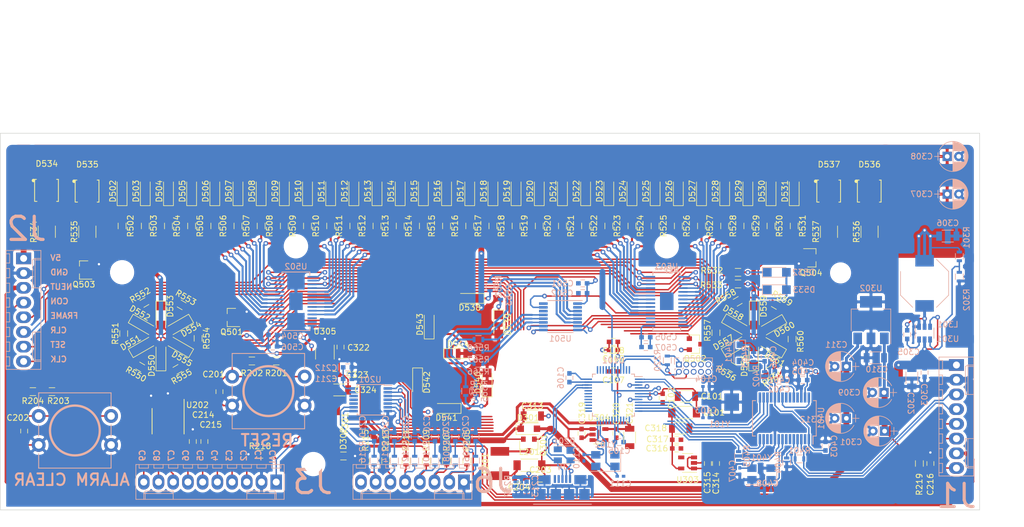
<source format=kicad_pcb>
(kicad_pcb (version 20171130) (host pcbnew "(5.1.4)-1")
  (layers (0 F.Cu signal) (31 B.Cu signal) (34 B.Paste user hide) (35 F.Paste user hide) (36 B.SilkS user hide) (37 F.SilkS user) (38 B.Mask user hide) (39 F.Mask user hide) (44 Edge.Cuts user))
  (net 0 "")
  (net 1 GND)
  (net 2 /VDDANA)
  (net 3 /X32-)
  (net 4 /X32+)
  (net 5 +3.3VA)
  (net 6 +3V3)
  (net 7 /VCORE1)
  (net 8 /X16M-)
  (net 9 /X16M+)
  (net 10 "/External Interface/SW1_L")
  (net 11 "/External Interface/SW2_L")
  (net 12 "/External Interface/VBUS")
  (net 13 "/External Interface/V_USB_1")
  (net 14 USFT)
  (net 15 DSFT)
  (net 16 "/External Interface/SWS1_d")
  (net 17 "/External Interface/SWS2_d")
  (net 18 "/External Interface/SWS3_d")
  (net 19 "/External Interface/SWS4_d")
  (net 20 "/External Interface/USB_SHLD")
  (net 21 EXT_+3V3)
  (net 22 "/External Interface/CAN_SHLD")
  (net 23 CAN_V+)
  (net 24 LED_+5V)
  (net 25 +5V)
  (net 26 /Power/+5V_INT)
  (net 27 "Net-(C323-Pad1)")
  (net 28 "Net-(C406-Pad1)")
  (net 29 "Net-(C407-Pad1)")
  (net 30 "Net-(C408-Pad1)")
  (net 31 USB_D+)
  (net 32 USB_D-)
  (net 33 /Display/G1)
  (net 34 /Display/G2)
  (net 35 /Display/G3)
  (net 36 /Display/G4)
  (net 37 /Display/G5)
  (net 38 /Display/G6)
  (net 39 /Display/G7)
  (net 40 /Display/G8)
  (net 41 /Display/G9)
  (net 42 /Display/G10)
  (net 43 /Display/G11)
  (net 44 /Display/G12)
  (net 45 /Display/G13)
  (net 46 /Display/G14)
  (net 47 /Display/G15)
  (net 48 /Display/G16)
  (net 49 /Display/Y1)
  (net 50 /Display/Y2)
  (net 51 /Display/Y3)
  (net 52 /Display/Y4)
  (net 53 /Display/Y5)
  (net 54 /Display/Y6)
  (net 55 /Display/Y7)
  (net 56 /Display/Y8)
  (net 57 /Display/R1)
  (net 58 /Display/R2)
  (net 59 /Display/R3)
  (net 60 /Display/R4)
  (net 61 /Display/R5)
  (net 62 /Display/R6)
  (net 63 /Display/R7)
  (net 64 /Display/R8)
  (net 65 /Display/B1)
  (net 66 /Display/B2)
  (net 67 /Display/B3)
  (net 68 /Display/B4)
  (net 69 /Display/a)
  (net 70 /Display/b)
  (net 71 /Display/c)
  (net 72 /Display/d)
  (net 73 /Display/e)
  (net 74 /Display/f)
  (net 75 /Display/g)
  (net 76 /Display/HT1)
  (net 77 /Display/HT2)
  (net 78 /Display/HT3)
  (net 79 /Display/HT4)
  (net 80 /Display/HT5)
  (net 81 /Display/HT6)
  (net 82 /Display/OP1)
  (net 83 /Display/OP2)
  (net 84 /Display/OP3)
  (net 85 /Display/OP4)
  (net 86 /Display/OP5)
  (net 87 /Display/OP6)
  (net 88 USB_POWER)
  (net 89 ~NEUT)
  (net 90 CAN_IN+)
  (net 91 CAN_IN-)
  (net 92 DWC_CONT)
  (net 93 FRAME_OUT)
  (net 94 FRAME_CLR)
  (net 95 FRAME_SET)
  (net 96 FRAME_CLK)
  (net 97 "/External Interface/CAL9")
  (net 98 "/External Interface/CAL8")
  (net 99 "/External Interface/CAL7")
  (net 100 "/External Interface/CAL6")
  (net 101 "/External Interface/CAL5")
  (net 102 "/External Interface/CAL4")
  (net 103 "/External Interface/CAL3")
  (net 104 "/External Interface/CAL2")
  (net 105 CAL_IN)
  (net 106 "/External Interface/ID")
  (net 107 ~RESET)
  (net 108 "Net-(J5-Pad9)")
  (net 109 "Net-(J5-Pad8)")
  (net 110 "Net-(J5-Pad7)")
  (net 111 "Net-(J5-Pad6)")
  (net 112 SWCLK)
  (net 113 SWDIO)
  (net 114 "Net-(J6-Pad8)")
  (net 115 "/External Interface/SWS4_a")
  (net 116 "/External Interface/SWS3_a")
  (net 117 "/External Interface/SWS2_a")
  (net 118 "/External Interface/SWS1_a")
  (net 119 "/External Interface/DSFT_a")
  (net 120 "/External Interface/USFT_a")
  (net 121 HIGH_TEMP)
  (net 122 /Display/HT_CONTROL)
  (net 123 /Display/OP_CONTROL)
  (net 124 OIL_PRES)
  (net 125 /Display/SFT_1)
  (net 126 SHIFT2)
  (net 127 /Display/SFT_2)
  (net 128 SHIFT1)
  (net 129 ~CLEAR)
  (net 130 "Net-(R402-Pad2)")
  (net 131 "Net-(R404-Pad1)")
  (net 132 GCLK_0)
  (net 133 /Display/RPM_1)
  (net 134 /Display/RPM_2)
  (net 135 /Display/RPM_3)
  (net 136 /Display/RPM_4)
  (net 137 /Display/RPM_5)
  (net 138 /Display/RPM_6)
  (net 139 /Display/RPM_7)
  (net 140 /Display/RPM_8)
  (net 141 /Display/RPM_9)
  (net 142 /Display/RPM_10)
  (net 143 /Display/RPM_11)
  (net 144 /Display/RPM_12)
  (net 145 /Display/RPM_13)
  (net 146 /Display/RPM_14)
  (net 147 /Display/RPM_15)
  (net 148 /Display/RPM_16)
  (net 149 /Display/RPM_17)
  (net 150 /Display/RPM_18)
  (net 151 /Display/RPM_19)
  (net 152 /Display/RPM_20)
  (net 153 /Display/RPM_21)
  (net 154 /Display/RPM_22)
  (net 155 /Display/RPM_23)
  (net 156 /Display/RPM_24)
  (net 157 /Display/RPM_25)
  (net 158 /Display/RPM_26)
  (net 159 /Display/RPM_27)
  (net 160 /Display/RPM_28)
  (net 161 /Display/RPM_29)
  (net 162 /Display/RPM_30)
  (net 163 /Display/RPM_31)
  (net 164 /Display/RPM_32)
  (net 165 /Display/aI)
  (net 166 /Display/bI)
  (net 167 /Display/cI)
  (net 168 /Display/dI)
  (net 169 /Display/eI)
  (net 170 /Display/fI)
  (net 171 /Display/gI)
  (net 172 "Net-(U101-Pad48)")
  (net 173 "Net-(U101-Pad47)")
  (net 174 "Net-(U101-Pad41)")
  (net 175 "Net-(U101-Pad39)")
  (net 176 "Net-(U101-Pad38)")
  (net 177 "Net-(U101-Pad32)")
  (net 178 "Net-(U101-Pad31)")
  (net 179 "Net-(U101-Pad30)")
  (net 180 "Net-(U101-Pad29)")
  (net 181 "Net-(U101-Pad28)")
  (net 182 "Net-(U101-Pad27)")
  (net 183 "Net-(U101-Pad26)")
  (net 184 "Net-(U101-Pad25)")
  (net 185 "Net-(U101-Pad22)")
  (net 186 "Net-(U101-Pad21)")
  (net 187 "Net-(U101-Pad20)")
  (net 188 "Net-(U101-Pad19)")
  (net 189 "Net-(U101-Pad16)")
  (net 190 "Net-(U101-Pad15)")
  (net 191 "Net-(U101-Pad14)")
  (net 192 "Net-(U101-Pad13)")
  (net 193 CAN_SCLK)
  (net 194 CAN_CS)
  (net 195 CAN_MISO)
  (net 196 CAN_MOSI)
  (net 197 "Net-(U101-Pad8)")
  (net 198 "Net-(U101-Pad7)")
  (net 199 "Net-(U101-Pad4)")
  (net 200 "Net-(U101-Pad3)")
  (net 201 "Net-(U201-Pad13)")
  (net 202 "Net-(U201-Pad12)")
  (net 203 "Net-(U201-Pad11)")
  (net 204 "Net-(U201-Pad10)")
  (net 205 SWS4)
  (net 206 SWS3)
  (net 207 SWS2)
  (net 208 SWS1)
  (net 209 CAL_c)
  (net 210 CAL_b)
  (net 211 CAL_a)
  (net 212 "Net-(U303-Pad4)")
  (net 213 "Net-(U304-Pad4)")
  (net 214 "Net-(U305-Pad4)")
  (net 215 "Net-(U401-Pad2)")
  (net 216 "Net-(U401-Pad6)")
  (net 217 "Net-(U401-Pad7)")
  (net 218 "Net-(U401-Pad11)")
  (net 219 "Net-(U401-Pad12)")
  (net 220 CAN_INT)
  (net 221 "Net-(U401-Pad20)")
  (net 222 "Net-(U401-Pad21)")
  (net 223 "Net-(U401-Pad22)")
  (net 224 "Net-(U401-Pad23)")
  (net 225 "Net-(U401-Pad25)")
  (net 226 ~PWM_WHITE)
  (net 227 "Net-(U501-Pad14)")
  (net 228 ~PWM_GREEN)
  (net 229 FRAME_IN)
  (net 230 ~RPM_EN)
  (net 231 "Net-(U502-Pad26)")
  (net 232 "Net-(U502-Pad27)")
  (net 233 "Net-(U503-Pad27)")
  (net 234 "Net-(U503-Pad26)")
  (net 235 ~PWM_RED)
  (net 236 ~PWM_YELLOW)
  (net 237 /Display/FRAME_INT1)
  (net 238 /Display/FRAME_INT2)
  (net 239 "Net-(C305-Pad2)")
  (net 240 "Net-(C305-Pad1)")
  (net 241 "Net-(R301-Pad2)")
  (module Mounting_Holes:MountingHole_3.2mm_M3 (layer B.Cu) (at 158 116)
    (fp_text reference REF** hide)
    (fp_text value MountingHole_3.2mm_M3)
    (pad "" np_thru_hole circle (at 0 0.1) (size 3.2 3.2) (drill 3.2) (layers *.Cu *.Mask))
  )
  (module Mounting_Holes:MountingHole_3.2mm_M3 (layer B.Cu) (at 216 116)
    (fp_text reference REF** hide)
    (fp_text value MountingHole_3.2mm_M3)
    (pad "" np_thru_hole circle (at 0 0.1) (size 3.2 3.2) (drill 3.2) (layers *.Cu *.Mask))
  )
  (module Mounting_Holes:MountingHole_3.2mm_M3 (layer B.Cu) (at 249 83)
    (fp_text reference REF** hide)
    (fp_text value MountingHole_3.2mm_M3)
    (pad "" np_thru_hole circle (at 0 0.1) (size 3.2 3.2) (drill 3.2) (layers *.Cu *.Mask))
  )
  (module Mounting_Holes:MountingHole_3.2mm_M3 (layer B.Cu) (at 125 83)
    (fp_text reference REF** hide)
    (fp_text value MountingHole_3.2mm_M3)
    (pad "" np_thru_hole circle (at 0 0) (size 3.2 3.2) (drill 3.2) (layers *.Cu *.Mask))
  )
  (module Mounting_Holes:MountingHole_3.2mm_M3 (layer B.Cu) (at 219 78.5)
    (fp_text reference REF** (at 0 4.2) (layer B.SilkS) (effects (justify mirror)))
    (fp_text value MountingHole_3.2mm_M3)
    (pad "" np_thru_hole circle (at 0 0) (size 3.2 3.2) (drill 3.2) (layers *.Cu *.Mask))
  )
  (module Mounting_Holes:MountingHole_3.2mm_M3 (layer B.Cu) (at 155 78.5)
    (fp_text reference REF** hide)
    (fp_text value MountingHole_3.2mm_M3)
    (pad "" np_thru_hole circle (at 0 0) (size 3.2 3.2) (drill 3.2) (layers *.Cu *.Mask))
  )
  (module TLC6C5816:TLC6C5816 (layer B.Cu) (at 219 88)
    (fp_text reference U503 (at 0 -6) (layer B.SilkS) (effects (justify mirror)))
    (fp_text value TLC6C5816)
    (pad "" smd rect (at 0 0) (size 2.34 3.04) (layers B.Cu B.Paste B.Mask) (net 1 GND))
    (pad 28 smd rect (at 2.8 4.225) (size 1.6 0.3) (layers B.Cu B.Paste B.Mask) (net 1 GND))
    (pad 27 smd rect (at 2.8 3.575) (size 1.6 0.3) (layers B.Cu B.Paste B.Mask) (net 233 "Net-(U503-Pad27)"))
    (pad 26 smd rect (at 2.8 2.925) (size 1.6 0.3) (layers B.Cu B.Paste B.Mask) (net 234 "Net-(U503-Pad26)"))
    (pad 25 smd rect (at 2.8 2.275) (size 1.6 0.3) (layers B.Cu B.Paste B.Mask) (net 164 /Display/RPM_32))
    (pad 24 smd rect (at 2.8 1.625) (size 1.6 0.3) (layers B.Cu B.Paste B.Mask) (net 163 /Display/RPM_31))
    (pad 23 smd rect (at 2.8 0.975) (size 1.6 0.3) (layers B.Cu B.Paste B.Mask) (net 162 /Display/RPM_30))
    (pad 22 smd rect (at 2.8 0.325) (size 1.6 0.3) (layers B.Cu B.Paste B.Mask) (net 161 /Display/RPM_29))
    (pad 21 smd rect (at 2.8 -0.325) (size 1.6 0.3) (layers B.Cu B.Paste B.Mask) (net 160 /Display/RPM_28))
    (pad 20 smd rect (at 2.8 -0.975) (size 1.6 0.3) (layers B.Cu B.Paste B.Mask) (net 159 /Display/RPM_27))
    (pad 19 smd rect (at 2.8 -1.625) (size 1.6 0.3) (layers B.Cu B.Paste B.Mask) (net 158 /Display/RPM_26))
    (pad 18 smd rect (at 2.8 -2.275) (size 1.6 0.3) (layers B.Cu B.Paste B.Mask) (net 157 /Display/RPM_25))
    (pad 17 smd rect (at 2.8 -2.925) (size 1.6 0.3) (layers B.Cu B.Paste B.Mask) (net 96 FRAME_CLK))
    (pad 16 smd rect (at 2.8 -3.575) (size 1.6 0.3) (layers B.Cu B.Paste B.Mask) (net 95 FRAME_SET))
    (pad 15 smd rect (at 2.8 -4.225) (size 1.6 0.3) (layers B.Cu B.Paste B.Mask) (net 238 /Display/FRAME_INT2))
    (pad 14 smd rect (at -2.8 -4.225) (size 1.6 0.3) (layers B.Cu B.Paste B.Mask) (net 230 ~RPM_EN))
    (pad 13 smd rect (at -2.8 -3.575) (size 1.6 0.3) (layers B.Cu B.Paste B.Mask) (net 94 FRAME_CLR))
    (pad 12 smd rect (at -2.8 -2.925) (size 1.6 0.3) (layers B.Cu B.Paste B.Mask) (net 237 /Display/FRAME_INT1))
    (pad 11 smd rect (at -2.8 -2.275) (size 1.6 0.3) (layers B.Cu B.Paste B.Mask) (net 156 /Display/RPM_24))
    (pad 10 smd rect (at -2.8 -1.625) (size 1.6 0.3) (layers B.Cu B.Paste B.Mask) (net 155 /Display/RPM_23))
    (pad 9 smd rect (at -2.8 -0.975) (size 1.6 0.3) (layers B.Cu B.Paste B.Mask) (net 154 /Display/RPM_22))
    (pad 8 smd rect (at -2.8 -0.325) (size 1.6 0.3) (layers B.Cu B.Paste B.Mask) (net 153 /Display/RPM_21))
    (pad 7 smd rect (at -2.8 0.325) (size 1.6 0.3) (layers B.Cu B.Paste B.Mask) (net 152 /Display/RPM_20))
    (pad 6 smd rect (at -2.8 0.975) (size 1.6 0.3) (layers B.Cu B.Paste B.Mask) (net 151 /Display/RPM_19))
    (pad 5 smd rect (at -2.8 1.625) (size 1.6 0.3) (layers B.Cu B.Paste B.Mask) (net 150 /Display/RPM_18))
    (pad 4 smd rect (at -2.8 2.275) (size 1.6 0.3) (layers B.Cu B.Paste B.Mask) (net 149 /Display/RPM_17))
    (pad 3 smd rect (at -2.8 2.925) (size 1.6 0.3) (layers B.Cu B.Paste B.Mask) (net 235 ~PWM_RED))
    (pad 2 smd rect (at -2.8 3.575) (size 1.6 0.3) (layers B.Cu B.Paste B.Mask) (net 236 ~PWM_YELLOW))
    (pad 1 smd rect (at -2.8 4.225) (size 1.6 0.3) (layers B.Cu B.Paste B.Mask) (net 6 +3V3))
  )
  (module Resistors_SMD:R_0603 (layer F.Cu) (at 128.127533 99.334038 150)
    (fp_text reference R550 (at 0 -1.45 150) (layer F.SilkS))
    (fp_text value 120)
    (pad 2 smd rect (at 0.75 0 150) (size 0.5 0.9) (layers F.Cu F.Paste F.Mask) (net 122 /Display/HT_CONTROL))
    (pad 1 smd rect (at -0.75 0 150) (size 0.5 0.9) (layers F.Cu F.Paste F.Mask) (net 76 /Display/HT1))
  )
  (module Resistors_SMD:R_0603 (layer F.Cu) (at 125.276533 93.564038 90)
    (fp_text reference R551 (at 0 -1.45 90) (layer F.SilkS))
    (fp_text value 120)
    (pad 2 smd rect (at 0.75 0 90) (size 0.5 0.9) (layers F.Cu F.Paste F.Mask) (net 122 /Display/HT_CONTROL))
    (pad 1 smd rect (at -0.75 0 90) (size 0.5 0.9) (layers F.Cu F.Paste F.Mask) (net 77 /Display/HT2))
  )
  (module Resistors_SMD:R_0603 (layer F.Cu) (at 128.848 88.21 30)
    (fp_text reference R552 (at 0 -1.45 30) (layer F.SilkS))
    (fp_text value 120)
    (pad 2 smd rect (at 0.75 0 30) (size 0.5 0.9) (layers F.Cu F.Paste F.Mask) (net 122 /Display/HT_CONTROL))
    (pad 1 smd rect (at -0.75 0 30) (size 0.5 0.9) (layers F.Cu F.Paste F.Mask) (net 78 /Display/HT3))
  )
  (module Resistors_SMD:R_0603 (layer F.Cu) (at 135.270467 88.625962 330)
    (fp_text reference R553 (at 0 -1.45 150) (layer F.SilkS))
    (fp_text value 120)
    (pad 2 smd rect (at 0.75 0 330) (size 0.5 0.9) (layers F.Cu F.Paste F.Mask) (net 122 /Display/HT_CONTROL))
    (pad 1 smd rect (at -0.75 0 330) (size 0.5 0.9) (layers F.Cu F.Paste F.Mask) (net 79 /Display/HT4))
  )
  (module Resistors_SMD:R_0603 (layer F.Cu) (at 138.121467 94.395962 270)
    (fp_text reference R554 (at 0 -1.45 90) (layer F.SilkS))
    (fp_text value 120)
    (pad 2 smd rect (at 0.75 0 270) (size 0.5 0.9) (layers F.Cu F.Paste F.Mask) (net 122 /Display/HT_CONTROL))
    (pad 1 smd rect (at -0.75 0 270) (size 0.5 0.9) (layers F.Cu F.Paste F.Mask) (net 80 /Display/HT5))
  )
  (module Resistors_SMD:R_0603 (layer F.Cu) (at 227.486642 93.432878 90)
    (fp_text reference R557 (at 0.4 -1.45 90) (layer F.SilkS))
    (fp_text value 120)
    (pad 2 smd rect (at 0.75 0 90) (size 0.5 0.9) (layers F.Cu F.Paste F.Mask) (net 123 /Display/OP_CONTROL))
    (pad 1 smd rect (at -0.75 0 90) (size 0.5 0.9) (layers F.Cu F.Paste F.Mask) (net 83 /Display/OP2))
  )
  (module Resistors_SMD:R_0603 (layer F.Cu) (at 231.247642 88.012878 30)
    (fp_text reference R558 (at -1.366871 -1.727794 30) (layer F.SilkS))
    (fp_text value 120)
    (pad 2 smd rect (at 0.75 0 30) (size 0.5 0.9) (layers F.Cu F.Paste F.Mask) (net 123 /Display/OP_CONTROL))
    (pad 1 smd rect (at -0.75 0 30) (size 0.5 0.9) (layers F.Cu F.Paste F.Mask) (net 84 /Display/OP3))
  )
  (module Resistors_SMD:R_0603 (layer F.Cu) (at 237.822 88.56 330)
    (fp_text reference R559 (at 0.4 -1.45 150) (layer F.SilkS))
    (fp_text value 120)
    (pad 2 smd rect (at 0.75 0 330) (size 0.5 0.9) (layers F.Cu F.Paste F.Mask) (net 123 /Display/OP_CONTROL))
    (pad 1 smd rect (at -0.75 0 330) (size 0.5 0.9) (layers F.Cu F.Paste F.Mask) (net 85 /Display/OP4))
  )
  (module Resistors_SMD:R_0603 (layer F.Cu) (at 240.635358 94.527122 270)
    (fp_text reference R560 (at 0.4 -1.45 90) (layer F.SilkS))
    (fp_text value 120)
    (pad 2 smd rect (at 0.75 0 270) (size 0.5 0.9) (layers F.Cu F.Paste F.Mask) (net 123 /Display/OP_CONTROL))
    (pad 1 smd rect (at -0.75 0 270) (size 0.5 0.9) (layers F.Cu F.Paste F.Mask) (net 86 /Display/OP5))
  )
  (module Resistors_SMD:R_0603 (layer F.Cu) (at 236.874358 99.947122 210)
    (fp_text reference R561 (at 0.4 -1.45 30) (layer F.SilkS))
    (fp_text value 120)
    (pad 2 smd rect (at 0.75 0 210) (size 0.5 0.9) (layers F.Cu F.Paste F.Mask) (net 123 /Display/OP_CONTROL))
    (pad 1 smd rect (at -0.75 0 210) (size 0.5 0.9) (layers F.Cu F.Paste F.Mask) (net 87 /Display/OP6))
  )
  (module LEDs:LED_1206 (layer F.Cu) (at 230.982091 95.687172 30)
    (fp_text reference D557 (at -1.6 -1.6 30) (layer F.SilkS))
    (fp_text value SM1206NHC-IL)
    (pad 1 smd rect (at -1.65 0 210) (size 1.5 1.5) (layers F.Cu F.Paste F.Mask) (net 83 /Display/OP2))
    (pad 2 smd rect (at 1.65 0 210) (size 1.5 1.5) (layers F.Cu F.Paste F.Mask) (net 24 LED_+5V))
  )
  (module LEDs:LED_1206 (layer F.Cu) (at 231.043091 92.167172 330)
    (fp_text reference D558 (at -1.6 -1.6 150) (layer F.SilkS))
    (fp_text value SM1206NHC-IL)
    (pad 1 smd rect (at -1.65 0 150) (size 1.5 1.5) (layers F.Cu F.Paste F.Mask) (net 84 /Display/OP3))
    (pad 2 smd rect (at 1.65 0 150) (size 1.5 1.5) (layers F.Cu F.Paste F.Mask) (net 24 LED_+5V))
  )
  (module LEDs:LED_1206 (layer F.Cu) (at 234.122 90.46 270)
    (fp_text reference D559 (at -1.6 -1.6 90) (layer F.SilkS))
    (fp_text value SM1206NHC-IL)
    (pad 1 smd rect (at -1.65 0 90) (size 1.5 1.5) (layers F.Cu F.Paste F.Mask) (net 85 /Display/OP4))
    (pad 2 smd rect (at 1.65 0 90) (size 1.5 1.5) (layers F.Cu F.Paste F.Mask) (net 24 LED_+5V))
  )
  (module LEDs:LED_1206 (layer F.Cu) (at 237.139909 92.272828 210)
    (fp_text reference D560 (at -1.6 -1.6 30) (layer F.SilkS))
    (fp_text value SM1206NHC-IL)
    (pad 1 smd rect (at -1.65 0 30) (size 1.5 1.5) (layers F.Cu F.Paste F.Mask) (net 86 /Display/OP5))
    (pad 2 smd rect (at 1.65 0 30) (size 1.5 1.5) (layers F.Cu F.Paste F.Mask) (net 24 LED_+5V))
  )
  (module LEDs:LED_1206 (layer F.Cu) (at 237.078909 95.792828 150)
    (fp_text reference D561 (at -1.6 -1.6 150) (layer F.SilkS))
    (fp_text value SM1206NHC-IL)
    (pad 1 smd rect (at -1.65 0 330) (size 1.5 1.5) (layers F.Cu F.Paste F.Mask) (net 87 /Display/OP6))
    (pad 2 smd rect (at 1.65 0 330) (size 1.5 1.5) (layers F.Cu F.Paste F.Mask) (net 24 LED_+5V))
  )
  (module LEDs:LED_1206 (layer F.Cu) (at 128.651091 95.740866 30)
    (fp_text reference D551 (at -1.6 -1.6 30) (layer F.SilkS))
    (fp_text value SM1206NYC-IL)
    (pad 2 smd rect (at 1.65 0 210) (size 1.5 1.5) (layers F.Cu F.Paste F.Mask) (net 24 LED_+5V))
    (pad 1 smd rect (at -1.65 0 210) (size 1.5 1.5) (layers F.Cu F.Paste F.Mask) (net 77 /Display/HT2))
  )
  (module LEDs:LED_1206 (layer F.Cu) (at 128.650091 92.220866 330)
    (fp_text reference D552 (at -1.6 -1.6 150) (layer F.SilkS))
    (fp_text value SM1206NYC-IL)
    (pad 2 smd rect (at 1.65 0 150) (size 1.5 1.5) (layers F.Cu F.Paste F.Mask) (net 24 LED_+5V))
    (pad 1 smd rect (at -1.65 0 150) (size 1.5 1.5) (layers F.Cu F.Paste F.Mask) (net 78 /Display/HT3))
  )
  (module LEDs:LED_1206 (layer F.Cu) (at 131.698 90.46 270)
    (fp_text reference D553 (at -1.6 -1.6 90) (layer F.SilkS))
    (fp_text value SM1206NYC-IL)
    (pad 2 smd rect (at 1.65 0 90) (size 1.5 1.5) (layers F.Cu F.Paste F.Mask) (net 24 LED_+5V))
    (pad 1 smd rect (at -1.65 0 90) (size 1.5 1.5) (layers F.Cu F.Paste F.Mask) (net 79 /Display/HT4))
  )
  (module LEDs:LED_1206 (layer F.Cu) (at 134.746909 92.219134 210)
    (fp_text reference D554 (at -1.6 -1.6 30) (layer F.SilkS))
    (fp_text value SM1206NYC-IL)
    (pad 2 smd rect (at 1.65 0 30) (size 1.5 1.5) (layers F.Cu F.Paste F.Mask) (net 24 LED_+5V))
    (pad 1 smd rect (at -1.65 0 30) (size 1.5 1.5) (layers F.Cu F.Paste F.Mask) (net 80 /Display/HT5))
  )
  (module LEDs:LED_1206 (layer F.Cu) (at 134.747909 95.739134 150)
    (fp_text reference D555 (at -1.6 -1.6 150) (layer F.SilkS))
    (fp_text value SM1206NYC-IL)
    (pad 2 smd rect (at 1.65 0 330) (size 1.5 1.5) (layers F.Cu F.Paste F.Mask) (net 24 LED_+5V))
    (pad 1 smd rect (at -1.65 0 330) (size 1.5 1.5) (layers F.Cu F.Paste F.Mask) (net 81 /Display/HT6))
  )
  (module LEDs:LED_1206 (layer B.Cu) (at 238 83)
    (fp_text reference D532 (at 4.6 0 180) (layer B.SilkS) (effects (justify mirror)))
    (fp_text value SM1206NHC-IL)
    (pad 1 smd rect (at -1.65 0 180) (size 1.5 1.5) (layers B.Cu B.Paste B.Mask) (net 63 /Display/R7))
    (pad 2 smd rect (at 1.65 0 180) (size 1.5 1.5) (layers B.Cu B.Paste B.Mask) (net 24 LED_+5V))
  )
  (module LEDs:LED_1206 (layer B.Cu) (at 238 86)
    (fp_text reference D533 (at 4.7 0 180) (layer B.SilkS) (effects (justify mirror)))
    (fp_text value SM1206NHC-IL)
    (pad 1 smd rect (at -1.65 0 180) (size 1.5 1.5) (layers B.Cu B.Paste B.Mask) (net 64 /Display/R8))
    (pad 2 smd rect (at 1.65 0 180) (size 1.5 1.5) (layers B.Cu B.Paste B.Mask) (net 24 LED_+5V))
  )
  (module Capacitors_SMD:C_1206 (layer F.Cu) (at 222.4 104.4 180)
    (fp_text reference C101 (at -4.4 0) (layer F.SilkS))
    (fp_text value 10uF)
    (pad 2 smd rect (at 1.5 0 180) (size 1 1.6) (layers F.Cu F.Paste F.Mask) (net 1 GND))
    (pad 1 smd rect (at -1.5 0 180) (size 1 1.6) (layers F.Cu F.Paste F.Mask) (net 2 /VDDANA))
  )
  (module Capacitors_SMD:C_0603 (layer F.Cu) (at 218.3 104.7 270)
    (fp_text reference C102 (at 0 -1.5 90) (layer F.SilkS))
    (fp_text value 0.1uF)
    (pad 1 smd rect (at -0.75 0 270) (size 0.8 0.75) (layers F.Cu F.Paste F.Mask) (net 2 /VDDANA))
    (pad 2 smd rect (at 0.75 0 270) (size 0.8 0.75) (layers F.Cu F.Paste F.Mask) (net 1 GND))
  )
  (module Capacitors_SMD:C_0402_NoSilk (layer B.Cu) (at 225.8 108.1 180)
    (fp_text reference C103 (at 0 1.27) (layer B.SilkS) (effects (justify mirror)))
    (fp_text value 9.1pF)
    (pad 1 smd rect (at -0.55 0 180) (size 0.6 0.5) (layers B.Cu B.Paste B.Mask) (net 1 GND))
    (pad 2 smd rect (at 0.55 0 180) (size 0.6 0.5) (layers B.Cu B.Paste B.Mask) (net 3 /X32-))
  )
  (module Capacitors_SMD:C_0402_NoSilk (layer B.Cu) (at 225.8 102.7 180)
    (fp_text reference C104 (at 0 1.27) (layer B.SilkS) (effects (justify mirror)))
    (fp_text value 9.1pF)
    (pad 2 smd rect (at 0.55 0 180) (size 0.6 0.5) (layers B.Cu B.Paste B.Mask) (net 4 /X32+))
    (pad 1 smd rect (at -0.55 0 180) (size 0.6 0.5) (layers B.Cu B.Paste B.Mask) (net 1 GND))
  )
  (module Capacitors_SMD:C_0603 (layer B.Cu) (at 210.8 112.3)
    (fp_text reference C105 (at 0 1.5) (layer B.SilkS) (effects (justify mirror)))
    (fp_text value 0.1uF)
    (pad 2 smd rect (at 0.75 0) (size 0.8 0.75) (layers B.Cu B.Paste B.Mask) (net 5 +3.3VA))
    (pad 1 smd rect (at -0.75 0) (size 0.8 0.75) (layers B.Cu B.Paste B.Mask) (net 1 GND))
  )
  (module Capacitors_SMD:C_0603 (layer B.Cu) (at 202.2 101.2 270)
    (fp_text reference C106 (at 0 1.5 270) (layer B.SilkS) (effects (justify mirror)))
    (fp_text value 0.1uF)
    (pad 1 smd rect (at -0.75 0 270) (size 0.8 0.75) (layers B.Cu B.Paste B.Mask) (net 6 +3V3))
    (pad 2 smd rect (at 0.75 0 270) (size 0.8 0.75) (layers B.Cu B.Paste B.Mask) (net 1 GND))
  )
  (module Capacitors_SMD:C_0603 (layer F.Cu) (at 209.8 100.1 180)
    (fp_text reference C107 (at 0 -1.5 180) (layer F.SilkS))
    (fp_text value 0.1uF)
    (pad 1 smd rect (at -0.75 0 180) (size 0.8 0.75) (layers F.Cu F.Paste F.Mask) (net 5 +3.3VA))
    (pad 2 smd rect (at 0.75 0 180) (size 0.8 0.75) (layers F.Cu F.Paste F.Mask) (net 1 GND))
  )
  (module Capacitors_SMD:C_0603 (layer F.Cu) (at 209.8 95 180)
    (fp_text reference C108 (at 0 -1.5 180) (layer F.SilkS))
    (fp_text value 0.1uF)
    (pad 1 smd rect (at -0.75 0 180) (size 0.8 0.75) (layers F.Cu F.Paste F.Mask) (net 7 /VCORE1))
    (pad 2 smd rect (at 0.75 0 180) (size 0.8 0.75) (layers F.Cu F.Paste F.Mask) (net 1 GND))
  )
  (module Capacitors_SMD:C_0603 (layer F.Cu) (at 209.8 96.4 180)
    (fp_text reference C109 (at 0 -1.5 180) (layer F.SilkS))
    (fp_text value 1uF)
    (pad 2 smd rect (at 0.75 0 180) (size 0.8 0.75) (layers F.Cu F.Paste F.Mask) (net 1 GND))
    (pad 1 smd rect (at -0.75 0 180) (size 0.8 0.75) (layers F.Cu F.Paste F.Mask) (net 7 /VCORE1))
  )
  (module Capacitors_SMD:C_0402_NoSilk (layer B.Cu) (at 204.7 115 270)
    (fp_text reference C110 (at 0 1.27 90) (layer B.SilkS) (effects (justify mirror)))
    (fp_text value 9.1pF)
    (pad 2 smd rect (at 0.55 0 270) (size 0.6 0.5) (layers B.Cu B.Paste B.Mask) (net 1 GND))
    (pad 1 smd rect (at -0.55 0 270) (size 0.6 0.5) (layers B.Cu B.Paste B.Mask) (net 8 /X16M-))
  )
  (module Capacitors_SMD:C_0402_NoSilk (layer B.Cu) (at 211 118.2)
    (fp_text reference C111 (at 0 1.27) (layer B.SilkS) (effects (justify mirror)))
    (fp_text value 9.1pF)
    (pad 1 smd rect (at -0.55 0) (size 0.6 0.5) (layers B.Cu B.Paste B.Mask) (net 9 /X16M+))
    (pad 2 smd rect (at 0.55 0) (size 0.6 0.5) (layers B.Cu B.Paste B.Mask) (net 1 GND))
  )
  (module Capacitors_SMD:C_0603 (layer F.Cu) (at 141.8 103.6 270)
    (fp_text reference C201 (at -3 1 180) (layer F.SilkS))
    (fp_text value 1uF)
    (pad 2 smd rect (at 0.75 0 270) (size 0.8 0.75) (layers F.Cu F.Paste F.Mask) (net 1 GND))
    (pad 1 smd rect (at -0.75 0 270) (size 0.8 0.75) (layers F.Cu F.Paste F.Mask) (net 10 "/External Interface/SW1_L"))
  )
  (module Capacitors_SMD:C_0603 (layer F.Cu) (at 108.1 110.4 270)
    (fp_text reference C202 (at -2.3 1.1 180) (layer F.SilkS))
    (fp_text value 1uF)
    (pad 1 smd rect (at -0.75 0 270) (size 0.8 0.75) (layers F.Cu F.Paste F.Mask) (net 11 "/External Interface/SW2_L"))
    (pad 2 smd rect (at 0.75 0 270) (size 0.8 0.75) (layers F.Cu F.Paste F.Mask) (net 1 GND))
  )
  (module Capacitors_SMD:C_0603 (layer F.Cu) (at 197.2 118.6)
    (fp_text reference C203 (at 0 -1.5) (layer F.SilkS))
    (fp_text value 4700pF)
    (pad 2 smd rect (at 0.75 0) (size 0.8 0.75) (layers F.Cu F.Paste F.Mask) (net 12 "/External Interface/VBUS"))
    (pad 1 smd rect (at -0.75 0) (size 0.8 0.75) (layers F.Cu F.Paste F.Mask) (net 1 GND))
  )
  (module Capacitors_SMD:C_0603 (layer F.Cu) (at 193.5 118.6 180)
    (fp_text reference C204 (at 0 -1.5) (layer F.SilkS))
    (fp_text value 4700pF)
    (pad 2 smd rect (at 0.75 0 180) (size 0.8 0.75) (layers F.Cu F.Paste F.Mask) (net 13 "/External Interface/V_USB_1"))
    (pad 1 smd rect (at -0.75 0 180) (size 0.8 0.75) (layers F.Cu F.Paste F.Mask) (net 1 GND))
  )
  (module Capacitors_SMD:C_0603 (layer B.Cu) (at 186 111.4 90)
    (fp_text reference C205 (at 1.8 -1.7 270) (layer B.SilkS) (effects (justify mirror)))
    (fp_text value 0.1uF)
    (pad 1 smd rect (at -0.75 0 90) (size 0.8 0.75) (layers B.Cu B.Paste B.Mask) (net 14 USFT))
    (pad 2 smd rect (at 0.75 0 90) (size 0.8 0.75) (layers B.Cu B.Paste B.Mask) (net 1 GND))
  )
  (module Capacitors_SMD:C_0603 (layer B.Cu) (at 182.5 111.4 90)
    (fp_text reference C206 (at 1.8 -1.6 270) (layer B.SilkS) (effects (justify mirror)))
    (fp_text value 0.1uF)
    (pad 1 smd rect (at -0.75 0 90) (size 0.8 0.75) (layers B.Cu B.Paste B.Mask) (net 15 DSFT))
    (pad 2 smd rect (at 0.75 0 90) (size 0.8 0.75) (layers B.Cu B.Paste B.Mask) (net 1 GND))
  )
  (module Capacitors_SMD:C_0603 (layer B.Cu) (at 179 111.4 90)
    (fp_text reference C207 (at 1.8 -1.4 270) (layer B.SilkS) (effects (justify mirror)))
    (fp_text value 0.1uF)
    (pad 2 smd rect (at 0.75 0 90) (size 0.8 0.75) (layers B.Cu B.Paste B.Mask) (net 1 GND))
    (pad 1 smd rect (at -0.75 0 90) (size 0.8 0.75) (layers B.Cu B.Paste B.Mask) (net 16 "/External Interface/SWS1_d"))
  )
  (module Capacitors_SMD:C_0603 (layer B.Cu) (at 175.5 111.4 90)
    (fp_text reference C208 (at 1.8 -1.5 270) (layer B.SilkS) (effects (justify mirror)))
    (fp_text value 0.1uF)
    (pad 1 smd rect (at -0.75 0 90) (size 0.8 0.75) (layers B.Cu B.Paste B.Mask) (net 17 "/External Interface/SWS2_d"))
    (pad 2 smd rect (at 0.75 0 90) (size 0.8 0.75) (layers B.Cu B.Paste B.Mask) (net 1 GND))
  )
  (module Capacitors_SMD:C_0603 (layer B.Cu) (at 172 111.4 90)
    (fp_text reference C209 (at 1.8 -1.5 270) (layer B.SilkS) (effects (justify mirror)))
    (fp_text value 0.1uF)
    (pad 2 smd rect (at 0.75 0 90) (size 0.8 0.75) (layers B.Cu B.Paste B.Mask) (net 1 GND))
    (pad 1 smd rect (at -0.75 0 90) (size 0.8 0.75) (layers B.Cu B.Paste B.Mask) (net 18 "/External Interface/SWS3_d"))
  )
  (module Capacitors_SMD:C_0603 (layer B.Cu) (at 168.5 111.4 90)
    (fp_text reference C210 (at 1.8 -2 270) (layer B.SilkS) (effects (justify mirror)))
    (fp_text value 0.1uF)
    (pad 1 smd rect (at -0.75 0 90) (size 0.8 0.75) (layers B.Cu B.Paste B.Mask) (net 19 "/External Interface/SWS4_d"))
    (pad 2 smd rect (at 0.75 0 90) (size 0.8 0.75) (layers B.Cu B.Paste B.Mask) (net 1 GND))
  )
  (module Capacitors_SMD:C_0603 (layer B.Cu) (at 163.9 101.4)
    (fp_text reference C211 (at -3.7 0) (layer B.SilkS) (effects (justify mirror)))
    (fp_text value 0.1uF)
    (pad 1 smd rect (at -0.75 0) (size 0.8 0.75) (layers B.Cu B.Paste B.Mask) (net 6 +3V3))
    (pad 2 smd rect (at 0.75 0) (size 0.8 0.75) (layers B.Cu B.Paste B.Mask) (net 1 GND))
  )
  (module Capacitors_SMD:C_0603 (layer B.Cu) (at 163.9 99.4)
    (fp_text reference C212 (at -3.7 0.1) (layer B.SilkS) (effects (justify mirror)))
    (fp_text value 1uF)
    (pad 2 smd rect (at 0.75 0) (size 0.8 0.75) (layers B.Cu B.Paste B.Mask) (net 1 GND))
    (pad 1 smd rect (at -0.75 0) (size 0.8 0.75) (layers B.Cu B.Paste B.Mask) (net 6 +3V3))
  )
  (module Capacitors_SMD:C_0603 (layer B.Cu) (at 194.8 119.9 90)
    (fp_text reference C213 (at 0 1.5 90) (layer B.SilkS) (effects (justify mirror)))
    (fp_text value 4700pF)
    (pad 1 smd rect (at -0.75 0 90) (size 0.8 0.75) (layers B.Cu B.Paste B.Mask) (net 20 "/External Interface/USB_SHLD"))
    (pad 2 smd rect (at 0.75 0 90) (size 0.8 0.75) (layers B.Cu B.Paste B.Mask) (net 1 GND))
  )
  (module Capacitors_SMD:C_0603 (layer F.Cu) (at 137.2 112.2 90)
    (fp_text reference C214 (at 4.6 1.8 180) (layer F.SilkS))
    (fp_text value 0.1uF)
    (pad 2 smd rect (at 0.75 0 90) (size 0.8 0.75) (layers F.Cu F.Paste F.Mask) (net 1 GND))
    (pad 1 smd rect (at -0.75 0 90) (size 0.8 0.75) (layers F.Cu F.Paste F.Mask) (net 21 EXT_+3V3))
  )
  (module Capacitors_SMD:C_0603 (layer F.Cu) (at 139.2 112.2 90)
    (fp_text reference C215 (at 2.9 1.1 180) (layer F.SilkS))
    (fp_text value 1uF)
    (pad 2 smd rect (at 0.75 0 90) (size 0.8 0.75) (layers F.Cu F.Paste F.Mask) (net 1 GND))
    (pad 1 smd rect (at -0.75 0 90) (size 0.8 0.75) (layers F.Cu F.Paste F.Mask) (net 21 EXT_+3V3))
  )
  (module Capacitors_SMD:C_0603 (layer F.Cu) (at 264.5 116 270)
    (fp_text reference C216 (at 3.6 0 90) (layer F.SilkS))
    (fp_text value 4700pF)
    (pad 1 smd rect (at -0.75 0 270) (size 0.8 0.75) (layers F.Cu F.Paste F.Mask) (net 1 GND))
    (pad 2 smd rect (at 0.75 0 270) (size 0.8 0.75) (layers F.Cu F.Paste F.Mask) (net 22 "/External Interface/CAN_SHLD"))
  )
  (module Capacitors_THT:CP_Radial_D5.0mm_P2.00mm (layer B.Cu) (at 256.6 110.4 180)
    (fp_text reference C301 (at 5.8 -1.9) (layer B.SilkS) (effects (justify mirror)))
    (fp_text value 22uF)
    (pad 2 thru_hole circle (at 2 0 180) (size 1.6 1.6) (drill 0.8) (layers *.Cu *.Mask) (net 1 GND))
    (pad 1 thru_hole rect (at 0 0 180) (size 1.6 1.6) (drill 0.8) (layers *.Cu *.Mask) (net 23 CAN_V+))
  )
  (module Capacitors_SMD:C_1206 (layer B.Cu) (at 261.3 101.2 270)
    (fp_text reference C302 (at 4.4 0.1 90) (layer B.SilkS) (effects (justify mirror)))
    (fp_text value 2.2uF)
    (pad 2 smd rect (at 1.5 0 270) (size 1 1.6) (layers B.Cu B.Paste B.Mask) (net 1 GND))
    (pad 1 smd rect (at -1.5 0 270) (size 1 1.6) (layers B.Cu B.Paste B.Mask) (net 23 CAN_V+))
  )
  (module Capacitors_SMD:C_0603 (layer B.Cu) (at 263.5 100.3 270)
    (fp_text reference C303 (at 3.8 0 270) (layer B.SilkS) (effects (justify mirror)))
    (fp_text value 4700pF)
    (pad 1 smd rect (at -0.75 0 270) (size 0.8 0.75) (layers B.Cu B.Paste B.Mask) (net 23 CAN_V+))
    (pad 2 smd rect (at 0.75 0 270) (size 0.8 0.75) (layers B.Cu B.Paste B.Mask) (net 1 GND))
  )
  (module Capacitors_SMD:C_0603 (layer B.Cu) (at 260.5 93.75 270)
    (fp_text reference C305 (at 3 -0.25) (layer B.SilkS) (effects (justify mirror)))
    (fp_text value 0.1uF)
    (pad 2 smd rect (at 0.75 0 270) (size 0.8 0.75) (layers B.Cu B.Paste B.Mask) (net 239 "Net-(C305-Pad2)"))
    (pad 1 smd rect (at -0.75 0 270) (size 0.8 0.75) (layers B.Cu B.Paste B.Mask) (net 240 "Net-(C305-Pad1)"))
  )
  (module Capacitors_SMD:C_1206 (layer B.Cu) (at 267.5 76.75)
    (fp_text reference C306 (at 0 -2.25) (layer B.SilkS) (effects (justify mirror)))
    (fp_text value 2.2uF)
    (pad 1 smd rect (at -1.5 0) (size 1 1.6) (layers B.Cu B.Paste B.Mask) (net 24 LED_+5V))
    (pad 2 smd rect (at 1.5 0) (size 1 1.6) (layers B.Cu B.Paste B.Mask) (net 1 GND))
  )
  (module Capacitors_THT:CP_Radial_D5.0mm_P2.00mm (layer B.Cu) (at 267.4 69.5)
    (fp_text reference C307 (at -4.4 0 180) (layer B.SilkS) (effects (justify mirror)))
    (fp_text value 22uF)
    (pad 2 thru_hole circle (at 2 0) (size 1.6 1.6) (drill 0.8) (layers *.Cu *.Mask) (net 1 GND))
    (pad 1 thru_hole rect (at 0 0) (size 1.6 1.6) (drill 0.8) (layers *.Cu *.Mask) (net 24 LED_+5V))
  )
  (module Capacitors_THT:CP_Radial_D5.0mm_P2.00mm (layer B.Cu) (at 267.4 63)
    (fp_text reference C308 (at -4.4 0 180) (layer B.SilkS) (effects (justify mirror)))
    (fp_text value 100uF)
    (pad 1 thru_hole rect (at 0 0) (size 1.6 1.6) (drill 0.8) (layers *.Cu *.Mask) (net 24 LED_+5V))
    (pad 2 thru_hole circle (at 2 0) (size 1.6 1.6) (drill 0.8) (layers *.Cu *.Mask) (net 1 GND))
  )
  (module Capacitors_THT:CP_Radial_D5.0mm_P2.00mm (layer B.Cu) (at 256.5 103.75 180)
    (fp_text reference C309 (at 6 0) (layer B.SilkS) (effects (justify mirror)))
    (fp_text value 22uF)
    (pad 2 thru_hole circle (at 2 0 180) (size 1.6 1.6) (drill 0.8) (layers *.Cu *.Mask) (net 1 GND))
    (pad 1 thru_hole rect (at 0 0 180) (size 1.6 1.6) (drill 0.8) (layers *.Cu *.Mask) (net 23 CAN_V+))
  )
  (module Capacitors_SMD:C_1206 (layer B.Cu) (at 255 97.75 180)
    (fp_text reference C310 (at -0.25 -2) (layer B.SilkS) (effects (justify mirror)))
    (fp_text value 2.2uF)
    (pad 1 smd rect (at -1.5 0 180) (size 1 1.6) (layers B.Cu B.Paste B.Mask) (net 23 CAN_V+))
    (pad 2 smd rect (at 1.5 0 180) (size 1 1.6) (layers B.Cu B.Paste B.Mask) (net 1 GND))
  )
  (module Capacitors_THT:CP_Radial_D5.0mm_P2.00mm (layer B.Cu) (at 250 99.25 180)
    (fp_text reference C311 (at 1.75 3.75) (layer B.SilkS) (effects (justify mirror)))
    (fp_text value 22uF)
    (pad 1 thru_hole rect (at 0 0 180) (size 1.6 1.6) (drill 0.8) (layers *.Cu *.Mask) (net 25 +5V))
    (pad 2 thru_hole circle (at 2 0 180) (size 1.6 1.6) (drill 0.8) (layers *.Cu *.Mask) (net 1 GND))
  )
  (module Capacitors_THT:CP_Radial_D5.0mm_P2.00mm (layer B.Cu) (at 250 108.2 180)
    (fp_text reference C312 (at 6.1 -0.2) (layer B.SilkS) (effects (justify mirror)))
    (fp_text value 100uF)
    (pad 1 thru_hole rect (at 0 0 180) (size 1.6 1.6) (drill 0.8) (layers *.Cu *.Mask) (net 25 +5V))
    (pad 2 thru_hole circle (at 2 0 180) (size 1.6 1.6) (drill 0.8) (layers *.Cu *.Mask) (net 1 GND))
  )
  (module Capacitors_SMD:C_1206 (layer F.Cu) (at 195.8 107.8)
    (fp_text reference C313 (at 0 -1.75) (layer F.SilkS))
    (fp_text value 10uF)
    (pad 2 smd rect (at 1.5 0) (size 1 1.6) (layers F.Cu F.Paste F.Mask) (net 1 GND))
    (pad 1 smd rect (at -1.5 0) (size 1 1.6) (layers F.Cu F.Paste F.Mask) (net 26 /Power/+5V_INT))
  )
  (module Capacitors_SMD:C_0603 (layer F.Cu) (at 227.5 116 90)
    (fp_text reference C314 (at -3.4 0 90) (layer F.SilkS))
    (fp_text value 1uF)
    (pad 2 smd rect (at 0.75 0 90) (size 0.8 0.75) (layers F.Cu F.Paste F.Mask) (net 1 GND))
    (pad 1 smd rect (at -0.75 0 90) (size 0.8 0.75) (layers F.Cu F.Paste F.Mask) (net 26 /Power/+5V_INT))
  )
  (module Capacitors_SMD:C_0603 (layer F.Cu) (at 226.1 116 90)
    (fp_text reference C315 (at -3.3 -0.1 90) (layer F.SilkS))
    (fp_text value 0.1uF)
    (pad 2 smd rect (at 0.75 0 90) (size 0.8 0.75) (layers F.Cu F.Paste F.Mask) (net 1 GND))
    (pad 1 smd rect (at -0.75 0 90) (size 0.8 0.75) (layers F.Cu F.Paste F.Mask) (net 26 /Power/+5V_INT))
  )
  (module Capacitors_SMD:C_0603 (layer F.Cu) (at 220.7 113.4)
    (fp_text reference C316 (at -3.4 0 -180) (layer F.SilkS))
    (fp_text value 0.1uF)
    (pad 2 smd rect (at 0.75 0) (size 0.8 0.75) (layers F.Cu F.Paste F.Mask) (net 1 GND))
    (pad 1 smd rect (at -0.75 0) (size 0.8 0.75) (layers F.Cu F.Paste F.Mask) (net 5 +3.3VA))
  )
  (module Capacitors_SMD:C_0603 (layer F.Cu) (at 220.7 111.9)
    (fp_text reference C317 (at -3.3 -0.1 -180) (layer F.SilkS))
    (fp_text value 1uF)
    (pad 1 smd rect (at -0.75 0) (size 0.8 0.75) (layers F.Cu F.Paste F.Mask) (net 5 +3.3VA))
    (pad 2 smd rect (at 0.75 0) (size 0.8 0.75) (layers F.Cu F.Paste F.Mask) (net 1 GND))
  )
  (module Capacitors_SMD:C_1206 (layer F.Cu) (at 221.4 109.9)
    (fp_text reference C318 (at -4.3 0 -180) (layer F.SilkS))
    (fp_text value 10uF)
    (pad 1 smd rect (at -1.5 0) (size 1 1.6) (layers F.Cu F.Paste F.Mask) (net 5 +3.3VA))
    (pad 2 smd rect (at 1.5 0) (size 1 1.6) (layers F.Cu F.Paste F.Mask) (net 1 GND))
  )
  (module Capacitors_SMD:C_0603 (layer F.Cu) (at 204.3 110.8 270)
    (fp_text reference C319 (at -3.5 -0.1 90) (layer F.SilkS))
    (fp_text value 1uF)
    (pad 2 smd rect (at 0.75 0 270) (size 0.8 0.75) (layers F.Cu F.Paste F.Mask) (net 1 GND))
    (pad 1 smd rect (at -0.75 0 270) (size 0.8 0.75) (layers F.Cu F.Paste F.Mask) (net 26 /Power/+5V_INT))
  )
  (module Capacitors_SMD:C_0603 (layer F.Cu) (at 210.3 110.8 270)
    (fp_text reference C320 (at -3.4 0 90) (layer F.SilkS))
    (fp_text value 1uF)
    (pad 1 smd rect (at -0.75 0 270) (size 0.8 0.75) (layers F.Cu F.Paste F.Mask) (net 6 +3V3))
    (pad 2 smd rect (at 0.75 0 270) (size 0.8 0.75) (layers F.Cu F.Paste F.Mask) (net 1 GND))
  )
  (module Capacitors_SMD:C_1206 (layer F.Cu) (at 212.6 111.5 270)
    (fp_text reference C321 (at -4.2 0 90) (layer F.SilkS))
    (fp_text value 10uF)
    (pad 1 smd rect (at -1.5 0 270) (size 1 1.6) (layers F.Cu F.Paste F.Mask) (net 6 +3V3))
    (pad 2 smd rect (at 1.5 0 270) (size 1 1.6) (layers F.Cu F.Paste F.Mask) (net 1 GND))
  )
  (module Capacitors_SMD:C_0603 (layer F.Cu) (at 162.7 95.9 270)
    (fp_text reference C322 (at 0.1 -3.1 180) (layer F.SilkS))
    (fp_text value 1uF)
    (pad 2 smd rect (at 0.75 0 270) (size 0.8 0.75) (layers F.Cu F.Paste F.Mask) (net 1 GND))
    (pad 1 smd rect (at -0.75 0 270) (size 0.8 0.75) (layers F.Cu F.Paste F.Mask) (net 26 /Power/+5V_INT))
  )
  (module Capacitors_SMD:C_0603 (layer F.Cu) (at 161.7 100.7)
    (fp_text reference C323 (at 3.9 0) (layer F.SilkS))
    (fp_text value 1uF)
    (pad 1 smd rect (at -0.75 0) (size 0.8 0.75) (layers F.Cu F.Paste F.Mask) (net 27 "Net-(C323-Pad1)"))
    (pad 2 smd rect (at 0.75 0) (size 0.8 0.75) (layers F.Cu F.Paste F.Mask) (net 1 GND))
  )
  (module Capacitors_SMD:C_1206 (layer F.Cu) (at 162.5 103.3)
    (fp_text reference C324 (at 4.5 0) (layer F.SilkS))
    (fp_text value 10uF)
    (pad 1 smd rect (at -1.5 0) (size 1 1.6) (layers F.Cu F.Paste F.Mask) (net 27 "Net-(C323-Pad1)"))
    (pad 2 smd rect (at 1.5 0) (size 1 1.6) (layers F.Cu F.Paste F.Mask) (net 1 GND))
  )
  (module Capacitors_SMD:C_0603 (layer B.Cu) (at 238.4 100.1)
    (fp_text reference C401 (at 0 1.5) (layer B.SilkS) (effects (justify mirror)))
    (fp_text value 1uF)
    (pad 2 smd rect (at 0.75 0) (size 0.8 0.75) (layers B.Cu B.Paste B.Mask) (net 1 GND))
    (pad 1 smd rect (at -0.75 0) (size 0.8 0.75) (layers B.Cu B.Paste B.Mask) (net 6 +3V3))
  )
  (module Capacitors_SMD:C_0603 (layer B.Cu) (at 238.4 101.7)
    (fp_text reference C402 (at 0 1.5) (layer B.SilkS) (effects (justify mirror)))
    (fp_text value 0.1uF)
    (pad 1 smd rect (at -0.75 0) (size 0.8 0.75) (layers B.Cu B.Paste B.Mask) (net 6 +3V3))
    (pad 2 smd rect (at 0.75 0) (size 0.8 0.75) (layers B.Cu B.Paste B.Mask) (net 1 GND))
  )
  (module Capacitors_SMD:C_0603 (layer B.Cu) (at 246.4 113 90)
    (fp_text reference C403 (at 0 1.5 90) (layer B.SilkS) (effects (justify mirror)))
    (fp_text value 0.1uF)
    (pad 1 smd rect (at -0.75 0 90) (size 0.8 0.75) (layers B.Cu B.Paste B.Mask) (net 6 +3V3))
    (pad 2 smd rect (at 0.75 0 90) (size 0.8 0.75) (layers B.Cu B.Paste B.Mask) (net 1 GND))
  )
  (module Capacitors_SMD:C_0603 (layer B.Cu) (at 242.5 100.1 180)
    (fp_text reference C404 (at 0 1.5) (layer B.SilkS) (effects (justify mirror)))
    (fp_text value 1uF)
    (pad 2 smd rect (at 0.75 0 180) (size 0.8 0.75) (layers B.Cu B.Paste B.Mask) (net 1 GND))
    (pad 1 smd rect (at -0.75 0 180) (size 0.8 0.75) (layers B.Cu B.Paste B.Mask) (net 25 +5V))
  )
  (module Capacitors_SMD:C_0603 (layer B.Cu) (at 242.5 101.6 180)
    (fp_text reference C405 (at 0 1.5) (layer B.SilkS) (effects (justify mirror)))
    (fp_text value 0.1uF)
    (pad 2 smd rect (at 0.75 0 180) (size 0.8 0.75) (layers B.Cu B.Paste B.Mask) (net 1 GND))
    (pad 1 smd rect (at -0.75 0 180) (size 0.8 0.75) (layers B.Cu B.Paste B.Mask) (net 25 +5V))
  )
  (module Capacitors_SMD:C_0603 (layer B.Cu) (at 235.9 97.6 90)
    (fp_text reference C406 (at 0 1.5 90) (layer B.SilkS) (effects (justify mirror)))
    (fp_text value 0.1uF)
    (pad 1 smd rect (at -0.75 0 90) (size 0.8 0.75) (layers B.Cu B.Paste B.Mask) (net 28 "Net-(C406-Pad1)"))
    (pad 2 smd rect (at 0.75 0 90) (size 0.8 0.75) (layers B.Cu B.Paste B.Mask) (net 1 GND))
  )
  (module Capacitors_SMD:C_0402_NoSilk (layer B.Cu) (at 231.6 117.3 270)
    (fp_text reference C407 (at 0 1.27 90) (layer B.SilkS) (effects (justify mirror)))
    (fp_text value 9.1pF)
    (pad 2 smd rect (at 0.55 0 270) (size 0.6 0.5) (layers B.Cu B.Paste B.Mask) (net 1 GND))
    (pad 1 smd rect (at -0.55 0 270) (size 0.6 0.5) (layers B.Cu B.Paste B.Mask) (net 29 "Net-(C407-Pad1)"))
  )
  (module Capacitors_SMD:C_0402_NoSilk (layer B.Cu) (at 236.4 120.7 180)
    (fp_text reference C408 (at 0 1.27) (layer B.SilkS) (effects (justify mirror)))
    (fp_text value 9.1pF)
    (pad 1 smd rect (at -0.55 0 180) (size 0.6 0.5) (layers B.Cu B.Paste B.Mask) (net 30 "Net-(C408-Pad1)"))
    (pad 2 smd rect (at 0.55 0 180) (size 0.6 0.5) (layers B.Cu B.Paste B.Mask) (net 1 GND))
  )
  (module Capacitors_SMD:C_0603 (layer B.Cu) (at 204.5 84.9 180)
    (fp_text reference C501 (at 3.5 -0.025) (layer B.SilkS) (effects (justify mirror)))
    (fp_text value 1uF)
    (pad 1 smd rect (at -0.75 0 180) (size 0.8 0.75) (layers B.Cu B.Paste B.Mask) (net 6 +3V3))
    (pad 2 smd rect (at 0.75 0 180) (size 0.8 0.75) (layers B.Cu B.Paste B.Mask) (net 1 GND))
  )
  (module Capacitors_SMD:C_0603 (layer B.Cu) (at 204.5 86.6 180)
    (fp_text reference C502 (at 3.55 0) (layer B.SilkS) (effects (justify mirror)))
    (fp_text value 0.1uF)
    (pad 1 smd rect (at -0.75 0 180) (size 0.8 0.75) (layers B.Cu B.Paste B.Mask) (net 6 +3V3))
    (pad 2 smd rect (at 0.75 0 180) (size 0.8 0.75) (layers B.Cu B.Paste B.Mask) (net 1 GND))
  )
  (module Capacitors_SMD:C_0603 (layer B.Cu) (at 151 93.8 180)
    (fp_text reference C504 (at -3.4 -0.2) (layer B.SilkS) (effects (justify mirror)))
    (fp_text value 0.1uF)
    (pad 2 smd rect (at 0.75 0 180) (size 0.8 0.75) (layers B.Cu B.Paste B.Mask) (net 6 +3V3))
    (pad 1 smd rect (at -0.75 0 180) (size 0.8 0.75) (layers B.Cu B.Paste B.Mask) (net 1 GND))
  )
  (module Capacitors_SMD:C_0603 (layer B.Cu) (at 215.4 94.2 180)
    (fp_text reference C505 (at -3.5 0) (layer B.SilkS) (effects (justify mirror)))
    (fp_text value 0.1uF)
    (pad 2 smd rect (at 0.75 0 180) (size 0.8 0.75) (layers B.Cu B.Paste B.Mask) (net 6 +3V3))
    (pad 1 smd rect (at -0.75 0 180) (size 0.8 0.75) (layers B.Cu B.Paste B.Mask) (net 1 GND))
  )
  (module Capacitors_SMD:C_0603 (layer B.Cu) (at 151 95.8)
    (fp_text reference C506 (at 3.4 0.1) (layer B.SilkS) (effects (justify mirror)))
    (fp_text value 1uF)
    (pad 1 smd rect (at -0.75 0) (size 0.8 0.75) (layers B.Cu B.Paste B.Mask) (net 6 +3V3))
    (pad 2 smd rect (at 0.75 0) (size 0.8 0.75) (layers B.Cu B.Paste B.Mask) (net 1 GND))
  )
  (module Capacitors_SMD:C_0603 (layer B.Cu) (at 215.4 95.9)
    (fp_text reference C507 (at 3.5 0.1) (layer B.SilkS) (effects (justify mirror)))
    (fp_text value 1uF)
    (pad 2 smd rect (at 0.75 0) (size 0.8 0.75) (layers B.Cu B.Paste B.Mask) (net 1 GND))
    (pad 1 smd rect (at -0.75 0) (size 0.8 0.75) (layers B.Cu B.Paste B.Mask) (net 6 +3V3))
  )
  (module TO_SOT_Packages_SMD:SOT-143 (layer B.Cu) (at 201.3 114.5 180)
    (fp_text reference D201 (at 0.02 2.38) (layer B.SilkS) (effects (justify mirror)))
    (fp_text value PRTR5V0U2X)
    (pad 4 smd rect (at 1.1 0.95 270) (size 1 1.4) (layers B.Cu B.Paste B.Mask) (net 12 "/External Interface/VBUS"))
    (pad 3 smd rect (at 1.1 -0.95 270) (size 1 1.4) (layers B.Cu B.Paste B.Mask) (net 31 USB_D+))
    (pad 2 smd rect (at -1.1 -0.95 270) (size 1 1.4) (layers B.Cu B.Paste B.Mask) (net 32 USB_D-))
    (pad 1 smd rect (at -1.1 0.77 270) (size 1.2 1.4) (layers B.Cu B.Paste B.Mask) (net 1 GND))
  )
  (module Diodes_SMD:D_SOD-123F (layer F.Cu) (at 195.2 110)
    (fp_text reference D301 (at -0.127 -1.905) (layer F.SilkS))
    (fp_text value D)
    (pad 1 smd rect (at -1.4 0) (size 1.1 1.1) (layers F.Cu F.Paste F.Mask) (net 26 /Power/+5V_INT))
    (pad 2 smd rect (at 1.4 0) (size 1.1 1.1) (layers F.Cu F.Paste F.Mask) (net 25 +5V))
  )
  (module Resistors_SMD:R_0603 (layer F.Cu) (at 163.2 114.7)
    (fp_text reference D302 (at 0 -3 -90) (layer F.SilkS))
    (fp_text value D_TVS)
    (pad 1 smd rect (at -0.75 0) (size 0.5 0.9) (layers F.Cu F.Paste F.Mask) (net 21 EXT_+3V3))
    (pad 2 smd rect (at 0.75 0) (size 0.5 0.9) (layers F.Cu F.Paste F.Mask) (net 1 GND))
  )
  (module Diodes_SMD:D_SOD-123F (layer B.Cu) (at 231.6 96.9 270)
    (fp_text reference D401 (at -0.127 1.905 90) (layer B.SilkS) (effects (justify mirror)))
    (fp_text value D)
    (pad 2 smd rect (at 1.4 0 270) (size 1.1 1.1) (layers B.Cu B.Paste B.Mask) (net 28 "Net-(C406-Pad1)"))
    (pad 1 smd rect (at -1.4 0 270) (size 1.1 1.1) (layers B.Cu B.Paste B.Mask) (net 6 +3V3))
  )
  (module LEDs:LED_1206 (layer F.Cu) (at 125 69 90)
    (fp_text reference D502 (at 0 -1.6 90) (layer F.SilkS))
    (fp_text value SM1206NPGC-IL)
    (pad 2 smd rect (at 1.65 0 270) (size 1.5 1.5) (layers F.Cu F.Paste F.Mask) (net 24 LED_+5V))
    (pad 1 smd rect (at -1.65 0 270) (size 1.5 1.5) (layers F.Cu F.Paste F.Mask) (net 33 /Display/G1))
  )
  (module LEDs:LED_1206 (layer F.Cu) (at 129 69 90)
    (fp_text reference D503 (at 0 -1.6 90) (layer F.SilkS))
    (fp_text value SM1206NPGC-IL)
    (pad 2 smd rect (at 1.65 0 270) (size 1.5 1.5) (layers F.Cu F.Paste F.Mask) (net 24 LED_+5V))
    (pad 1 smd rect (at -1.65 0 270) (size 1.5 1.5) (layers F.Cu F.Paste F.Mask) (net 34 /Display/G2))
  )
  (module LEDs:LED_1206 (layer F.Cu) (at 133 69 90)
    (fp_text reference D504 (at 0 -1.6 90) (layer F.SilkS))
    (fp_text value SM1206NPGC-IL)
    (pad 1 smd rect (at -1.65 0 270) (size 1.5 1.5) (layers F.Cu F.Paste F.Mask) (net 35 /Display/G3))
    (pad 2 smd rect (at 1.65 0 270) (size 1.5 1.5) (layers F.Cu F.Paste F.Mask) (net 24 LED_+5V))
  )
  (module LEDs:LED_1206 (layer F.Cu) (at 137 69 90)
    (fp_text reference D505 (at 0 -1.6 90) (layer F.SilkS))
    (fp_text value SM1206NPGC-IL)
    (pad 2 smd rect (at 1.65 0 270) (size 1.5 1.5) (layers F.Cu F.Paste F.Mask) (net 24 LED_+5V))
    (pad 1 smd rect (at -1.65 0 270) (size 1.5 1.5) (layers F.Cu F.Paste F.Mask) (net 36 /Display/G4))
  )
  (module LEDs:LED_1206 (layer F.Cu) (at 141 69 90)
    (fp_text reference D506 (at 0 -1.6 90) (layer F.SilkS))
    (fp_text value SM1206NPGC-IL)
    (pad 1 smd rect (at -1.65 0 270) (size 1.5 1.5) (layers F.Cu F.Paste F.Mask) (net 37 /Display/G5))
    (pad 2 smd rect (at 1.65 0 270) (size 1.5 1.5) (layers F.Cu F.Paste F.Mask) (net 24 LED_+5V))
  )
  (module LEDs:LED_1206 (layer F.Cu) (at 145 69 90)
    (fp_text reference D507 (at 0 -1.6 90) (layer F.SilkS))
    (fp_text value SM1206NPGC-IL)
    (pad 2 smd rect (at 1.65 0 270) (size 1.5 1.5) (layers F.Cu F.Paste F.Mask) (net 24 LED_+5V))
    (pad 1 smd rect (at -1.65 0 270) (size 1.5 1.5) (layers F.Cu F.Paste F.Mask) (net 38 /Display/G6))
  )
  (module LEDs:LED_1206 (layer F.Cu) (at 149 69 90)
    (fp_text reference D508 (at 0 -1.6 90) (layer F.SilkS))
    (fp_text value SM1206NPGC-IL)
    (pad 1 smd rect (at -1.65 0 270) (size 1.5 1.5) (layers F.Cu F.Paste F.Mask) (net 39 /Display/G7))
    (pad 2 smd rect (at 1.65 0 270) (size 1.5 1.5) (layers F.Cu F.Paste F.Mask) (net 24 LED_+5V))
  )
  (module LEDs:LED_1206 (layer F.Cu) (at 153 69 90)
    (fp_text reference D509 (at 0 -1.6 90) (layer F.SilkS))
    (fp_text value SM1206NPGC-IL)
    (pad 2 smd rect (at 1.65 0 270) (size 1.5 1.5) (layers F.Cu F.Paste F.Mask) (net 24 LED_+5V))
    (pad 1 smd rect (at -1.65 0 270) (size 1.5 1.5) (layers F.Cu F.Paste F.Mask) (net 40 /Display/G8))
  )
  (module LEDs:LED_1206 (layer F.Cu) (at 157 69 90)
    (fp_text reference D510 (at 0 -1.6 90) (layer F.SilkS))
    (fp_text value SM1206NPGC-IL)
    (pad 2 smd rect (at 1.65 0 270) (size 1.5 1.5) (layers F.Cu F.Paste F.Mask) (net 24 LED_+5V))
    (pad 1 smd rect (at -1.65 0 270) (size 1.5 1.5) (layers F.Cu F.Paste F.Mask) (net 41 /Display/G9))
  )
  (module LEDs:LED_1206 (layer F.Cu) (at 161 69 90)
    (fp_text reference D511 (at 0 -1.6 90) (layer F.SilkS))
    (fp_text value SM1206NPGC-IL)
    (pad 1 smd rect (at -1.65 0 270) (size 1.5 1.5) (layers F.Cu F.Paste F.Mask) (net 42 /Display/G10))
    (pad 2 smd rect (at 1.65 0 270) (size 1.5 1.5) (layers F.Cu F.Paste F.Mask) (net 24 LED_+5V))
  )
  (module LEDs:LED_1206 (layer F.Cu) (at 165 69 90)
    (fp_text reference D512 (at 0 -1.6 90) (layer F.SilkS))
    (fp_text value SM1206NPGC-IL)
    (pad 2 smd rect (at 1.65 0 270) (size 1.5 1.5) (layers F.Cu F.Paste F.Mask) (net 24 LED_+5V))
    (pad 1 smd rect (at -1.65 0 270) (size 1.5 1.5) (layers F.Cu F.Paste F.Mask) (net 43 /Display/G11))
  )
  (module LEDs:LED_1206 (layer F.Cu) (at 169 69 90)
    (fp_text reference D513 (at 0 -1.6 90) (layer F.SilkS))
    (fp_text value SM1206NPGC-IL)
    (pad 1 smd rect (at -1.65 0 270) (size 1.5 1.5) (layers F.Cu F.Paste F.Mask) (net 44 /Display/G12))
    (pad 2 smd rect (at 1.65 0 270) (size 1.5 1.5) (layers F.Cu F.Paste F.Mask) (net 24 LED_+5V))
  )
  (module LEDs:LED_1206 (layer F.Cu) (at 173 69 90)
    (fp_text reference D514 (at 0 -1.6 90) (layer F.SilkS))
    (fp_text value SM1206NPGC-IL)
    (pad 1 smd rect (at -1.65 0 270) (size 1.5 1.5) (layers F.Cu F.Paste F.Mask) (net 45 /Display/G13))
    (pad 2 smd rect (at 1.65 0 270) (size 1.5 1.5) (layers F.Cu F.Paste F.Mask) (net 24 LED_+5V))
  )
  (module LEDs:LED_1206 (layer F.Cu) (at 177 69 90)
    (fp_text reference D515 (at 0 -1.6 90) (layer F.SilkS))
    (fp_text value SM1206NPGC-IL)
    (pad 1 smd rect (at -1.65 0 270) (size 1.5 1.5) (layers F.Cu F.Paste F.Mask) (net 46 /Display/G14))
    (pad 2 smd rect (at 1.65 0 270) (size 1.5 1.5) (layers F.Cu F.Paste F.Mask) (net 24 LED_+5V))
  )
  (module LEDs:LED_1206 (layer F.Cu) (at 181 69 90)
    (fp_text reference D516 (at 0 -1.6 90) (layer F.SilkS))
    (fp_text value SM1206NPGC-IL)
    (pad 1 smd rect (at -1.65 0 270) (size 1.5 1.5) (layers F.Cu F.Paste F.Mask) (net 47 /Display/G15))
    (pad 2 smd rect (at 1.65 0 270) (size 1.5 1.5) (layers F.Cu F.Paste F.Mask) (net 24 LED_+5V))
  )
  (module LEDs:LED_1206 (layer F.Cu) (at 185 69 90)
    (fp_text reference D517 (at 0 -1.6 90) (layer F.SilkS))
    (fp_text value SM1206NPGC-IL)
    (pad 2 smd rect (at 1.65 0 270) (size 1.5 1.5) (layers F.Cu F.Paste F.Mask) (net 24 LED_+5V))
    (pad 1 smd rect (at -1.65 0 270) (size 1.5 1.5) (layers F.Cu F.Paste F.Mask) (net 48 /Display/G16))
  )
  (module LEDs:LED_1206 (layer F.Cu) (at 189 69 90)
    (fp_text reference D518 (at 0 -1.6 90) (layer F.SilkS))
    (fp_text value SM1206NYC-IL)
    (pad 1 smd rect (at -1.65 0 270) (size 1.5 1.5) (layers F.Cu F.Paste F.Mask) (net 49 /Display/Y1))
    (pad 2 smd rect (at 1.65 0 270) (size 1.5 1.5) (layers F.Cu F.Paste F.Mask) (net 24 LED_+5V))
  )
  (module LEDs:LED_1206 (layer F.Cu) (at 193 69 90)
    (fp_text reference D519 (at 0 -1.6 90) (layer F.SilkS))
    (fp_text value SM1206NYC-IL)
    (pad 2 smd rect (at 1.65 0 270) (size 1.5 1.5) (layers F.Cu F.Paste F.Mask) (net 24 LED_+5V))
    (pad 1 smd rect (at -1.65 0 270) (size 1.5 1.5) (layers F.Cu F.Paste F.Mask) (net 50 /Display/Y2))
  )
  (module LEDs:LED_1206 (layer F.Cu) (at 197 69 90)
    (fp_text reference D520 (at 0 -1.6 90) (layer F.SilkS))
    (fp_text value SM1206NYC-IL)
    (pad 2 smd rect (at 1.65 0 270) (size 1.5 1.5) (layers F.Cu F.Paste F.Mask) (net 24 LED_+5V))
    (pad 1 smd rect (at -1.65 0 270) (size 1.5 1.5) (layers F.Cu F.Paste F.Mask) (net 51 /Display/Y3))
  )
  (module LEDs:LED_1206 (layer F.Cu) (at 201 69 90)
    (fp_text reference D521 (at 0 -1.6 90) (layer F.SilkS))
    (fp_text value SM1206NYC-IL)
    (pad 2 smd rect (at 1.65 0 270) (size 1.5 1.5) (layers F.Cu F.Paste F.Mask) (net 24 LED_+5V))
    (pad 1 smd rect (at -1.65 0 270) (size 1.5 1.5) (layers F.Cu F.Paste F.Mask) (net 52 /Display/Y4))
  )
  (module LEDs:LED_1206 (layer F.Cu) (at 205 69 90)
    (fp_text reference D522 (at 0 -1.6 90) (layer F.SilkS))
    (fp_text value SM1206NYC-IL)
    (pad 1 smd rect (at -1.65 0 270) (size 1.5 1.5) (layers F.Cu F.Paste F.Mask) (net 53 /Display/Y5))
    (pad 2 smd rect (at 1.65 0 270) (size 1.5 1.5) (layers F.Cu F.Paste F.Mask) (net 24 LED_+5V))
  )
  (module LEDs:LED_1206 (layer F.Cu) (at 209 69 90)
    (fp_text reference D523 (at 0 -1.6 90) (layer F.SilkS))
    (fp_text value SM1206NYC-IL)
    (pad 2 smd rect (at 1.65 0 270) (size 1.5 1.5) (layers F.Cu F.Paste F.Mask) (net 24 LED_+5V))
    (pad 1 smd rect (at -1.65 0 270) (size 1.5 1.5) (layers F.Cu F.Paste F.Mask) (net 54 /Display/Y6))
  )
  (module LEDs:LED_1206 (layer F.Cu) (at 213 69 90)
    (fp_text reference D524 (at 0 -1.6 90) (layer F.SilkS))
    (fp_text value SM1206NYC-IL)
    (pad 1 smd rect (at -1.65 0 270) (size 1.5 1.5) (layers F.Cu F.Paste F.Mask) (net 55 /Display/Y7))
    (pad 2 smd rect (at 1.65 0 270) (size 1.5 1.5) (layers F.Cu F.Paste F.Mask) (net 24 LED_+5V))
  )
  (module LEDs:LED_1206 (layer F.Cu) (at 217 69 90)
    (fp_text reference D525 (at 0 -1.6 90) (layer F.SilkS))
    (fp_text value SM1206NYC-IL)
    (pad 1 smd rect (at -1.65 0 270) (size 1.5 1.5) (layers F.Cu F.Paste F.Mask) (net 56 /Display/Y8))
    (pad 2 smd rect (at 1.65 0 270) (size 1.5 1.5) (layers F.Cu F.Paste F.Mask) (net 24 LED_+5V))
  )
  (module LEDs:LED_1206 (layer F.Cu) (at 221 69 90)
    (fp_text reference D526 (at 0 -1.6 90) (layer F.SilkS))
    (fp_text value SM1206NHC-IL)
    (pad 2 smd rect (at 1.65 0 270) (size 1.5 1.5) (layers F.Cu F.Paste F.Mask) (net 24 LED_+5V))
    (pad 1 smd rect (at -1.65 0 270) (size 1.5 1.5) (layers F.Cu F.Paste F.Mask) (net 57 /Display/R1))
  )
  (module LEDs:LED_1206 (layer F.Cu) (at 225 69 90)
    (fp_text reference D527 (at 0 -1.6 90) (layer F.SilkS))
    (fp_text value SM1206NHC-IL)
    (pad 1 smd rect (at -1.65 0 270) (size 1.5 1.5) (layers F.Cu F.Paste F.Mask) (net 58 /Display/R2))
    (pad 2 smd rect (at 1.65 0 270) (size 1.5 1.5) (layers F.Cu F.Paste F.Mask) (net 24 LED_+5V))
  )
  (module LEDs:LED_1206 (layer F.Cu) (at 229 69 90)
    (fp_text reference D528 (at 0 -1.6 90) (layer F.SilkS))
    (fp_text value SM1206NHC-IL)
    (pad 2 smd rect (at 1.65 0 270) (size 1.5 1.5) (layers F.Cu F.Paste F.Mask) (net 24 LED_+5V))
    (pad 1 smd rect (at -1.65 0 270) (size 1.5 1.5) (layers F.Cu F.Paste F.Mask) (net 59 /Display/R3))
  )
  (module LEDs:LED_1206 (layer F.Cu) (at 233 69 90)
    (fp_text reference D529 (at 0 -1.6 90) (layer F.SilkS))
    (fp_text value SM1206NHC-IL)
    (pad 1 smd rect (at -1.65 0 270) (size 1.5 1.5) (layers F.Cu F.Paste F.Mask) (net 60 /Display/R4))
    (pad 2 smd rect (at 1.65 0 270) (size 1.5 1.5) (layers F.Cu F.Paste F.Mask) (net 24 LED_+5V))
  )
  (module LEDs:LED_1206 (layer F.Cu) (at 237 69 90)
    (fp_text reference D530 (at 0 -1.6 90) (layer F.SilkS))
    (fp_text value SM1206NHC-IL)
    (pad 1 smd rect (at -1.65 0 270) (size 1.5 1.5) (layers F.Cu F.Paste F.Mask) (net 61 /Display/R5))
    (pad 2 smd rect (at 1.65 0 270) (size 1.5 1.5) (layers F.Cu F.Paste F.Mask) (net 24 LED_+5V))
  )
  (module LEDs:LED_1206 (layer F.Cu) (at 241 69 90)
    (fp_text reference D531 (at 0 -1.6 90) (layer F.SilkS))
    (fp_text value SM1206NHC-IL)
    (pad 2 smd rect (at 1.65 0 270) (size 1.5 1.5) (layers F.Cu F.Paste F.Mask) (net 24 LED_+5V))
    (pad 1 smd rect (at -1.65 0 270) (size 1.5 1.5) (layers F.Cu F.Paste F.Mask) (net 62 /Display/R6))
  )
  (module FSAE2020:LCB_G6SP (layer F.Cu) (at 112 70.358 180)
    (fp_text reference D534 (at 0 6.1 180) (layer F.SilkS))
    (fp_text value "LCB G6SP-DBFA-4J5L-0-140-R18-Z")
    (pad 2 smd rect (at -1.5 -0.7 180) (size 1.5 3) (layers F.Cu F.Paste F.Mask) (net 24 LED_+5V))
    (pad 2 smd rect (at -1.5 3.7 180) (size 1.5 3) (layers F.Cu F.Paste F.Mask) (net 24 LED_+5V))
    (pad 2 smd rect (at 1.5 3.7 180) (size 1.5 3) (layers F.Cu F.Paste F.Mask) (net 24 LED_+5V))
    (pad 2 smd rect (at 1.5 -0.7 180) (size 1.5 3) (layers F.Cu F.Paste F.Mask) (net 24 LED_+5V))
    (pad 2 smd rect (at 1.05 0 180) (size 0.8 1.65) (layers F.Cu F.Paste F.Mask) (net 24 LED_+5V))
    (pad 2 smd rect (at -1.05 0 180) (size 0.8 1.65) (layers F.Cu F.Paste F.Mask) (net 24 LED_+5V))
    (pad 2 smd rect (at -1.05 3.05 180) (size 0.8 1.65) (layers F.Cu F.Paste F.Mask) (net 24 LED_+5V))
    (pad 2 smd rect (at 1.05 3.05 180) (size 0.8 1.65) (layers F.Cu F.Paste F.Mask) (net 24 LED_+5V))
    (pad 2 smd rect (at 0 3.05 180) (size 0.6 1.65) (layers F.Cu F.Paste F.Mask) (net 24 LED_+5V))
    (pad 1 smd rect (at 0 0 180) (size 0.6 1.65) (layers F.Cu F.Paste F.Mask) (net 65 /Display/B1))
  )
  (module FSAE2020:LCB_G6SP (layer F.Cu) (at 119 70.485 180)
    (fp_text reference D535 (at 0 6.1 180) (layer F.SilkS))
    (fp_text value "LCB G6SP-DBFA-4J5L-0-140-R18-Z")
    (pad 1 smd rect (at 0 0 180) (size 0.6 1.65) (layers F.Cu F.Paste F.Mask) (net 66 /Display/B2))
    (pad 2 smd rect (at 0 3.05 180) (size 0.6 1.65) (layers F.Cu F.Paste F.Mask) (net 24 LED_+5V))
    (pad 2 smd rect (at 1.05 3.05 180) (size 0.8 1.65) (layers F.Cu F.Paste F.Mask) (net 24 LED_+5V))
    (pad 2 smd rect (at -1.05 3.05 180) (size 0.8 1.65) (layers F.Cu F.Paste F.Mask) (net 24 LED_+5V))
    (pad 2 smd rect (at -1.05 0 180) (size 0.8 1.65) (layers F.Cu F.Paste F.Mask) (net 24 LED_+5V))
    (pad 2 smd rect (at 1.05 0 180) (size 0.8 1.65) (layers F.Cu F.Paste F.Mask) (net 24 LED_+5V))
    (pad 2 smd rect (at 1.5 -0.7 180) (size 1.5 3) (layers F.Cu F.Paste F.Mask) (net 24 LED_+5V))
    (pad 2 smd rect (at 1.5 3.7 180) (size 1.5 3) (layers F.Cu F.Paste F.Mask) (net 24 LED_+5V))
    (pad 2 smd rect (at -1.5 3.7 180) (size 1.5 3) (layers F.Cu F.Paste F.Mask) (net 24 LED_+5V))
    (pad 2 smd rect (at -1.5 -0.7 180) (size 1.5 3) (layers F.Cu F.Paste F.Mask) (net 24 LED_+5V))
  )
  (module FSAE2020:LCB_G6SP (layer F.Cu) (at 254 70.485 180)
    (fp_text reference D536 (at 0 6.1 180) (layer F.SilkS))
    (fp_text value "LCB G6SP-DBFA-4J5L-0-140-R18-Z")
    (pad 1 smd rect (at 0 0 180) (size 0.6 1.65) (layers F.Cu F.Paste F.Mask) (net 67 /Display/B3))
    (pad 2 smd rect (at 0 3.05 180) (size 0.6 1.65) (layers F.Cu F.Paste F.Mask) (net 24 LED_+5V))
    (pad 2 smd rect (at 1.05 3.05 180) (size 0.8 1.65) (layers F.Cu F.Paste F.Mask) (net 24 LED_+5V))
    (pad 2 smd rect (at -1.05 3.05 180) (size 0.8 1.65) (layers F.Cu F.Paste F.Mask) (net 24 LED_+5V))
    (pad 2 smd rect (at -1.05 0 180) (size 0.8 1.65) (layers F.Cu F.Paste F.Mask) (net 24 LED_+5V))
    (pad 2 smd rect (at 1.05 0 180) (size 0.8 1.65) (layers F.Cu F.Paste F.Mask) (net 24 LED_+5V))
    (pad 2 smd rect (at 1.5 -0.7 180) (size 1.5 3) (layers F.Cu F.Paste F.Mask) (net 24 LED_+5V))
    (pad 2 smd rect (at 1.5 3.7 180) (size 1.5 3) (layers F.Cu F.Paste F.Mask) (net 24 LED_+5V))
    (pad 2 smd rect (at -1.5 3.7 180) (size 1.5 3) (layers F.Cu F.Paste F.Mask) (net 24 LED_+5V))
    (pad 2 smd rect (at -1.5 -0.7 180) (size 1.5 3) (layers F.Cu F.Paste F.Mask) (net 24 LED_+5V))
  )
  (module FSAE2020:LCB_G6SP (layer F.Cu) (at 247 70.485 180)
    (fp_text reference D537 (at 0 6.1 180) (layer F.SilkS))
    (fp_text value "LCB G6SP-DBFA-4J5L-0-140-R18-Z")
    (pad 2 smd rect (at -1.5 -0.7 180) (size 1.5 3) (layers F.Cu F.Paste F.Mask) (net 24 LED_+5V))
    (pad 2 smd rect (at -1.5 3.7 180) (size 1.5 3) (layers F.Cu F.Paste F.Mask) (net 24 LED_+5V))
    (pad 2 smd rect (at 1.5 3.7 180) (size 1.5 3) (layers F.Cu F.Paste F.Mask) (net 24 LED_+5V))
    (pad 2 smd rect (at 1.5 -0.7 180) (size 1.5 3) (layers F.Cu F.Paste F.Mask) (net 24 LED_+5V))
    (pad 2 smd rect (at 1.05 0 180) (size 0.8 1.65) (layers F.Cu F.Paste F.Mask) (net 24 LED_+5V))
    (pad 2 smd rect (at -1.05 0 180) (size 0.8 1.65) (layers F.Cu F.Paste F.Mask) (net 24 LED_+5V))
    (pad 2 smd rect (at -1.05 3.05 180) (size 0.8 1.65) (layers F.Cu F.Paste F.Mask) (net 24 LED_+5V))
    (pad 2 smd rect (at 1.05 3.05 180) (size 0.8 1.65) (layers F.Cu F.Paste F.Mask) (net 24 LED_+5V))
    (pad 2 smd rect (at 0 3.05 180) (size 0.6 1.65) (layers F.Cu F.Paste F.Mask) (net 24 LED_+5V))
    (pad 1 smd rect (at 0 0 180) (size 0.6 1.65) (layers F.Cu F.Paste F.Mask) (net 68 /Display/B4))
  )
  (module LEDs:LED_1206 (layer F.Cu) (at 185 87.5 180)
    (fp_text reference D538 (at 0 -1.6) (layer F.SilkS))
    (fp_text value SM1206NUWC-IL)
    (pad 2 smd rect (at 1.65 0) (size 1.5 1.5) (layers F.Cu F.Paste F.Mask) (net 24 LED_+5V))
    (pad 1 smd rect (at -1.65 0) (size 1.5 1.5) (layers F.Cu F.Paste F.Mask) (net 69 /Display/a))
  )
  (module LEDs:LED_1206 (layer F.Cu) (at 190 92 270)
    (fp_text reference D539 (at 0 -1.6 90) (layer F.SilkS))
    (fp_text value SM1206NUWC-IL)
    (pad 1 smd rect (at -1.65 0 90) (size 1.5 1.5) (layers F.Cu F.Paste F.Mask) (net 70 /Display/b))
    (pad 2 smd rect (at 1.65 0 90) (size 1.5 1.5) (layers F.Cu F.Paste F.Mask) (net 24 LED_+5V))
  )
  (module LEDs:LED_1206 (layer F.Cu) (at 188 102 90)
    (fp_text reference D540 (at 0 -1.6 90) (layer F.SilkS))
    (fp_text value SM1206NUWC-IL)
    (pad 2 smd rect (at 1.65 0 270) (size 1.5 1.5) (layers F.Cu F.Paste F.Mask) (net 24 LED_+5V))
    (pad 1 smd rect (at -1.65 0 270) (size 1.5 1.5) (layers F.Cu F.Paste F.Mask) (net 71 /Display/c))
  )
  (module LEDs:LED_1206 (layer F.Cu) (at 181 106.5 180)
    (fp_text reference D541 (at 0 -1.6) (layer F.SilkS))
    (fp_text value SM1206NUWC-IL)
    (pad 1 smd rect (at -1.65 0) (size 1.5 1.5) (layers F.Cu F.Paste F.Mask) (net 72 /Display/d))
    (pad 2 smd rect (at 1.65 0) (size 1.5 1.5) (layers F.Cu F.Paste F.Mask) (net 24 LED_+5V))
  )
  (module LEDs:LED_1206 (layer F.Cu) (at 176 102 270)
    (fp_text reference D542 (at 0 -1.6 90) (layer F.SilkS))
    (fp_text value SM1206NUWC-IL)
    (pad 2 smd rect (at 1.65 0 90) (size 1.5 1.5) (layers F.Cu F.Paste F.Mask) (net 24 LED_+5V))
    (pad 1 smd rect (at -1.65 0 90) (size 1.5 1.5) (layers F.Cu F.Paste F.Mask) (net 73 /Display/e))
  )
  (module LEDs:LED_1206 (layer F.Cu) (at 178 92 90)
    (fp_text reference D543 (at 0 -1.6 90) (layer F.SilkS))
    (fp_text value SM1206NUWC-IL)
    (pad 1 smd rect (at -1.65 0 270) (size 1.5 1.5) (layers F.Cu F.Paste F.Mask) (net 74 /Display/f))
    (pad 2 smd rect (at 1.65 0 270) (size 1.5 1.5) (layers F.Cu F.Paste F.Mask) (net 24 LED_+5V))
  )
  (module LEDs:LED_1206 (layer F.Cu) (at 183 97)
    (fp_text reference D544 (at 0 -1.6) (layer F.SilkS))
    (fp_text value SM1206NUWC-IL)
    (pad 2 smd rect (at 1.65 0 180) (size 1.5 1.5) (layers F.Cu F.Paste F.Mask) (net 24 LED_+5V))
    (pad 1 smd rect (at -1.65 0 180) (size 1.5 1.5) (layers F.Cu F.Paste F.Mask) (net 75 /Display/g))
  )
  (module LEDs:LED_1206 (layer F.Cu) (at 131.7 97.5 90)
    (fp_text reference D550 (at -1.6 -1.6 90) (layer F.SilkS))
    (fp_text value SM1206NYC-IL)
    (pad 1 smd rect (at -1.65 0 270) (size 1.5 1.5) (layers F.Cu F.Paste F.Mask) (net 76 /Display/HT1))
    (pad 2 smd rect (at 1.65 0 270) (size 1.5 1.5) (layers F.Cu F.Paste F.Mask) (net 24 LED_+5V))
  )
  (module LEDs:LED_1206 (layer F.Cu) (at 234 97.5 90)
    (fp_text reference D556 (at -1.6 -1.6 90) (layer F.SilkS))
    (fp_text value SM1206NHC-IL)
    (pad 2 smd rect (at 1.65 0 270) (size 1.5 1.5) (layers F.Cu F.Paste F.Mask) (net 24 LED_+5V))
    (pad 1 smd rect (at -1.65 0 270) (size 1.5 1.5) (layers F.Cu F.Paste F.Mask) (net 82 /Display/OP1))
  )
  (module MF-MSMF050-2:MF-MSMF050-2 (layer F.Cu) (at 190.2 116 270)
    (fp_text reference F201 (at 0 2.5 90) (layer F.SilkS))
    (fp_text value MF-MSMF050-2)
    (pad 1 smd rect (at -2.1 0 270) (size 1.5 3.2) (layers F.Cu F.Paste F.Mask) (net 88 USB_POWER))
    (pad 2 smd rect (at 2.1 0 270) (size 1.5 3.2) (layers F.Cu F.Paste F.Mask) (net 13 "/External Interface/V_USB_1"))
  )
  (module MF-MSMF050-2:MF-MSMF050-2 (layer F.Cu) (at 161 109 90)
    (fp_text reference F301 (at 0 2.5 90) (layer F.SilkS))
    (fp_text value MF-MSMF050-2)
    (pad 2 smd rect (at 2.1 0 90) (size 1.5 3.2) (layers F.Cu F.Paste F.Mask) (net 27 "Net-(C323-Pad1)"))
    (pad 1 smd rect (at -2.1 0 90) (size 1.5 3.2) (layers F.Cu F.Paste F.Mask) (net 21 EXT_+3V3))
  )
  (module Connectors_Molex:Molex_KK-6410-08_08x2.54mm_Straight (layer B.Cu) (at 269 99 270)
    (fp_text reference J1 (at 22.6 0) (layer B.SilkS) (effects (font (size 4 4) (thickness 0.55)) (justify mirror)))
    (fp_text value Conn_01x08)
    (pad 8 thru_hole oval (at 17.78 0 270) (size 2 2.6) (drill 1.2) (layers *.Cu *.Mask) (net 22 "/External Interface/CAN_SHLD"))
    (pad 7 thru_hole oval (at 15.24 0 270) (size 2 2.6) (drill 1.2) (layers *.Cu *.Mask) (net 89 ~NEUT))
    (pad 6 thru_hole oval (at 12.7 0 270) (size 2 2.6) (drill 1.2) (layers *.Cu *.Mask) (net 15 DSFT))
    (pad 5 thru_hole oval (at 10.16 0 270) (size 2 2.6) (drill 1.2) (layers *.Cu *.Mask) (net 14 USFT))
    (pad 4 thru_hole oval (at 7.62 0 270) (size 2 2.6) (drill 1.2) (layers *.Cu *.Mask) (net 90 CAN_IN+))
    (pad 3 thru_hole oval (at 5.08 0 270) (size 2 2.6) (drill 1.2) (layers *.Cu *.Mask) (net 91 CAN_IN-))
    (pad 2 thru_hole oval (at 2.54 0 270) (size 2 2.6) (drill 1.2) (layers *.Cu *.Mask) (net 1 GND))
    (pad 1 thru_hole rect (at 0 0 270) (size 2 2.6) (drill 1.2) (layers *.Cu *.Mask) (net 23 CAN_V+))
  )
  (module Connectors_Molex:Molex_KK-6410-08_08x2.54mm_Straight (layer B.Cu) (at 108 80.6 270)
    (fp_text reference J2 (at -5.1 -0.5) (layer B.SilkS) (effects (font (size 4 4) (thickness 0.55)) (justify mirror)))
    (fp_text value Conn_01x08)
    (pad 1 thru_hole rect (at 0 0 270) (size 2 2.6) (drill 1.2) (layers *.Cu *.Mask) (net 24 LED_+5V))
    (pad 2 thru_hole oval (at 2.54 0 270) (size 2 2.6) (drill 1.2) (layers *.Cu *.Mask) (net 1 GND))
    (pad 3 thru_hole oval (at 5.08 0 270) (size 2 2.6) (drill 1.2) (layers *.Cu *.Mask) (net 89 ~NEUT))
    (pad 4 thru_hole oval (at 7.62 0 270) (size 2 2.6) (drill 1.2) (layers *.Cu *.Mask) (net 92 DWC_CONT))
    (pad 5 thru_hole oval (at 10.16 0 270) (size 2 2.6) (drill 1.2) (layers *.Cu *.Mask) (net 93 FRAME_OUT))
    (pad 6 thru_hole oval (at 12.7 0 270) (size 2 2.6) (drill 1.2) (layers *.Cu *.Mask) (net 94 FRAME_CLR))
    (pad 7 thru_hole oval (at 15.24 0 270) (size 2 2.6) (drill 1.2) (layers *.Cu *.Mask) (net 95 FRAME_SET))
    (pad 8 thru_hole oval (at 17.78 0 270) (size 2 2.6) (drill 1.2) (layers *.Cu *.Mask) (net 96 FRAME_CLK))
  )
  (module Connectors_Molex:Molex_KK-6410-10_10x2.54mm_Straight (layer B.Cu) (at 151.6 119.2 180)
    (fp_text reference J3 (at -6.3 0 180) (layer B.SilkS) (effects (font (size 4 4) (thickness 0.55)) (justify mirror)))
    (fp_text value Conn_01x10)
    (pad 10 thru_hole oval (at 22.86 0 180) (size 2 2.6) (drill 1.2) (layers *.Cu *.Mask) (net 97 "/External Interface/CAL9"))
    (pad 9 thru_hole oval (at 20.32 0 180) (size 2 2.6) (drill 1.2) (layers *.Cu *.Mask) (net 98 "/External Interface/CAL8"))
    (pad 8 thru_hole oval (at 17.78 0 180) (size 2 2.6) (drill 1.2) (layers *.Cu *.Mask) (net 99 "/External Interface/CAL7"))
    (pad 7 thru_hole oval (at 15.24 0 180) (size 2 2.6) (drill 1.2) (layers *.Cu *.Mask) (net 100 "/External Interface/CAL6"))
    (pad 6 thru_hole oval (at 12.7 0 180) (size 2 2.6) (drill 1.2) (layers *.Cu *.Mask) (net 101 "/External Interface/CAL5"))
    (pad 5 thru_hole oval (at 10.16 0 180) (size 2 2.6) (drill 1.2) (layers *.Cu *.Mask) (net 102 "/External Interface/CAL4"))
    (pad 4 thru_hole oval (at 7.62 0 180) (size 2 2.6) (drill 1.2) (layers *.Cu *.Mask) (net 103 "/External Interface/CAL3"))
    (pad 3 thru_hole oval (at 5.08 0 180) (size 2 2.6) (drill 1.2) (layers *.Cu *.Mask) (net 104 "/External Interface/CAL2"))
    (pad 2 thru_hole oval (at 2.54 0 180) (size 2 2.6) (drill 1.2) (layers *.Cu *.Mask) (net 1 GND))
    (pad 1 thru_hole rect (at 0 0 180) (size 2 2.6) (drill 1.2) (layers *.Cu *.Mask) (net 105 CAL_IN))
  )
  (module 10118192-0001LF:10118192-0001LF (layer B.Cu) (at 201 121.35 180)
    (fp_text reference J4 (at 0.013 4.73) (layer B.SilkS) (effects (justify mirror)))
    (fp_text value "USB Micro B" hide)
    (pad 6 smd rect (at 1.15 0 180) (size 1.8 1.9) (layers B.Cu B.Paste B.Mask) (net 20 "/External Interface/USB_SHLD"))
    (pad 6 smd rect (at 3.8 0 180) (size 1.8 1.9) (layers B.Cu B.Paste B.Mask) (net 20 "/External Interface/USB_SHLD"))
    (pad 6 smd rect (at -1.15 0 180) (size 1.8 1.9) (layers B.Cu B.Paste B.Mask) (net 20 "/External Interface/USB_SHLD"))
    (pad 6 smd rect (at -3.8 0 180) (size 1.8 1.9) (layers B.Cu B.Paste B.Mask) (net 20 "/External Interface/USB_SHLD"))
    (pad 6 smd rect (at -3.1 2.55 180) (size 2.1 1.6) (layers B.Cu B.Paste B.Mask) (net 20 "/External Interface/USB_SHLD"))
    (pad 6 smd rect (at 3.1 2.55 180) (size 2.1 1.6) (layers B.Cu B.Paste B.Mask) (net 20 "/External Interface/USB_SHLD"))
    (pad 5 smd rect (at 1.3 2.675 180) (size 0.4 1.35) (layers B.Cu B.Paste B.Mask) (net 1 GND))
    (pad 4 smd rect (at 0.65 2.675 180) (size 0.4 1.35) (layers B.Cu B.Paste B.Mask) (net 106 "/External Interface/ID"))
    (pad 3 smd rect (at 0 2.675 180) (size 0.4 1.35) (layers B.Cu B.Paste B.Mask) (net 31 USB_D+))
    (pad 2 smd rect (at -0.65 2.675 180) (size 0.4 1.35) (layers B.Cu B.Paste B.Mask) (net 32 USB_D-))
    (pad 1 smd rect (at -1.3 2.675 180) (size 0.4 1.35) (layers B.Cu B.Paste B.Mask) (net 12 "/External Interface/VBUS"))
  )
  (module Pin_Headers:Pin_Header_Straight_2x05_Pitch1.27mm (layer B.Cu) (at 221.1 98.9 270)
    (fp_text reference J5 (at 0.635 -7.05 90) (layer B.SilkS) (effects (justify mirror)))
    (fp_text value Cortex_Debug)
    (pad 10 thru_hole oval (at 1.27 -5.08 270) (size 1 1) (drill 0.65) (layers *.Cu *.Mask) (net 107 ~RESET))
    (pad 9 thru_hole oval (at 0 -5.08 270) (size 1 1) (drill 0.65) (layers *.Cu *.Mask) (net 108 "Net-(J5-Pad9)"))
    (pad 8 thru_hole oval (at 1.27 -3.81 270) (size 1 1) (drill 0.65) (layers *.Cu *.Mask) (net 109 "Net-(J5-Pad8)"))
    (pad 7 thru_hole oval (at 0 -3.81 270) (size 1 1) (drill 0.65) (layers *.Cu *.Mask) (net 110 "Net-(J5-Pad7)"))
    (pad 6 thru_hole oval (at 1.27 -2.54 270) (size 1 1) (drill 0.65) (layers *.Cu *.Mask) (net 111 "Net-(J5-Pad6)"))
    (pad 5 thru_hole oval (at 0 -2.54 270) (size 1 1) (drill 0.65) (layers *.Cu *.Mask) (net 1 GND))
    (pad 4 thru_hole oval (at 1.27 -1.27 270) (size 1 1) (drill 0.65) (layers *.Cu *.Mask) (net 112 SWCLK))
    (pad 3 thru_hole oval (at 0 -1.27 270) (size 1 1) (drill 0.65) (layers *.Cu *.Mask) (net 1 GND))
    (pad 2 thru_hole oval (at 1.27 0 270) (size 1 1) (drill 0.65) (layers *.Cu *.Mask) (net 113 SWDIO))
    (pad 1 thru_hole rect (at 0 0 270) (size 1 1) (drill 0.65) (layers *.Cu *.Mask) (net 6 +3V3))
  )
  (module Connectors_Molex:Molex_KK-6410-08_08x2.54mm_Straight (layer B.Cu) (at 184 119.2 180)
    (fp_text reference J6 (at -5 0.2) (layer B.SilkS) (effects (font (size 4 4) (thickness 0.55)) (justify mirror)))
    (fp_text value Conn_01x08)
    (pad 8 thru_hole oval (at 17.78 0 180) (size 2 2.6) (drill 1.2) (layers *.Cu *.Mask) (net 114 "Net-(J6-Pad8)"))
    (pad 7 thru_hole oval (at 15.24 0 180) (size 2 2.6) (drill 1.2) (layers *.Cu *.Mask) (net 115 "/External Interface/SWS4_a"))
    (pad 6 thru_hole oval (at 12.7 0 180) (size 2 2.6) (drill 1.2) (layers *.Cu *.Mask) (net 116 "/External Interface/SWS3_a"))
    (pad 5 thru_hole oval (at 10.16 0 180) (size 2 2.6) (drill 1.2) (layers *.Cu *.Mask) (net 117 "/External Interface/SWS2_a"))
    (pad 4 thru_hole oval (at 7.62 0 180) (size 2 2.6) (drill 1.2) (layers *.Cu *.Mask) (net 118 "/External Interface/SWS1_a"))
    (pad 3 thru_hole oval (at 5.08 0 180) (size 2 2.6) (drill 1.2) (layers *.Cu *.Mask) (net 119 "/External Interface/DSFT_a"))
    (pad 2 thru_hole oval (at 2.54 0 180) (size 2 2.6) (drill 1.2) (layers *.Cu *.Mask) (net 120 "/External Interface/USFT_a"))
    (pad 1 thru_hole rect (at 0 0 180) (size 2 2.6) (drill 1.2) (layers *.Cu *.Mask) (net 1 GND))
  )
  (module Inductors_SMD:L_1806 (layer F.Cu) (at 222 107.2 180)
    (fp_text reference L101 (at -5.2 0) (layer F.SilkS))
    (fp_text value BLM41PG471SN1L)
    (pad 2 smd rect (at 2.13 0 180) (size 1.25 1.7) (layers F.Cu F.Paste F.Mask) (net 5 +3.3VA))
    (pad 1 smd rect (at -2.13 0 180) (size 1.25 1.7) (layers F.Cu F.Paste F.Mask) (net 2 /VDDANA))
  )
  (module Inductors_SMD:L_1806 (layer F.Cu) (at 195.3 116.3)
    (fp_text reference L201 (at 0 -2.3) (layer F.SilkS))
    (fp_text value BLM41PG471SN1L)
    (pad 1 smd rect (at -2.13 0) (size 1.25 1.7) (layers F.Cu F.Paste F.Mask) (net 13 "/External Interface/V_USB_1"))
    (pad 2 smd rect (at 2.13 0) (size 1.25 1.7) (layers F.Cu F.Paste F.Mask) (net 12 "/External Interface/VBUS"))
  )
  (module TO_SOT_Packages_SMD:SOT-23 (layer F.Cu) (at 195.2 112.8 270)
    (fp_text reference Q301 (at 0 -2.5 90) (layer F.SilkS))
    (fp_text value IRLML6402TRPBF)
    (pad 1 smd rect (at -1 -0.95 270) (size 0.9 0.8) (layers F.Cu F.Paste F.Mask) (net 25 +5V))
    (pad 2 smd rect (at -1 0.95 270) (size 0.9 0.8) (layers F.Cu F.Paste F.Mask) (net 26 /Power/+5V_INT))
    (pad 3 smd rect (at 1 0 270) (size 0.9 0.8) (layers F.Cu F.Paste F.Mask) (net 88 USB_POWER))
  )
  (module TO_SOT_Packages_SMD:SOT-23 (layer F.Cu) (at 143.9 90.8 180)
    (fp_text reference Q501 (at 0 -2.5) (layer F.SilkS))
    (fp_text value SI2308CDS-T1-GE3)
    (pad 1 smd rect (at -1 -0.95 180) (size 0.9 0.8) (layers F.Cu F.Paste F.Mask) (net 121 HIGH_TEMP))
    (pad 2 smd rect (at -1 0.95 180) (size 0.9 0.8) (layers F.Cu F.Paste F.Mask) (net 1 GND))
    (pad 3 smd rect (at 1 0 180) (size 0.9 0.8) (layers F.Cu F.Paste F.Mask) (net 122 /Display/HT_CONTROL))
  )
  (module TO_SOT_Packages_SMD:SOT-23 (layer F.Cu) (at 223.9 95.4)
    (fp_text reference Q502 (at 0 2.5) (layer F.SilkS))
    (fp_text value SI2308CDS-T1-GE3)
    (pad 3 smd rect (at 1 0) (size 0.9 0.8) (layers F.Cu F.Paste F.Mask) (net 123 /Display/OP_CONTROL))
    (pad 2 smd rect (at -1 0.95) (size 0.9 0.8) (layers F.Cu F.Paste F.Mask) (net 1 GND))
    (pad 1 smd rect (at -1 -0.95) (size 0.9 0.8) (layers F.Cu F.Paste F.Mask) (net 124 OIL_PRES))
  )
  (module TO_SOT_Packages_SMD:SOT-23 (layer F.Cu) (at 118.4 82.6 180)
    (fp_text reference Q503 (at 0 -2.5) (layer F.SilkS))
    (fp_text value SI2308CDS-T1-GE3)
    (pad 3 smd rect (at 1 0 180) (size 0.9 0.8) (layers F.Cu F.Paste F.Mask) (net 127 /Display/SFT_2))
    (pad 2 smd rect (at -1 0.95 180) (size 0.9 0.8) (layers F.Cu F.Paste F.Mask) (net 1 GND))
    (pad 1 smd rect (at -1 -0.95 180) (size 0.9 0.8) (layers F.Cu F.Paste F.Mask) (net 128 SHIFT1))
  )
  (module TO_SOT_Packages_SMD:SOT-23 (layer F.Cu) (at 244 80.5)
    (fp_text reference Q504 (at -0.1 2.6) (layer F.SilkS))
    (fp_text value SI2308CDS-T1-GE3)
    (pad 3 smd rect (at 1 0) (size 0.9 0.8) (layers F.Cu F.Paste F.Mask) (net 125 /Display/SFT_1))
    (pad 2 smd rect (at -1 0.95) (size 0.9 0.8) (layers F.Cu F.Paste F.Mask) (net 1 GND))
    (pad 1 smd rect (at -1 -0.95) (size 0.9 0.8) (layers F.Cu F.Paste F.Mask) (net 126 SHIFT2))
  )
  (module Resistors_SMD:R_0603 (layer F.Cu) (at 151.6 98.3 180)
    (fp_text reference R201 (at 0 -2.1) (layer F.SilkS))
    (fp_text value 10k)
    (pad 1 smd rect (at -0.75 0 180) (size 0.5 0.9) (layers F.Cu F.Paste F.Mask) (net 6 +3V3))
    (pad 2 smd rect (at 0.75 0 180) (size 0.5 0.9) (layers F.Cu F.Paste F.Mask) (net 107 ~RESET))
  )
  (module Resistors_SMD:R_0603 (layer F.Cu) (at 147.4 98.3 180)
    (fp_text reference R202 (at 0 -2.1) (layer F.SilkS))
    (fp_text value 330)
    (pad 2 smd rect (at 0.75 0 180) (size 0.5 0.9) (layers F.Cu F.Paste F.Mask) (net 10 "/External Interface/SW1_L"))
    (pad 1 smd rect (at -0.75 0 180) (size 0.5 0.9) (layers F.Cu F.Paste F.Mask) (net 107 ~RESET))
  )
  (module Resistors_SMD:R_0603 (layer F.Cu) (at 112.9 103.6 180)
    (fp_text reference R203 (at -1.1 -1.6) (layer F.SilkS))
    (fp_text value 10k)
    (pad 2 smd rect (at 0.75 0 180) (size 0.5 0.9) (layers F.Cu F.Paste F.Mask) (net 129 ~CLEAR))
    (pad 1 smd rect (at -0.75 0 180) (size 0.5 0.9) (layers F.Cu F.Paste F.Mask) (net 6 +3V3))
  )
  (module Resistors_SMD:R_0603 (layer F.Cu) (at 109.6 103.6 180)
    (fp_text reference R204 (at 0 -1.6) (layer F.SilkS))
    (fp_text value 330)
    (pad 1 smd rect (at -0.75 0 180) (size 0.5 0.9) (layers F.Cu F.Paste F.Mask) (net 129 ~CLEAR))
    (pad 2 smd rect (at 0.75 0 180) (size 0.5 0.9) (layers F.Cu F.Paste F.Mask) (net 11 "/External Interface/SW2_L"))
  )
  (module Resistors_SMD:R_0603 (layer F.Cu) (at 184.5 115.5 90)
    (fp_text reference R205 (at 3.5 0 90) (layer F.SilkS))
    (fp_text value 10k)
    (pad 2 smd rect (at 0.75 0 90) (size 0.5 0.9) (layers F.Cu F.Paste F.Mask) (net 23 CAN_V+))
    (pad 1 smd rect (at -0.75 0 90) (size 0.5 0.9) (layers F.Cu F.Paste F.Mask) (net 120 "/External Interface/USFT_a"))
  )
  (module Resistors_SMD:R_0603 (layer B.Cu) (at 186 115.5 90)
    (fp_text reference R206 (at 1.7 -1.6 270) (layer B.SilkS) (effects (justify mirror)))
    (fp_text value 330)
    (pad 2 smd rect (at 0.75 0 90) (size 0.5 0.9) (layers B.Cu B.Paste B.Mask) (net 14 USFT))
    (pad 1 smd rect (at -0.75 0 90) (size 0.5 0.9) (layers B.Cu B.Paste B.Mask) (net 120 "/External Interface/USFT_a"))
  )
  (module Resistors_SMD:R_0603 (layer F.Cu) (at 181 115.5 90)
    (fp_text reference R207 (at 3.5 0 90) (layer F.SilkS))
    (fp_text value 10k)
    (pad 1 smd rect (at -0.75 0 90) (size 0.5 0.9) (layers F.Cu F.Paste F.Mask) (net 119 "/External Interface/DSFT_a"))
    (pad 2 smd rect (at 0.75 0 90) (size 0.5 0.9) (layers F.Cu F.Paste F.Mask) (net 23 CAN_V+))
  )
  (module Resistors_SMD:R_0603 (layer B.Cu) (at 182.5 115.5 90)
    (fp_text reference R208 (at 1.7 -1.5 270) (layer B.SilkS) (effects (justify mirror)))
    (fp_text value 330)
    (pad 2 smd rect (at 0.75 0 90) (size 0.5 0.9) (layers B.Cu B.Paste B.Mask) (net 15 DSFT))
    (pad 1 smd rect (at -0.75 0 90) (size 0.5 0.9) (layers B.Cu B.Paste B.Mask) (net 119 "/External Interface/DSFT_a"))
  )
  (module Resistors_SMD:R_0603 (layer F.Cu) (at 177.5 115.5 90)
    (fp_text reference R209 (at 3.5 0 90) (layer F.SilkS))
    (fp_text value 10k)
    (pad 1 smd rect (at -0.75 0 90) (size 0.5 0.9) (layers F.Cu F.Paste F.Mask) (net 118 "/External Interface/SWS1_a"))
    (pad 2 smd rect (at 0.75 0 90) (size 0.5 0.9) (layers F.Cu F.Paste F.Mask) (net 21 EXT_+3V3))
  )
  (module Resistors_SMD:R_0603 (layer B.Cu) (at 179 115.5 90)
    (fp_text reference R210 (at 1.7 -1.5 90) (layer B.SilkS) (effects (justify mirror)))
    (fp_text value 330)
    (pad 2 smd rect (at 0.75 0 90) (size 0.5 0.9) (layers B.Cu B.Paste B.Mask) (net 16 "/External Interface/SWS1_d"))
    (pad 1 smd rect (at -0.75 0 90) (size 0.5 0.9) (layers B.Cu B.Paste B.Mask) (net 118 "/External Interface/SWS1_a"))
  )
  (module Resistors_SMD:R_0603 (layer F.Cu) (at 174 115.5 90)
    (fp_text reference R211 (at 3.5 0 90) (layer F.SilkS))
    (fp_text value 10k)
    (pad 1 smd rect (at -0.75 0 90) (size 0.5 0.9) (layers F.Cu F.Paste F.Mask) (net 117 "/External Interface/SWS2_a"))
    (pad 2 smd rect (at 0.75 0 90) (size 0.5 0.9) (layers F.Cu F.Paste F.Mask) (net 21 EXT_+3V3))
  )
  (module Resistors_SMD:R_0603 (layer B.Cu) (at 175.5 115.5 90)
    (fp_text reference R212 (at 1.7 -1.6 270) (layer B.SilkS) (effects (justify mirror)))
    (fp_text value 330)
    (pad 2 smd rect (at 0.75 0 90) (size 0.5 0.9) (layers B.Cu B.Paste B.Mask) (net 17 "/External Interface/SWS2_d"))
    (pad 1 smd rect (at -0.75 0 90) (size 0.5 0.9) (layers B.Cu B.Paste B.Mask) (net 117 "/External Interface/SWS2_a"))
  )
  (module Resistors_SMD:R_0603 (layer F.Cu) (at 170.5 115.5 90)
    (fp_text reference R213 (at 3.5 0 90) (layer F.SilkS))
    (fp_text value 10k)
    (pad 1 smd rect (at -0.75 0 90) (size 0.5 0.9) (layers F.Cu F.Paste F.Mask) (net 116 "/External Interface/SWS3_a"))
    (pad 2 smd rect (at 0.75 0 90) (size 0.5 0.9) (layers F.Cu F.Paste F.Mask) (net 21 EXT_+3V3))
  )
  (module Resistors_SMD:R_0603 (layer B.Cu) (at 172 115.5 90)
    (fp_text reference R214 (at 1.5 -1.6 270) (layer B.SilkS) (effects (justify mirror)))
    (fp_text value 330)
    (pad 1 smd rect (at -0.75 0 90) (size 0.5 0.9) (layers B.Cu B.Paste B.Mask) (net 116 "/External Interface/SWS3_a"))
    (pad 2 smd rect (at 0.75 0 90) (size 0.5 0.9) (layers B.Cu B.Paste B.Mask) (net 18 "/External Interface/SWS3_d"))
  )
  (module Resistors_SMD:R_0603 (layer F.Cu) (at 167 115.5 90)
    (fp_text reference R215 (at 3.5 0 90) (layer F.SilkS))
    (fp_text value 10k)
    (pad 1 smd rect (at -0.75 0 90) (size 0.5 0.9) (layers F.Cu F.Paste F.Mask) (net 115 "/External Interface/SWS4_a"))
    (pad 2 smd rect (at 0.75 0 90) (size 0.5 0.9) (layers F.Cu F.Paste F.Mask) (net 21 EXT_+3V3))
  )
  (module Resistors_SMD:R_0603 (layer B.Cu) (at 168.5 115.5 90)
    (fp_text reference R216 (at 1.5 -2 270) (layer B.SilkS) (effects (justify mirror)))
    (fp_text value 330)
    (pad 2 smd rect (at 0.75 0 90) (size 0.5 0.9) (layers B.Cu B.Paste B.Mask) (net 19 "/External Interface/SWS4_d"))
    (pad 1 smd rect (at -0.75 0 90) (size 0.5 0.9) (layers B.Cu B.Paste B.Mask) (net 115 "/External Interface/SWS4_a"))
  )
  (module Resistors_SMD:R_0603 (layer B.Cu) (at 193 119.9 270)
    (fp_text reference R217 (at 0 1.45 270) (layer B.SilkS) (effects (justify mirror)))
    (fp_text value 1M)
    (pad 1 smd rect (at -0.75 0 270) (size 0.5 0.9) (layers B.Cu B.Paste B.Mask) (net 1 GND))
    (pad 2 smd rect (at 0.75 0 270) (size 0.5 0.9) (layers B.Cu B.Paste B.Mask) (net 20 "/External Interface/USB_SHLD"))
  )
  (module Resistors_SMD:R_0603 (layer F.Cu) (at 148.8 114.4 180)
    (fp_text reference R218 (at 0 1.4) (layer F.SilkS))
    (fp_text value 10k)
    (pad 2 smd rect (at 0.75 0 180) (size 0.5 0.9) (layers F.Cu F.Paste F.Mask) (net 1 GND))
    (pad 1 smd rect (at -0.75 0 180) (size 0.5 0.9) (layers F.Cu F.Paste F.Mask) (net 105 CAL_IN))
  )
  (module Resistors_SMD:R_0603 (layer F.Cu) (at 262.6 116 90)
    (fp_text reference R219 (at -3.6 0 90) (layer F.SilkS))
    (fp_text value 1M)
    (pad 2 smd rect (at 0.75 0 90) (size 0.5 0.9) (layers F.Cu F.Paste F.Mask) (net 1 GND))
    (pad 1 smd rect (at -0.75 0 90) (size 0.5 0.9) (layers F.Cu F.Paste F.Mask) (net 22 "/External Interface/CAN_SHLD"))
  )
  (module Resistors_SMD:R_0603 (layer B.Cu) (at 219.1 98.2 270)
    (fp_text reference R220 (at 0 1.7 90) (layer B.SilkS) (effects (justify mirror)))
    (fp_text value 1k)
    (pad 2 smd rect (at 0.75 0 270) (size 0.5 0.9) (layers B.Cu B.Paste B.Mask) (net 112 SWCLK))
    (pad 1 smd rect (at -0.75 0 270) (size 0.5 0.9) (layers B.Cu B.Paste B.Mask) (net 6 +3V3))
  )
  (module Resistors_SMD:R_0603 (layer B.Cu) (at 269.5 80.25 270)
    (fp_text reference R301 (at -3.25 -1.25 270) (layer B.SilkS) (effects (justify mirror)))
    (fp_text value 56.2k)
    (pad 2 smd rect (at 0.75 0 270) (size 0.5 0.9) (layers B.Cu B.Paste B.Mask) (net 241 "Net-(R301-Pad2)"))
    (pad 1 smd rect (at -0.75 0 270) (size 0.5 0.9) (layers B.Cu B.Paste B.Mask) (net 24 LED_+5V))
  )
  (module Resistors_SMD:R_0603 (layer B.Cu) (at 269.5 83.75 270)
    (fp_text reference R302 (at 4 -1.25 90) (layer B.SilkS) (effects (justify mirror)))
    (fp_text value 10k)
    (pad 2 smd rect (at 0.75 0 270) (size 0.5 0.9) (layers B.Cu B.Paste B.Mask) (net 1 GND))
    (pad 1 smd rect (at -0.75 0 270) (size 0.5 0.9) (layers B.Cu B.Paste B.Mask) (net 241 "Net-(R301-Pad2)"))
  )
  (module Resistors_SMD:R_0603 (layer B.Cu) (at 241.9 115.2 180)
    (fp_text reference R401 (at 0 1.45) (layer B.SilkS) (effects (justify mirror)))
    (fp_text value 120)
    (pad 1 smd rect (at -0.75 0 180) (size 0.5 0.9) (layers B.Cu B.Paste B.Mask) (net 91 CAN_IN-))
    (pad 2 smd rect (at 0.75 0 180) (size 0.5 0.9) (layers B.Cu B.Paste B.Mask) (net 90 CAN_IN+))
  )
  (module Resistors_SMD:R_0603 (layer B.Cu) (at 235.9 100.9 270)
    (fp_text reference R402 (at 0 1.45 90) (layer B.SilkS) (effects (justify mirror)))
    (fp_text value 1k)
    (pad 2 smd rect (at 0.75 0 270) (size 0.5 0.9) (layers B.Cu B.Paste B.Mask) (net 130 "Net-(R402-Pad2)"))
    (pad 1 smd rect (at -0.75 0 270) (size 0.5 0.9) (layers B.Cu B.Paste B.Mask) (net 28 "Net-(C406-Pad1)"))
  )
  (module Resistors_SMD:R_0603 (layer B.Cu) (at 234 97.6 270)
    (fp_text reference R403 (at 0 1.45 90) (layer B.SilkS) (effects (justify mirror)))
    (fp_text value 10k)
    (pad 1 smd rect (at -0.75 0 270) (size 0.5 0.9) (layers B.Cu B.Paste B.Mask) (net 6 +3V3))
    (pad 2 smd rect (at 0.75 0 270) (size 0.5 0.9) (layers B.Cu B.Paste B.Mask) (net 28 "Net-(C406-Pad1)"))
  )
  (module Resistors_SMD:R_0603 (layer B.Cu) (at 239.7 115.8 270)
    (fp_text reference R404 (at 0 1.45 90) (layer B.SilkS) (effects (justify mirror)))
    (fp_text value 10k)
    (pad 1 smd rect (at -0.75 0 270) (size 0.5 0.9) (layers B.Cu B.Paste B.Mask) (net 131 "Net-(R404-Pad1)"))
    (pad 2 smd rect (at 0.75 0 270) (size 0.5 0.9) (layers B.Cu B.Paste B.Mask) (net 1 GND))
  )
  (module Resistors_SMD:R_0603 (layer B.Cu) (at 231.4 114.7 90)
    (fp_text reference R405 (at 0 1.45 90) (layer B.SilkS) (effects (justify mirror)))
    (fp_text value 0)
    (pad 2 smd rect (at 0.75 0 90) (size 0.5 0.9) (layers B.Cu B.Paste B.Mask) (net 132 GCLK_0))
    (pad 1 smd rect (at -0.75 0 90) (size 0.5 0.9) (layers B.Cu B.Paste B.Mask) (net 29 "Net-(C407-Pad1)"))
  )
  (module Resistors_SMD:R_0603 (layer F.Cu) (at 125 75 270)
    (fp_text reference R502 (at 0 -1.45 90) (layer F.SilkS))
    (fp_text value 120)
    (pad 2 smd rect (at 0.75 0 270) (size 0.5 0.9) (layers F.Cu F.Paste F.Mask) (net 133 /Display/RPM_1))
    (pad 1 smd rect (at -0.75 0 270) (size 0.5 0.9) (layers F.Cu F.Paste F.Mask) (net 33 /Display/G1))
  )
  (module Resistors_SMD:R_0603 (layer F.Cu) (at 129 75 270)
    (fp_text reference R503 (at 0 -1.45 90) (layer F.SilkS))
    (fp_text value 120)
    (pad 1 smd rect (at -0.75 0 270) (size 0.5 0.9) (layers F.Cu F.Paste F.Mask) (net 34 /Display/G2))
    (pad 2 smd rect (at 0.75 0 270) (size 0.5 0.9) (layers F.Cu F.Paste F.Mask) (net 134 /Display/RPM_2))
  )
  (module Resistors_SMD:R_0603 (layer F.Cu) (at 133 75 270)
    (fp_text reference R504 (at 0 -1.45 90) (layer F.SilkS))
    (fp_text value 120)
    (pad 1 smd rect (at -0.75 0 270) (size 0.5 0.9) (layers F.Cu F.Paste F.Mask) (net 35 /Display/G3))
    (pad 2 smd rect (at 0.75 0 270) (size 0.5 0.9) (layers F.Cu F.Paste F.Mask) (net 135 /Display/RPM_3))
  )
  (module Resistors_SMD:R_0603 (layer F.Cu) (at 137 75 270)
    (fp_text reference R505 (at 0 -1.45 90) (layer F.SilkS))
    (fp_text value 120)
    (pad 1 smd rect (at -0.75 0 270) (size 0.5 0.9) (layers F.Cu F.Paste F.Mask) (net 36 /Display/G4))
    (pad 2 smd rect (at 0.75 0 270) (size 0.5 0.9) (layers F.Cu F.Paste F.Mask) (net 136 /Display/RPM_4))
  )
  (module Resistors_SMD:R_0603 (layer F.Cu) (at 141 75 270)
    (fp_text reference R506 (at 0 -1.45 90) (layer F.SilkS))
    (fp_text value 120)
    (pad 1 smd rect (at -0.75 0 270) (size 0.5 0.9) (layers F.Cu F.Paste F.Mask) (net 37 /Display/G5))
    (pad 2 smd rect (at 0.75 0 270) (size 0.5 0.9) (layers F.Cu F.Paste F.Mask) (net 137 /Display/RPM_5))
  )
  (module Resistors_SMD:R_0603 (layer F.Cu) (at 145 75 270)
    (fp_text reference R507 (at 0 -1.45 90) (layer F.SilkS))
    (fp_text value 120)
    (pad 2 smd rect (at 0.75 0 270) (size 0.5 0.9) (layers F.Cu F.Paste F.Mask) (net 138 /Display/RPM_6))
    (pad 1 smd rect (at -0.75 0 270) (size 0.5 0.9) (layers F.Cu F.Paste F.Mask) (net 38 /Display/G6))
  )
  (module Resistors_SMD:R_0603 (layer F.Cu) (at 149 75 270)
    (fp_text reference R508 (at 0 -1.45 90) (layer F.SilkS))
    (fp_text value 120)
    (pad 1 smd rect (at -0.75 0 270) (size 0.5 0.9) (layers F.Cu F.Paste F.Mask) (net 39 /Display/G7))
    (pad 2 smd rect (at 0.75 0 270) (size 0.5 0.9) (layers F.Cu F.Paste F.Mask) (net 139 /Display/RPM_7))
  )
  (module Resistors_SMD:R_0603 (layer F.Cu) (at 153 75 270)
    (fp_text reference R509 (at 0 -1.45 90) (layer F.SilkS))
    (fp_text value 120)
    (pad 1 smd rect (at -0.75 0 270) (size 0.5 0.9) (layers F.Cu F.Paste F.Mask) (net 40 /Display/G8))
    (pad 2 smd rect (at 0.75 0 270) (size 0.5 0.9) (layers F.Cu F.Paste F.Mask) (net 140 /Display/RPM_8))
  )
  (module Resistors_SMD:R_0603 (layer F.Cu) (at 157 75 270)
    (fp_text reference R510 (at 0 -1.45 90) (layer F.SilkS))
    (fp_text value 120)
    (pad 2 smd rect (at 0.75 0 270) (size 0.5 0.9) (layers F.Cu F.Paste F.Mask) (net 141 /Display/RPM_9))
    (pad 1 smd rect (at -0.75 0 270) (size 0.5 0.9) (layers F.Cu F.Paste F.Mask) (net 41 /Display/G9))
  )
  (module Resistors_SMD:R_0603 (layer F.Cu) (at 161 75 270)
    (fp_text reference R511 (at 0 -1.45 90) (layer F.SilkS))
    (fp_text value 120)
    (pad 1 smd rect (at -0.75 0 270) (size 0.5 0.9) (layers F.Cu F.Paste F.Mask) (net 42 /Display/G10))
    (pad 2 smd rect (at 0.75 0 270) (size 0.5 0.9) (layers F.Cu F.Paste F.Mask) (net 142 /Display/RPM_10))
  )
  (module Resistors_SMD:R_0603 (layer F.Cu) (at 165 75 270)
    (fp_text reference R512 (at 0 -1.45 90) (layer F.SilkS))
    (fp_text value 120)
    (pad 2 smd rect (at 0.75 0 270) (size 0.5 0.9) (layers F.Cu F.Paste F.Mask) (net 143 /Display/RPM_11))
    (pad 1 smd rect (at -0.75 0 270) (size 0.5 0.9) (layers F.Cu F.Paste F.Mask) (net 43 /Display/G11))
  )
  (module Resistors_SMD:R_0603 (layer F.Cu) (at 169 75 270)
    (fp_text reference R513 (at 0 -1.45 90) (layer F.SilkS))
    (fp_text value 120)
    (pad 1 smd rect (at -0.75 0 270) (size 0.5 0.9) (layers F.Cu F.Paste F.Mask) (net 44 /Display/G12))
    (pad 2 smd rect (at 0.75 0 270) (size 0.5 0.9) (layers F.Cu F.Paste F.Mask) (net 144 /Display/RPM_12))
  )
  (module Resistors_SMD:R_0603 (layer F.Cu) (at 173 75 270)
    (fp_text reference R514 (at 0 -1.45 90) (layer F.SilkS))
    (fp_text value 120)
    (pad 2 smd rect (at 0.75 0 270) (size 0.5 0.9) (layers F.Cu F.Paste F.Mask) (net 145 /Display/RPM_13))
    (pad 1 smd rect (at -0.75 0 270) (size 0.5 0.9) (layers F.Cu F.Paste F.Mask) (net 45 /Display/G13))
  )
  (module Resistors_SMD:R_0603 (layer F.Cu) (at 177 75 270)
    (fp_text reference R515 (at 0 -1.45 90) (layer F.SilkS))
    (fp_text value 120)
    (pad 2 smd rect (at 0.75 0 270) (size 0.5 0.9) (layers F.Cu F.Paste F.Mask) (net 146 /Display/RPM_14))
    (pad 1 smd rect (at -0.75 0 270) (size 0.5 0.9) (layers F.Cu F.Paste F.Mask) (net 46 /Display/G14))
  )
  (module Resistors_SMD:R_0603 (layer F.Cu) (at 181 75 270)
    (fp_text reference R516 (at 0 -1.45 90) (layer F.SilkS))
    (fp_text value 120)
    (pad 1 smd rect (at -0.75 0 270) (size 0.5 0.9) (layers F.Cu F.Paste F.Mask) (net 47 /Display/G15))
    (pad 2 smd rect (at 0.75 0 270) (size 0.5 0.9) (layers F.Cu F.Paste F.Mask) (net 147 /Display/RPM_15))
  )
  (module Resistors_SMD:R_0603 (layer F.Cu) (at 185 75 270)
    (fp_text reference R517 (at 0 -1.45 90) (layer F.SilkS))
    (fp_text value 120)
    (pad 2 smd rect (at 0.75 0 270) (size 0.5 0.9) (layers F.Cu F.Paste F.Mask) (net 148 /Display/RPM_16))
    (pad 1 smd rect (at -0.75 0 270) (size 0.5 0.9) (layers F.Cu F.Paste F.Mask) (net 48 /Display/G16))
  )
  (module Resistors_SMD:R_0603 (layer F.Cu) (at 189 75 270)
    (fp_text reference R518 (at 0 -1.45 90) (layer F.SilkS))
    (fp_text value 120)
    (pad 1 smd rect (at -0.75 0 270) (size 0.5 0.9) (layers F.Cu F.Paste F.Mask) (net 49 /Display/Y1))
    (pad 2 smd rect (at 0.75 0 270) (size 0.5 0.9) (layers F.Cu F.Paste F.Mask) (net 149 /Display/RPM_17))
  )
  (module Resistors_SMD:R_0603 (layer F.Cu) (at 193 75 270)
    (fp_text reference R519 (at 0 -1.45 90) (layer F.SilkS))
    (fp_text value 120)
    (pad 2 smd rect (at 0.75 0 270) (size 0.5 0.9) (layers F.Cu F.Paste F.Mask) (net 150 /Display/RPM_18))
    (pad 1 smd rect (at -0.75 0 270) (size 0.5 0.9) (layers F.Cu F.Paste F.Mask) (net 50 /Display/Y2))
  )
  (module Resistors_SMD:R_0603 (layer F.Cu) (at 197 75 270)
    (fp_text reference R520 (at 0 -1.45 90) (layer F.SilkS))
    (fp_text value 120)
    (pad 2 smd rect (at 0.75 0 270) (size 0.5 0.9) (layers F.Cu F.Paste F.Mask) (net 151 /Display/RPM_19))
    (pad 1 smd rect (at -0.75 0 270) (size 0.5 0.9) (layers F.Cu F.Paste F.Mask) (net 51 /Display/Y3))
  )
  (module Resistors_SMD:R_0603 (layer F.Cu) (at 201 75 270)
    (fp_text reference R521 (at 0 -1.45 90) (layer F.SilkS))
    (fp_text value 120)
    (pad 1 smd rect (at -0.75 0 270) (size 0.5 0.9) (layers F.Cu F.Paste F.Mask) (net 52 /Display/Y4))
    (pad 2 smd rect (at 0.75 0 270) (size 0.5 0.9) (layers F.Cu F.Paste F.Mask) (net 152 /Display/RPM_20))
  )
  (module Resistors_SMD:R_0603 (layer F.Cu) (at 205 75 270)
    (fp_text reference R522 (at 0 -1.45 90) (layer F.SilkS))
    (fp_text value 120)
    (pad 2 smd rect (at 0.75 0 270) (size 0.5 0.9) (layers F.Cu F.Paste F.Mask) (net 153 /Display/RPM_21))
    (pad 1 smd rect (at -0.75 0 270) (size 0.5 0.9) (layers F.Cu F.Paste F.Mask) (net 53 /Display/Y5))
  )
  (module Resistors_SMD:R_0603 (layer F.Cu) (at 209 75 270)
    (fp_text reference R523 (at 0 -1.45 90) (layer F.SilkS))
    (fp_text value 120)
    (pad 1 smd rect (at -0.75 0 270) (size 0.5 0.9) (layers F.Cu F.Paste F.Mask) (net 54 /Display/Y6))
    (pad 2 smd rect (at 0.75 0 270) (size 0.5 0.9) (layers F.Cu F.Paste F.Mask) (net 154 /Display/RPM_22))
  )
  (module Resistors_SMD:R_0603 (layer F.Cu) (at 213 75 270)
    (fp_text reference R524 (at 0 -1.45 90) (layer F.SilkS))
    (fp_text value 120)
    (pad 1 smd rect (at -0.75 0 270) (size 0.5 0.9) (layers F.Cu F.Paste F.Mask) (net 55 /Display/Y7))
    (pad 2 smd rect (at 0.75 0 270) (size 0.5 0.9) (layers F.Cu F.Paste F.Mask) (net 155 /Display/RPM_23))
  )
  (module Resistors_SMD:R_0603 (layer F.Cu) (at 217 75 270)
    (fp_text reference R525 (at 0 -1.45 90) (layer F.SilkS))
    (fp_text value 120)
    (pad 2 smd rect (at 0.75 0 270) (size 0.5 0.9) (layers F.Cu F.Paste F.Mask) (net 156 /Display/RPM_24))
    (pad 1 smd rect (at -0.75 0 270) (size 0.5 0.9) (layers F.Cu F.Paste F.Mask) (net 56 /Display/Y8))
  )
  (module Resistors_SMD:R_0603 (layer F.Cu) (at 221 75 270)
    (fp_text reference R526 (at 0 -1.45 90) (layer F.SilkS))
    (fp_text value 120)
    (pad 1 smd rect (at -0.75 0 270) (size 0.5 0.9) (layers F.Cu F.Paste F.Mask) (net 57 /Display/R1))
    (pad 2 smd rect (at 0.75 0 270) (size 0.5 0.9) (layers F.Cu F.Paste F.Mask) (net 157 /Display/RPM_25))
  )
  (module Resistors_SMD:R_0603 (layer F.Cu) (at 225 75 270)
    (fp_text reference R527 (at 0 -1.45 90) (layer F.SilkS))
    (fp_text value 120)
    (pad 2 smd rect (at 0.75 0 270) (size 0.5 0.9) (layers F.Cu F.Paste F.Mask) (net 158 /Display/RPM_26))
    (pad 1 smd rect (at -0.75 0 270) (size 0.5 0.9) (layers F.Cu F.Paste F.Mask) (net 58 /Display/R2))
  )
  (module Resistors_SMD:R_0603 (layer F.Cu) (at 229 75 270)
    (fp_text reference R528 (at 0 -1.45 90) (layer F.SilkS))
    (fp_text value 120)
    (pad 1 smd rect (at -0.75 0 270) (size 0.5 0.9) (layers F.Cu F.Paste F.Mask) (net 59 /Display/R3))
    (pad 2 smd rect (at 0.75 0 270) (size 0.5 0.9) (layers F.Cu F.Paste F.Mask) (net 159 /Display/RPM_27))
  )
  (module Resistors_SMD:R_0603 (layer F.Cu) (at 233 75 270)
    (fp_text reference R529 (at 0 -1.45 90) (layer F.SilkS))
    (fp_text value 120)
    (pad 2 smd rect (at 0.75 0 270) (size 0.5 0.9) (layers F.Cu F.Paste F.Mask) (net 160 /Display/RPM_28))
    (pad 1 smd rect (at -0.75 0 270) (size 0.5 0.9) (layers F.Cu F.Paste F.Mask) (net 60 /Display/R4))
  )
  (module Resistors_SMD:R_0603 (layer F.Cu) (at 237 75 270)
    (fp_text reference R530 (at 0 -1.45 90) (layer F.SilkS))
    (fp_text value 120)
    (pad 1 smd rect (at -0.75 0 270) (size 0.5 0.9) (layers F.Cu F.Paste F.Mask) (net 61 /Display/R5))
    (pad 2 smd rect (at 0.75 0 270) (size 0.5 0.9) (layers F.Cu F.Paste F.Mask) (net 161 /Display/RPM_29))
  )
  (module Resistors_SMD:R_0603 (layer F.Cu) (at 241 75 270)
    (fp_text reference R531 (at 0 -1.45 90) (layer F.SilkS))
    (fp_text value 120)
    (pad 2 smd rect (at 0.75 0 270) (size 0.5 0.9) (layers F.Cu F.Paste F.Mask) (net 162 /Display/RPM_30))
    (pad 1 smd rect (at -0.75 0 270) (size 0.5 0.9) (layers F.Cu F.Paste F.Mask) (net 62 /Display/R6))
  )
  (module Resistors_SMD:R_0603 (layer F.Cu) (at 231.3 83 180)
    (fp_text reference R532 (at 4.5 0.3) (layer F.SilkS))
    (fp_text value 120)
    (pad 1 smd rect (at -0.75 0 180) (size 0.5 0.9) (layers F.Cu F.Paste F.Mask) (net 63 /Display/R7))
    (pad 2 smd rect (at 0.75 0 180) (size 0.5 0.9) (layers F.Cu F.Paste F.Mask) (net 163 /Display/RPM_31))
  )
  (module Resistors_SMD:R_0603 (layer F.Cu) (at 231.3 85 180)
    (fp_text reference R533 (at 4.6 -0.2) (layer F.SilkS))
    (fp_text value 120)
    (pad 2 smd rect (at 0.75 0 180) (size 0.5 0.9) (layers F.Cu F.Paste F.Mask) (net 164 /Display/RPM_32))
    (pad 1 smd rect (at -0.75 0 180) (size 0.5 0.9) (layers F.Cu F.Paste F.Mask) (net 64 /Display/R8))
  )
  (module Resistors_SMD:R_1210 (layer F.Cu) (at 112 76 90)
    (fp_text reference R534 (at 0 -2.25 90) (layer F.SilkS))
    (fp_text value 11)
    (pad 1 smd rect (at -1.45 0 90) (size 0.9 2.5) (layers F.Cu F.Paste F.Mask) (net 127 /Display/SFT_2))
    (pad 2 smd rect (at 1.45 0 90) (size 0.9 2.5) (layers F.Cu F.Paste F.Mask) (net 65 /Display/B1))
  )
  (module Resistors_SMD:R_1210 (layer F.Cu) (at 119 76 90)
    (fp_text reference R535 (at 0 -2.25 90) (layer F.SilkS))
    (fp_text value 11)
    (pad 2 smd rect (at 1.45 0 90) (size 0.9 2.5) (layers F.Cu F.Paste F.Mask) (net 66 /Display/B2))
    (pad 1 smd rect (at -1.45 0 90) (size 0.9 2.5) (layers F.Cu F.Paste F.Mask) (net 127 /Display/SFT_2))
  )
  (module Resistors_SMD:R_1210 (layer F.Cu) (at 254 76 90)
    (fp_text reference R536 (at 0 -2.25 90) (layer F.SilkS))
    (fp_text value 11)
    (pad 2 smd rect (at 1.45 0 90) (size 0.9 2.5) (layers F.Cu F.Paste F.Mask) (net 67 /Display/B3))
    (pad 1 smd rect (at -1.45 0 90) (size 0.9 2.5) (layers F.Cu F.Paste F.Mask) (net 125 /Display/SFT_1))
  )
  (module Resistors_SMD:R_1210 (layer F.Cu) (at 247 76 90)
    (fp_text reference R537 (at 0 -2.25 90) (layer F.SilkS))
    (fp_text value 11)
    (pad 1 smd rect (at -1.45 0 90) (size 0.9 2.5) (layers F.Cu F.Paste F.Mask) (net 125 /Display/SFT_1))
    (pad 2 smd rect (at 1.45 0 90) (size 0.9 2.5) (layers F.Cu F.Paste F.Mask) (net 68 /Display/B4))
  )
  (module Resistors_SMD:R_0603 (layer F.Cu) (at 134.55 99.75 210)
    (fp_text reference R555 (at 0 -1.45 30) (layer F.SilkS))
    (fp_text value 120)
    (pad 1 smd rect (at -0.75 0 210) (size 0.5 0.9) (layers F.Cu F.Paste F.Mask) (net 81 /Display/HT6))
    (pad 2 smd rect (at 0.75 0 210) (size 0.5 0.9) (layers F.Cu F.Paste F.Mask) (net 122 /Display/HT_CONTROL))
  )
  (module Resistors_SMD:R_0603 (layer F.Cu) (at 230.3 99.4 150)
    (fp_text reference R556 (at 0.4 -1.45 150) (layer F.SilkS))
    (fp_text value 120)
    (pad 1 smd rect (at -0.75 0 150) (size 0.5 0.9) (layers F.Cu F.Paste F.Mask) (net 82 /Display/OP1))
    (pad 2 smd rect (at 0.75 0 150) (size 0.5 0.9) (layers F.Cu F.Paste F.Mask) (net 123 /Display/OP_CONTROL))
  )
  (module Resistors_SMD:R_0603 (layer B.Cu) (at 188.5 85.4 90)
    (fp_text reference R562 (at 0 1.45 90) (layer B.SilkS) (effects (justify mirror)))
    (fp_text value 120)
    (pad 1 smd rect (at -0.75 0 90) (size 0.5 0.9) (layers B.Cu B.Paste B.Mask) (net 69 /Display/a))
    (pad 2 smd rect (at 0.75 0 90) (size 0.5 0.9) (layers B.Cu B.Paste B.Mask) (net 165 /Display/aI))
  )
  (module Resistors_SMD:R_0603 (layer B.Cu) (at 190.3 86.9 90)
    (fp_text reference R563 (at 0 1.45 90) (layer B.SilkS) (effects (justify mirror)))
    (fp_text value 120)
    (pad 2 smd rect (at 0.75 0 90) (size 0.5 0.9) (layers B.Cu B.Paste B.Mask) (net 166 /Display/bI))
    (pad 1 smd rect (at -0.75 0 90) (size 0.5 0.9) (layers B.Cu B.Paste B.Mask) (net 70 /Display/b))
  )
  (module Resistors_SMD:R_0603 (layer B.Cu) (at 184.3 103.5 90)
    (fp_text reference R564 (at 0 1.45 90) (layer B.SilkS) (effects (justify mirror)))
    (fp_text value 120)
    (pad 1 smd rect (at -0.75 0 90) (size 0.5 0.9) (layers B.Cu B.Paste B.Mask) (net 71 /Display/c))
    (pad 2 smd rect (at 0.75 0 90) (size 0.5 0.9) (layers B.Cu B.Paste B.Mask) (net 167 /Display/cI))
  )
  (module Resistors_SMD:R_0603 (layer B.Cu) (at 186.1 103.5 90)
    (fp_text reference R565 (at 0 1.45 90) (layer B.SilkS) (effects (justify mirror)))
    (fp_text value 120)
    (pad 2 smd rect (at 0.75 0 90) (size 0.5 0.9) (layers B.Cu B.Paste B.Mask) (net 168 /Display/dI))
    (pad 1 smd rect (at -0.75 0 90) (size 0.5 0.9) (layers B.Cu B.Paste B.Mask) (net 72 /Display/d))
  )
  (module Resistors_SMD:R_0603 (layer B.Cu) (at 186.5 98.7)
    (fp_text reference R566 (at 0 1.45) (layer B.SilkS) (effects (justify mirror)))
    (fp_text value 120)
    (pad 1 smd rect (at -0.75 0) (size 0.5 0.9) (layers B.Cu B.Paste B.Mask) (net 73 /Display/e))
    (pad 2 smd rect (at 0.75 0) (size 0.5 0.9) (layers B.Cu B.Paste B.Mask) (net 169 /Display/eI))
  )
  (module Resistors_SMD:R_0603 (layer B.Cu) (at 186.5 96.6)
    (fp_text reference R567 (at 0 1.45) (layer B.SilkS) (effects (justify mirror)))
    (fp_text value 120)
    (pad 2 smd rect (at 0.75 0) (size 0.5 0.9) (layers B.Cu B.Paste B.Mask) (net 170 /Display/fI))
    (pad 1 smd rect (at -0.75 0) (size 0.5 0.9) (layers B.Cu B.Paste B.Mask) (net 74 /Display/f))
  )
  (module Resistors_SMD:R_0603 (layer B.Cu) (at 186.5 94.6)
    (fp_text reference R568 (at 0 1.45) (layer B.SilkS) (effects (justify mirror)))
    (fp_text value 120)
    (pad 1 smd rect (at -0.75 0) (size 0.5 0.9) (layers B.Cu B.Paste B.Mask) (net 75 /Display/g))
    (pad 2 smd rect (at 0.75 0) (size 0.5 0.9) (layers B.Cu B.Paste B.Mask) (net 171 /Display/gI))
  )
  (module FSAE2020:PTS125 (layer B.Cu) (at 144 106)
    (fp_text reference RESET (at 6 6) (layer B.SilkS) (effects (font (size 2 2) (thickness 0.35)) (justify mirror)))
    (fp_text value SW_SPST)
    (pad 2 thru_hole circle (at 12.5 -5) (size 2.4 2.4) (drill 1.3) (layers *.Cu *.Mask) (net 10 "/External Interface/SW1_L"))
    (pad 2 thru_hole circle (at 0 -5) (size 2.4 2.4) (drill 1.3) (layers *.Cu *.Mask) (net 10 "/External Interface/SW1_L"))
    (pad 1 thru_hole circle (at 12.5 0) (size 2.4 2.4) (drill 1.3) (layers *.Cu *.Mask) (net 1 GND))
    (pad 1 thru_hole circle (at 0 0) (size 2.4 2.4) (drill 1.3) (layers *.Cu *.Mask) (net 1 GND))
  )
  (module FSAE2020:PTS125 (layer B.Cu) (at 110.6 112.8)
    (fp_text reference "ALARM CLEAR" (at 5.7 6) (layer B.SilkS) (effects (font (size 2 2) (thickness 0.35)) (justify mirror)))
    (fp_text value SW_SPST)
    (pad 1 thru_hole circle (at 0 0) (size 2.4 2.4) (drill 1.3) (layers *.Cu *.Mask) (net 1 GND))
    (pad 1 thru_hole circle (at 12.5 0) (size 2.4 2.4) (drill 1.3) (layers *.Cu *.Mask) (net 1 GND))
    (pad 2 thru_hole circle (at 0 -5) (size 2.4 2.4) (drill 1.3) (layers *.Cu *.Mask) (net 11 "/External Interface/SW2_L"))
    (pad 2 thru_hole circle (at 12.5 -5) (size 2.4 2.4) (drill 1.3) (layers *.Cu *.Mask) (net 11 "/External Interface/SW2_L"))
  )
  (module Housings_QFP:TQFP-48_7x7mm_Pitch0.5mm (layer B.Cu) (at 209.8 104.2 180)
    (fp_text reference U101 (at 0 6) (layer B.SilkS) (effects (justify mirror)))
    (fp_text value SAMD21G18A-AU)
    (pad 48 smd rect (at -2.75 4.35 90) (size 1.3 0.25) (layers B.Cu B.Paste B.Mask) (net 172 "Net-(U101-Pad48)"))
    (pad 47 smd rect (at -2.25 4.35 90) (size 1.3 0.25) (layers B.Cu B.Paste B.Mask) (net 173 "Net-(U101-Pad47)"))
    (pad 46 smd rect (at -1.75 4.35 90) (size 1.3 0.25) (layers B.Cu B.Paste B.Mask) (net 113 SWDIO))
    (pad 45 smd rect (at -1.25 4.35 90) (size 1.3 0.25) (layers B.Cu B.Paste B.Mask) (net 112 SWCLK))
    (pad 44 smd rect (at -0.75 4.35 90) (size 1.3 0.25) (layers B.Cu B.Paste B.Mask) (net 5 +3.3VA))
    (pad 43 smd rect (at -0.25 4.35 90) (size 1.3 0.25) (layers B.Cu B.Paste B.Mask) (net 7 /VCORE1))
    (pad 42 smd rect (at 0.25 4.35 90) (size 1.3 0.25) (layers B.Cu B.Paste B.Mask) (net 1 GND))
    (pad 41 smd rect (at 0.75 4.35 90) (size 1.3 0.25) (layers B.Cu B.Paste B.Mask) (net 174 "Net-(U101-Pad41)"))
    (pad 40 smd rect (at 1.25 4.35 90) (size 1.3 0.25) (layers B.Cu B.Paste B.Mask) (net 107 ~RESET))
    (pad 39 smd rect (at 1.75 4.35 90) (size 1.3 0.25) (layers B.Cu B.Paste B.Mask) (net 175 "Net-(U101-Pad39)"))
    (pad 38 smd rect (at 2.25 4.35 90) (size 1.3 0.25) (layers B.Cu B.Paste B.Mask) (net 176 "Net-(U101-Pad38)"))
    (pad 37 smd rect (at 2.75 4.35 90) (size 1.3 0.25) (layers B.Cu B.Paste B.Mask) (net 132 GCLK_0))
    (pad 36 smd rect (at 4.35 2.75 180) (size 1.3 0.25) (layers B.Cu B.Paste B.Mask) (net 6 +3V3))
    (pad 35 smd rect (at 4.35 2.25 180) (size 1.3 0.25) (layers B.Cu B.Paste B.Mask) (net 1 GND))
    (pad 34 smd rect (at 4.35 1.75 180) (size 1.3 0.25) (layers B.Cu B.Paste B.Mask) (net 31 USB_D+))
    (pad 33 smd rect (at 4.35 1.25 180) (size 1.3 0.25) (layers B.Cu B.Paste B.Mask) (net 32 USB_D-))
    (pad 32 smd rect (at 4.35 0.75 180) (size 1.3 0.25) (layers B.Cu B.Paste B.Mask) (net 177 "Net-(U101-Pad32)"))
    (pad 31 smd rect (at 4.35 0.25 180) (size 1.3 0.25) (layers B.Cu B.Paste B.Mask) (net 178 "Net-(U101-Pad31)"))
    (pad 30 smd rect (at 4.35 -0.25 180) (size 1.3 0.25) (layers B.Cu B.Paste B.Mask) (net 179 "Net-(U101-Pad30)"))
    (pad 29 smd rect (at 4.35 -0.75 180) (size 1.3 0.25) (layers B.Cu B.Paste B.Mask) (net 180 "Net-(U101-Pad29)"))
    (pad 28 smd rect (at 4.35 -1.25 180) (size 1.3 0.25) (layers B.Cu B.Paste B.Mask) (net 181 "Net-(U101-Pad28)"))
    (pad 27 smd rect (at 4.35 -1.75 180) (size 1.3 0.25) (layers B.Cu B.Paste B.Mask) (net 182 "Net-(U101-Pad27)"))
    (pad 26 smd rect (at 4.35 -2.25 180) (size 1.3 0.25) (layers B.Cu B.Paste B.Mask) (net 183 "Net-(U101-Pad26)"))
    (pad 25 smd rect (at 4.35 -2.75 180) (size 1.3 0.25) (layers B.Cu B.Paste B.Mask) (net 184 "Net-(U101-Pad25)"))
    (pad 24 smd rect (at 2.75 -4.35 90) (size 1.3 0.25) (layers B.Cu B.Paste B.Mask) (net 8 /X16M-))
    (pad 23 smd rect (at 2.25 -4.35 90) (size 1.3 0.25) (layers B.Cu B.Paste B.Mask) (net 9 /X16M+))
    (pad 22 smd rect (at 1.75 -4.35 90) (size 1.3 0.25) (layers B.Cu B.Paste B.Mask) (net 185 "Net-(U101-Pad22)"))
    (pad 21 smd rect (at 1.25 -4.35 90) (size 1.3 0.25) (layers B.Cu B.Paste B.Mask) (net 186 "Net-(U101-Pad21)"))
    (pad 20 smd rect (at 0.75 -4.35 90) (size 1.3 0.25) (layers B.Cu B.Paste B.Mask) (net 187 "Net-(U101-Pad20)"))
    (pad 19 smd rect (at 0.25 -4.35 90) (size 1.3 0.25) (layers B.Cu B.Paste B.Mask) (net 188 "Net-(U101-Pad19)"))
    (pad 18 smd rect (at -0.25 -4.35 90) (size 1.3 0.25) (layers B.Cu B.Paste B.Mask) (net 1 GND))
    (pad 17 smd rect (at -0.75 -4.35 90) (size 1.3 0.25) (layers B.Cu B.Paste B.Mask) (net 5 +3.3VA))
    (pad 16 smd rect (at -1.25 -4.35 90) (size 1.3 0.25) (layers B.Cu B.Paste B.Mask) (net 189 "Net-(U101-Pad16)"))
    (pad 15 smd rect (at -1.75 -4.35 90) (size 1.3 0.25) (layers B.Cu B.Paste B.Mask) (net 190 "Net-(U101-Pad15)"))
    (pad 14 smd rect (at -2.25 -4.35 90) (size 1.3 0.25) (layers B.Cu B.Paste B.Mask) (net 191 "Net-(U101-Pad14)"))
    (pad 13 smd rect (at -2.75 -4.35 90) (size 1.3 0.25) (layers B.Cu B.Paste B.Mask) (net 192 "Net-(U101-Pad13)"))
    (pad 12 smd rect (at -4.35 -2.75 180) (size 1.3 0.25) (layers B.Cu B.Paste B.Mask) (net 193 CAN_SCLK))
    (pad 11 smd rect (at -4.35 -2.25 180) (size 1.3 0.25) (layers B.Cu B.Paste B.Mask) (net 194 CAN_CS))
    (pad 10 smd rect (at -4.35 -1.75 180) (size 1.3 0.25) (layers B.Cu B.Paste B.Mask) (net 195 CAN_MISO))
    (pad 9 smd rect (at -4.35 -1.25 180) (size 1.3 0.25) (layers B.Cu B.Paste B.Mask) (net 196 CAN_MOSI))
    (pad 8 smd rect (at -4.35 -0.75 180) (size 1.3 0.25) (layers B.Cu B.Paste B.Mask) (net 197 "Net-(U101-Pad8)"))
    (pad 7 smd rect (at -4.35 -0.25 180) (size 1.3 0.25) (layers B.Cu B.Paste B.Mask) (net 198 "Net-(U101-Pad7)"))
    (pad 6 smd rect (at -4.35 0.25 180) (size 1.3 0.25) (layers B.Cu B.Paste B.Mask) (net 2 /VDDANA))
    (pad 5 smd rect (at -4.35 0.75 180) (size 1.3 0.25) (layers B.Cu B.Paste B.Mask) (net 1 GND))
    (pad 4 smd rect (at -4.35 1.25 180) (size 1.3 0.25) (layers B.Cu B.Paste B.Mask) (net 199 "Net-(U101-Pad4)"))
    (pad 3 smd rect (at -4.35 1.75 180) (size 1.3 0.25) (layers B.Cu B.Paste B.Mask) (net 200 "Net-(U101-Pad3)"))
    (pad 2 smd rect (at -4.35 2.25 180) (size 1.3 0.25) (layers B.Cu B.Paste B.Mask) (net 3 /X32-))
    (pad 1 smd rect (at -4.35 2.75 180) (size 1.3 0.25) (layers B.Cu B.Paste B.Mask) (net 4 /X32+))
  )
  (module Housings_SSOP:TSSOP-14_4.4x5mm_Pitch0.65mm (layer B.Cu) (at 167.9 105 180)
    (fp_text reference U201 (at 0.1 3.5) (layer B.SilkS) (effects (justify mirror)))
    (fp_text value CD40106BPWR)
    (pad 14 smd rect (at 2.95 1.95 180) (size 1.45 0.45) (layers B.Cu B.Paste B.Mask) (net 6 +3V3))
    (pad 13 smd rect (at 2.95 1.3 180) (size 1.45 0.45) (layers B.Cu B.Paste B.Mask) (net 201 "Net-(U201-Pad13)"))
    (pad 12 smd rect (at 2.95 0.65 180) (size 1.45 0.45) (layers B.Cu B.Paste B.Mask) (net 202 "Net-(U201-Pad12)"))
    (pad 11 smd rect (at 2.95 0 180) (size 1.45 0.45) (layers B.Cu B.Paste B.Mask) (net 203 "Net-(U201-Pad11)"))
    (pad 10 smd rect (at 2.95 -0.65 180) (size 1.45 0.45) (layers B.Cu B.Paste B.Mask) (net 204 "Net-(U201-Pad10)"))
    (pad 9 smd rect (at 2.95 -1.3 180) (size 1.45 0.45) (layers B.Cu B.Paste B.Mask) (net 19 "/External Interface/SWS4_d"))
    (pad 8 smd rect (at 2.95 -1.95 180) (size 1.45 0.45) (layers B.Cu B.Paste B.Mask) (net 205 SWS4))
    (pad 7 smd rect (at -2.95 -1.95 180) (size 1.45 0.45) (layers B.Cu B.Paste B.Mask) (net 1 GND))
    (pad 6 smd rect (at -2.95 -1.3 180) (size 1.45 0.45) (layers B.Cu B.Paste B.Mask) (net 206 SWS3))
    (pad 5 smd rect (at -2.95 -0.65 180) (size 1.45 0.45) (layers B.Cu B.Paste B.Mask) (net 18 "/External Interface/SWS3_d"))
    (pad 4 smd rect (at -2.95 0 180) (size 1.45 0.45) (layers B.Cu B.Paste B.Mask) (net 207 SWS2))
    (pad 3 smd rect (at -2.95 0.65 180) (size 1.45 0.45) (layers B.Cu B.Paste B.Mask) (net 17 "/External Interface/SWS2_d"))
    (pad 2 smd rect (at -2.95 1.3 180) (size 1.45 0.45) (layers B.Cu B.Paste B.Mask) (net 208 SWS1))
    (pad 1 smd rect (at -2.95 1.95 180) (size 1.45 0.45) (layers B.Cu B.Paste B.Mask) (net 16 "/External Interface/SWS1_d"))
  )
  (module Housings_SSOP:TSSOP-16_4.4x5mm_Pitch0.65mm (layer F.Cu) (at 132.9 108.7 270)
    (fp_text reference U202 (at -2.8 -5.1 180) (layer F.SilkS))
    (fp_text value CD74HC238PWR)
    (pad 16 smd rect (at 2.95 -2.275 270) (size 1.5 0.45) (layers F.Cu F.Paste F.Mask) (net 21 EXT_+3V3))
    (pad 15 smd rect (at 2.95 -1.625 270) (size 1.5 0.45) (layers F.Cu F.Paste F.Mask) (net 104 "/External Interface/CAL2"))
    (pad 14 smd rect (at 2.95 -0.975 270) (size 1.5 0.45) (layers F.Cu F.Paste F.Mask) (net 103 "/External Interface/CAL3"))
    (pad 13 smd rect (at 2.95 -0.325 270) (size 1.5 0.45) (layers F.Cu F.Paste F.Mask) (net 102 "/External Interface/CAL4"))
    (pad 12 smd rect (at 2.95 0.325 270) (size 1.5 0.45) (layers F.Cu F.Paste F.Mask) (net 101 "/External Interface/CAL5"))
    (pad 11 smd rect (at 2.95 0.975 270) (size 1.5 0.45) (layers F.Cu F.Paste F.Mask) (net 100 "/External Interface/CAL6"))
    (pad 10 smd rect (at 2.95 1.625 270) (size 1.5 0.45) (layers F.Cu F.Paste F.Mask) (net 99 "/External Interface/CAL7"))
    (pad 9 smd rect (at 2.95 2.275 270) (size 1.5 0.45) (layers F.Cu F.Paste F.Mask) (net 98 "/External Interface/CAL8"))
    (pad 8 smd rect (at -2.95 2.275 270) (size 1.5 0.45) (layers F.Cu F.Paste F.Mask) (net 1 GND))
    (pad 7 smd rect (at -2.95 1.625 270) (size 1.5 0.45) (layers F.Cu F.Paste F.Mask) (net 97 "/External Interface/CAL9"))
    (pad 6 smd rect (at -2.95 0.975 270) (size 1.5 0.45) (layers F.Cu F.Paste F.Mask) (net 6 +3V3))
    (pad 5 smd rect (at -2.95 0.325 270) (size 1.5 0.45) (layers F.Cu F.Paste F.Mask) (net 1 GND))
    (pad 4 smd rect (at -2.95 -0.325 270) (size 1.5 0.45) (layers F.Cu F.Paste F.Mask) (net 1 GND))
    (pad 3 smd rect (at -2.95 -0.975 270) (size 1.5 0.45) (layers F.Cu F.Paste F.Mask) (net 209 CAL_c))
    (pad 2 smd rect (at -2.95 -1.625 270) (size 1.5 0.45) (layers F.Cu F.Paste F.Mask) (net 210 CAL_b))
    (pad 1 smd rect (at -2.95 -2.275 270) (size 1.5 0.45) (layers F.Cu F.Paste F.Mask) (net 211 CAL_a))
  )
  (module TO_SOT_Packages_SMD:SOT-223-3_TabPin2 (layer B.Cu) (at 254.25 91.25 90)
    (fp_text reference U302 (at 5.5 0 180) (layer B.SilkS) (effects (justify mirror)))
    (fp_text value LM2940IMP-5.0/NOPB)
    (pad 2 smd rect (at 3.15 0 90) (size 2 3.8) (layers B.Cu B.Paste B.Mask) (net 1 GND))
    (pad 2 smd rect (at -3.15 0 90) (size 2 1.5) (layers B.Cu B.Paste B.Mask) (net 1 GND))
    (pad 3 smd rect (at -3.15 -2.3 90) (size 2 1.5) (layers B.Cu B.Paste B.Mask) (net 25 +5V))
    (pad 1 smd rect (at -3.15 2.3 90) (size 2 1.5) (layers B.Cu B.Paste B.Mask) (net 23 CAN_V+))
  )
  (module TO_SOT_Packages_SMD:SOT-23-5 (layer F.Cu) (at 222.6 115.9 180)
    (fp_text reference U303 (at 0 -2.9) (layer F.SilkS))
    (fp_text value LP5907MFX-3.3)
    (pad 5 smd rect (at 1.1 -0.95 180) (size 1.06 0.65) (layers F.Cu F.Paste F.Mask) (net 5 +3.3VA))
    (pad 4 smd rect (at 1.1 0.95 180) (size 1.06 0.65) (layers F.Cu F.Paste F.Mask) (net 212 "Net-(U303-Pad4)"))
    (pad 3 smd rect (at -1.1 0.95 180) (size 1.06 0.65) (layers F.Cu F.Paste F.Mask) (net 26 /Power/+5V_INT))
    (pad 2 smd rect (at -1.1 0 180) (size 1.06 0.65) (layers F.Cu F.Paste F.Mask) (net 1 GND))
    (pad 1 smd rect (at -1.1 -0.95 180) (size 1.06 0.65) (layers F.Cu F.Paste F.Mask) (net 26 /Power/+5V_INT))
  )
  (module TO_SOT_Packages_SMD:SOT-23-5 (layer F.Cu) (at 207.3 111)
    (fp_text reference U304 (at 0 -2.9) (layer F.SilkS))
    (fp_text value LP5907MFX-3.3)
    (pad 1 smd rect (at -1.1 -0.95) (size 1.06 0.65) (layers F.Cu F.Paste F.Mask) (net 26 /Power/+5V_INT))
    (pad 2 smd rect (at -1.1 0) (size 1.06 0.65) (layers F.Cu F.Paste F.Mask) (net 1 GND))
    (pad 3 smd rect (at -1.1 0.95) (size 1.06 0.65) (layers F.Cu F.Paste F.Mask) (net 26 /Power/+5V_INT))
    (pad 4 smd rect (at 1.1 0.95) (size 1.06 0.65) (layers F.Cu F.Paste F.Mask) (net 213 "Net-(U304-Pad4)"))
    (pad 5 smd rect (at 1.1 -0.95) (size 1.06 0.65) (layers F.Cu F.Paste F.Mask) (net 6 +3V3))
  )
  (module TO_SOT_Packages_SMD:SOT-23-5 (layer F.Cu) (at 160 97.1 270)
    (fp_text reference U305 (at -3.9 0 180) (layer F.SilkS))
    (fp_text value LP5907MFX-3.3)
    (pad 5 smd rect (at 1.1 -0.95 270) (size 1.06 0.65) (layers F.Cu F.Paste F.Mask) (net 27 "Net-(C323-Pad1)"))
    (pad 4 smd rect (at 1.1 0.95 270) (size 1.06 0.65) (layers F.Cu F.Paste F.Mask) (net 214 "Net-(U305-Pad4)"))
    (pad 3 smd rect (at -1.1 0.95 270) (size 1.06 0.65) (layers F.Cu F.Paste F.Mask) (net 26 /Power/+5V_INT))
    (pad 2 smd rect (at -1.1 0 270) (size 1.06 0.65) (layers F.Cu F.Paste F.Mask) (net 1 GND))
    (pad 1 smd rect (at -1.1 -0.95 270) (size 1.06 0.65) (layers F.Cu F.Paste F.Mask) (net 26 /Power/+5V_INT))
  )
  (module FSAE2020:SSOP-28_5.3x10.2mm_Pitch0.65mm (layer B.Cu) (at 239.3 108.2 90)
    (fp_text reference U401 (at 0 6.35 90) (layer B.SilkS) (effects (justify mirror)))
    (fp_text value MCP25625)
    (pad 1 smd rect (at -3.6 4.225 90) (size 1.75 0.45) (layers B.Cu B.Paste B.Mask) (net 6 +3V3))
    (pad 2 smd rect (at -3.6 3.575 90) (size 1.75 0.45) (layers B.Cu B.Paste B.Mask) (net 215 "Net-(U401-Pad2)"))
    (pad 3 smd rect (at -3.6 2.925 90) (size 1.75 0.45) (layers B.Cu B.Paste B.Mask) (net 91 CAN_IN-))
    (pad 4 smd rect (at -3.6 2.275 90) (size 1.75 0.45) (layers B.Cu B.Paste B.Mask) (net 90 CAN_IN+))
    (pad 5 smd rect (at -3.6 1.625 90) (size 1.75 0.45) (layers B.Cu B.Paste B.Mask) (net 131 "Net-(R404-Pad1)"))
    (pad 6 smd rect (at -3.6 0.975 90) (size 1.75 0.45) (layers B.Cu B.Paste B.Mask) (net 216 "Net-(U401-Pad6)"))
    (pad 7 smd rect (at -3.6 0.325 90) (size 1.75 0.45) (layers B.Cu B.Paste B.Mask) (net 217 "Net-(U401-Pad7)"))
    (pad 8 smd rect (at -3.6 -0.325 90) (size 1.75 0.45) (layers B.Cu B.Paste B.Mask) (net 30 "Net-(C408-Pad1)"))
    (pad 9 smd rect (at -3.6 -0.975 90) (size 1.75 0.45) (layers B.Cu B.Paste B.Mask) (net 29 "Net-(C407-Pad1)"))
    (pad 10 smd rect (at -3.6 -1.625 90) (size 1.75 0.45) (layers B.Cu B.Paste B.Mask) (net 1 GND))
    (pad 11 smd rect (at -3.6 -2.275 90) (size 1.75 0.45) (layers B.Cu B.Paste B.Mask) (net 218 "Net-(U401-Pad11)"))
    (pad 12 smd rect (at -3.6 -2.925 90) (size 1.75 0.45) (layers B.Cu B.Paste B.Mask) (net 219 "Net-(U401-Pad12)"))
    (pad 13 smd rect (at -3.6 -3.575 90) (size 1.75 0.45) (layers B.Cu B.Paste B.Mask) (net 220 CAN_INT))
    (pad 14 smd rect (at -3.6 -4.225 90) (size 1.75 0.45) (layers B.Cu B.Paste B.Mask) (net 193 CAN_SCLK))
    (pad 15 smd rect (at 3.6 -4.225 90) (size 1.75 0.45) (layers B.Cu B.Paste B.Mask) (net 196 CAN_MOSI))
    (pad 16 smd rect (at 3.6 -3.575 90) (size 1.75 0.45) (layers B.Cu B.Paste B.Mask) (net 195 CAN_MISO))
    (pad 17 smd rect (at 3.6 -2.925 90) (size 1.75 0.45) (layers B.Cu B.Paste B.Mask) (net 194 CAN_CS))
    (pad 18 smd rect (at 3.6 -2.275 90) (size 1.75 0.45) (layers B.Cu B.Paste B.Mask) (net 130 "Net-(R402-Pad2)"))
    (pad 19 smd rect (at 3.6 -1.625 90) (size 1.75 0.45) (layers B.Cu B.Paste B.Mask) (net 6 +3V3))
    (pad 20 smd rect (at 3.6 -0.975 90) (size 1.75 0.45) (layers B.Cu B.Paste B.Mask) (net 221 "Net-(U401-Pad20)"))
    (pad 21 smd rect (at 3.6 -0.325 90) (size 1.75 0.45) (layers B.Cu B.Paste B.Mask) (net 222 "Net-(U401-Pad21)"))
    (pad 22 smd rect (at 3.6 0.325 90) (size 1.75 0.45) (layers B.Cu B.Paste B.Mask) (net 223 "Net-(U401-Pad22)"))
    (pad 23 smd rect (at 3.6 0.975 90) (size 1.75 0.45) (layers B.Cu B.Paste B.Mask) (net 224 "Net-(U401-Pad23)"))
    (pad 24 smd rect (at 3.6 1.625 90) (size 1.75 0.45) (layers B.Cu B.Paste B.Mask) (net 221 "Net-(U401-Pad20)"))
    (pad 25 smd rect (at 3.6 2.275 90) (size 1.75 0.45) (layers B.Cu B.Paste B.Mask) (net 225 "Net-(U401-Pad25)"))
    (pad 26 smd rect (at 3.6 2.925 90) (size 1.75 0.45) (layers B.Cu B.Paste B.Mask) (net 1 GND))
    (pad 27 smd rect (at 3.6 3.575 90) (size 1.75 0.45) (layers B.Cu B.Paste B.Mask) (net 25 +5V))
    (pad 28 smd rect (at 3.6 4.225 90) (size 1.75 0.45) (layers B.Cu B.Paste B.Mask) (net 222 "Net-(U401-Pad21)"))
  )
  (module Housings_SSOP:TSSOP-16_4.4x5mm_Pitch0.65mm (layer B.Cu) (at 200.65 90.675 180)
    (fp_text reference U501 (at 0.025 -3.775) (layer B.SilkS) (effects (justify mirror)))
    (fp_text value TLC6C598)
    (pad 1 smd rect (at -2.95 2.275 180) (size 1.5 0.45) (layers B.Cu B.Paste B.Mask) (net 6 +3V3))
    (pad 2 smd rect (at -2.95 1.625 180) (size 1.5 0.45) (layers B.Cu B.Paste B.Mask) (net 229 FRAME_IN))
    (pad 3 smd rect (at -2.95 0.975 180) (size 1.5 0.45) (layers B.Cu B.Paste B.Mask) (net 165 /Display/aI))
    (pad 4 smd rect (at -2.95 0.325 180) (size 1.5 0.45) (layers B.Cu B.Paste B.Mask) (net 166 /Display/bI))
    (pad 5 smd rect (at -2.95 -0.325 180) (size 1.5 0.45) (layers B.Cu B.Paste B.Mask) (net 167 /Display/cI))
    (pad 6 smd rect (at -2.95 -0.975 180) (size 1.5 0.45) (layers B.Cu B.Paste B.Mask) (net 168 /Display/dI))
    (pad 7 smd rect (at -2.95 -1.625 180) (size 1.5 0.45) (layers B.Cu B.Paste B.Mask) (net 94 FRAME_CLR))
    (pad 8 smd rect (at -2.95 -2.275 180) (size 1.5 0.45) (layers B.Cu B.Paste B.Mask) (net 226 ~PWM_WHITE))
    (pad 9 smd rect (at 2.95 -2.275 180) (size 1.5 0.45) (layers B.Cu B.Paste B.Mask) (net 237 /Display/FRAME_INT1))
    (pad 10 smd rect (at 2.95 -1.625 180) (size 1.5 0.45) (layers B.Cu B.Paste B.Mask) (net 95 FRAME_SET))
    (pad 11 smd rect (at 2.95 -0.975 180) (size 1.5 0.45) (layers B.Cu B.Paste B.Mask) (net 169 /Display/eI))
    (pad 12 smd rect (at 2.95 -0.325 180) (size 1.5 0.45) (layers B.Cu B.Paste B.Mask) (net 170 /Display/fI))
    (pad 13 smd rect (at 2.95 0.325 180) (size 1.5 0.45) (layers B.Cu B.Paste B.Mask) (net 171 /Display/gI))
    (pad 14 smd rect (at 2.95 0.975 180) (size 1.5 0.45) (layers B.Cu B.Paste B.Mask) (net 227 "Net-(U501-Pad14)"))
    (pad 15 smd rect (at 2.95 1.625 180) (size 1.5 0.45) (layers B.Cu B.Paste B.Mask) (net 96 FRAME_CLK))
    (pad 16 smd rect (at 2.95 2.275 180) (size 1.5 0.45) (layers B.Cu B.Paste B.Mask) (net 1 GND))
  )
  (module TLC6C5816:TLC6C5816 (layer B.Cu) (at 155 88)
    (fp_text reference U502 (at 0 -6) (layer B.SilkS) (effects (justify mirror)))
    (fp_text value TLC6C5816)
    (pad 1 smd rect (at -2.8 4.225) (size 1.6 0.3) (layers B.Cu B.Paste B.Mask) (net 6 +3V3))
    (pad 2 smd rect (at -2.8 3.575) (size 1.6 0.3) (layers B.Cu B.Paste B.Mask) (net 228 ~PWM_GREEN))
    (pad 3 smd rect (at -2.8 2.925) (size 1.6 0.3) (layers B.Cu B.Paste B.Mask) (net 228 ~PWM_GREEN))
    (pad 4 smd rect (at -2.8 2.275) (size 1.6 0.3) (layers B.Cu B.Paste B.Mask) (net 133 /Display/RPM_1))
    (pad 5 smd rect (at -2.8 1.625) (size 1.6 0.3) (layers B.Cu B.Paste B.Mask) (net 134 /Display/RPM_2))
    (pad 6 smd rect (at -2.8 0.975) (size 1.6 0.3) (layers B.Cu B.Paste B.Mask) (net 135 /Display/RPM_3))
    (pad 7 smd rect (at -2.8 0.325) (size 1.6 0.3) (layers B.Cu B.Paste B.Mask) (net 136 /Display/RPM_4))
    (pad 8 smd rect (at -2.8 -0.325) (size 1.6 0.3) (layers B.Cu B.Paste B.Mask) (net 137 /Display/RPM_5))
    (pad 9 smd rect (at -2.8 -0.975) (size 1.6 0.3) (layers B.Cu B.Paste B.Mask) (net 138 /Display/RPM_6))
    (pad 10 smd rect (at -2.8 -1.625) (size 1.6 0.3) (layers B.Cu B.Paste B.Mask) (net 139 /Display/RPM_7))
    (pad 11 smd rect (at -2.8 -2.275) (size 1.6 0.3) (layers B.Cu B.Paste B.Mask) (net 140 /Display/RPM_8))
    (pad 12 smd rect (at -2.8 -2.925) (size 1.6 0.3) (layers B.Cu B.Paste B.Mask) (net 238 /Display/FRAME_INT2))
    (pad 13 smd rect (at -2.8 -3.575) (size 1.6 0.3) (layers B.Cu B.Paste B.Mask) (net 94 FRAME_CLR))
    (pad 14 smd rect (at -2.8 -4.225) (size 1.6 0.3) (layers B.Cu B.Paste B.Mask) (net 230 ~RPM_EN))
    (pad 15 smd rect (at 2.8 -4.225) (size 1.6 0.3) (layers B.Cu B.Paste B.Mask) (net 93 FRAME_OUT))
    (pad 16 smd rect (at 2.8 -3.575) (size 1.6 0.3) (layers B.Cu B.Paste B.Mask) (net 95 FRAME_SET))
    (pad 17 smd rect (at 2.8 -2.925) (size 1.6 0.3) (layers B.Cu B.Paste B.Mask) (net 96 FRAME_CLK))
    (pad 18 smd rect (at 2.8 -2.275) (size 1.6 0.3) (layers B.Cu B.Paste B.Mask) (net 141 /Display/RPM_9))
    (pad 19 smd rect (at 2.8 -1.625) (size 1.6 0.3) (layers B.Cu B.Paste B.Mask) (net 142 /Display/RPM_10))
    (pad 20 smd rect (at 2.8 -0.975) (size 1.6 0.3) (layers B.Cu B.Paste B.Mask) (net 143 /Display/RPM_11))
    (pad 21 smd rect (at 2.8 -0.325) (size 1.6 0.3) (layers B.Cu B.Paste B.Mask) (net 144 /Display/RPM_12))
    (pad 22 smd rect (at 2.8 0.325) (size 1.6 0.3) (layers B.Cu B.Paste B.Mask) (net 145 /Display/RPM_13))
    (pad 23 smd rect (at 2.8 0.975) (size 1.6 0.3) (layers B.Cu B.Paste B.Mask) (net 146 /Display/RPM_14))
    (pad 24 smd rect (at 2.8 1.625) (size 1.6 0.3) (layers B.Cu B.Paste B.Mask) (net 147 /Display/RPM_15))
    (pad 25 smd rect (at 2.8 2.275) (size 1.6 0.3) (layers B.Cu B.Paste B.Mask) (net 148 /Display/RPM_16))
    (pad 26 smd rect (at 2.8 2.925) (size 1.6 0.3) (layers B.Cu B.Paste B.Mask) (net 231 "Net-(U502-Pad26)"))
    (pad 27 smd rect (at 2.8 3.575) (size 1.6 0.3) (layers B.Cu B.Paste B.Mask) (net 232 "Net-(U502-Pad27)"))
    (pad 28 smd rect (at 2.8 4.225) (size 1.6 0.3) (layers B.Cu B.Paste B.Mask) (net 1 GND))
    (pad "" smd rect (at 0 0) (size 2.34 3.04) (layers B.Cu B.Paste B.Mask) (net 1 GND))
  )
  (module MS1V-T1K:MS1V-T1K (layer B.Cu) (at 228.1 105.4 180)
    (fp_text reference Y101 (at 0 -3.81) (layer B.SilkS) (effects (justify mirror)))
    (fp_text value 32.768kHz hide)
    (pad 3 smd rect (at -2.1 0 180) (size 2.54 3) (layers B.Cu B.Paste B.Mask) (net 1 GND))
    (pad 1 smd rect (at 2.9 1.3 180) (size 1.6 1) (layers B.Cu B.Paste B.Mask) (net 4 /X32+))
    (pad 2 smd rect (at 2.9 -1.3 180) (size 1.6 1) (layers B.Cu B.Paste B.Mask) (net 3 /X32-))
  )
  (module Crystals:Crystal_SMD_5032-4pin_5.0x3.2mm (layer B.Cu) (at 208.4 115.5 180)
    (fp_text reference Y102 (at 0 2.8) (layer B.SilkS) (effects (justify mirror)))
    (fp_text value 16MHz)
    (pad 1 smd rect (at -1.65 -1 180) (size 1.6 1.3) (layers B.Cu B.Paste B.Mask) (net 9 /X16M+))
    (pad 2 smd rect (at 1.65 -1 180) (size 1.6 1.3) (layers B.Cu B.Paste B.Mask) (net 1 GND))
    (pad 3 smd rect (at 1.65 1 180) (size 1.6 1.3) (layers B.Cu B.Paste B.Mask) (net 8 /X16M-))
    (pad 4 smd rect (at -1.65 1 180) (size 1.6 1.3) (layers B.Cu B.Paste B.Mask) (net 1 GND))
  )
  (module Crystals:Crystal_SMD_5032-4pin_5.0x3.2mm (layer B.Cu) (at 235.35 117.8 180)
    (fp_text reference Y401 (at 0 2.8) (layer B.SilkS) (effects (justify mirror)))
    (fp_text value 16MHz)
    (pad 4 smd rect (at -1.65 1 180) (size 1.6 1.3) (layers B.Cu B.Paste B.Mask) (net 1 GND))
    (pad 3 smd rect (at 1.65 1 180) (size 1.6 1.3) (layers B.Cu B.Paste B.Mask) (net 29 "Net-(C407-Pad1)"))
    (pad 2 smd rect (at 1.65 -1 180) (size 1.6 1.3) (layers B.Cu B.Paste B.Mask) (net 1 GND))
    (pad 1 smd rect (at -1.65 -1 180) (size 1.6 1.3) (layers B.Cu B.Paste B.Mask) (net 30 "Net-(C408-Pad1)"))
  )
  (module Inductors_SMD:L_Bourns-SRU8043 (layer B.Cu) (at 263.5 84.9 270)
    (fp_text reference L301 (at 7.1 -4 180) (layer B.SilkS) (effects (justify mirror)))
    (fp_text value 3.3uH)
    (pad 2 smd rect (at 3.9 0 270) (size 2 3.2) (layers B.Cu B.Paste B.Mask) (net 240 "Net-(C305-Pad1)"))
    (pad 1 smd rect (at -3.9 0 270) (size 2 3.2) (layers B.Cu B.Paste B.Mask) (net 24 LED_+5V))
  )
  (module TO_SOT_Packages_SMD:SOT-23-6 (layer B.Cu) (at 263.5 93.5 270)
    (fp_text reference U301 (at 1 -4) (layer B.SilkS) (effects (justify mirror)))
    (fp_text value TPS564201)
    (pad 5 smd rect (at 1.1 0 270) (size 1.06 0.65) (layers B.Cu B.Paste B.Mask) (net 23 CAN_V+))
    (pad 6 smd rect (at 1.1 0.95 270) (size 1.06 0.65) (layers B.Cu B.Paste B.Mask) (net 239 "Net-(C305-Pad2)"))
    (pad 4 smd rect (at 1.1 -0.95 270) (size 1.06 0.65) (layers B.Cu B.Paste B.Mask) (net 241 "Net-(R301-Pad2)"))
    (pad 3 smd rect (at -1.1 -0.95 270) (size 1.06 0.65) (layers B.Cu B.Paste B.Mask) (net 23 CAN_V+))
    (pad 2 smd rect (at -1.1 0 270) (size 1.06 0.65) (layers B.Cu B.Paste B.Mask) (net 240 "Net-(C305-Pad1)"))
    (pad 1 smd rect (at -1.1 0.95 270) (size 1.06 0.65) (layers B.Cu B.Paste B.Mask) (net 1 GND))
  )
  (gr_line (start 104 124) (end 273 124) (layer Edge.Cuts) (width 0.1))
  (gr_line (start 104 59) (end 104 124) (layer Edge.Cuts) (width 0.1))
  (gr_text CLK (at 112.5 98) (layer B.SilkS) (effects (font (size 1 1) (thickness 0.2)) (justify right mirror)))
  (gr_text SET (at 112.5 95.5) (layer B.SilkS) (effects (font (size 1 1) (thickness 0.2)) (justify right mirror)))
  (gr_text CLR (at 112.5 93) (layer B.SilkS) (effects (font (size 1 1) (thickness 0.2)) (justify right mirror)))
  (gr_text FRAME (at 112.5 90.5) (layer B.SilkS) (effects (font (size 1 1) (thickness 0.2)) (justify right mirror)))
  (gr_text CON (at 112.5 88) (layer B.SilkS) (effects (font (size 1 1) (thickness 0.2)) (justify right mirror)))
  (gr_text NEUT (at 112.5 85.5) (layer B.SilkS) (effects (font (size 1 1) (thickness 0.2)) (justify right mirror)))
  (gr_text GND (at 112.5 83) (layer B.SilkS) (effects (font (size 1 1) (thickness 0.2)) (justify right mirror)))
  (gr_text 5V (at 112.5 80.5) (layer B.SilkS) (effects (font (size 1 1) (thickness 0.2)) (justify right mirror)))
  (gr_text CAL (at 151 113.5 90) (layer B.SilkS) (effects (font (size 1 1) (thickness 0.2)) (justify left mirror)))
  (gr_text C1 (at 148.5 113.5 90) (layer B.SilkS) (effects (font (size 1 1) (thickness 0.2)) (justify left mirror)))
  (gr_text C2 (at 146 113.5 90) (layer B.SilkS) (effects (font (size 1 1) (thickness 0.2)) (justify left mirror)))
  (gr_text C3 (at 143.5 113.5 90) (layer B.SilkS) (effects (font (size 1 1) (thickness 0.2)) (justify left mirror)))
  (gr_text C4 (at 141 113.5 90) (layer B.SilkS) (effects (font (size 1 1) (thickness 0.2)) (justify left mirror)))
  (gr_text C5 (at 138.5 113.5 90) (layer B.SilkS) (effects (font (size 1 1) (thickness 0.2)) (justify left mirror)))
  (gr_text C6 (at 136 113.5 90) (layer B.SilkS) (effects (font (size 1 1) (thickness 0.2)) (justify left mirror)))
  (gr_text C7 (at 133.5 113.5 90) (layer B.SilkS) (effects (font (size 1 1) (thickness 0.2)) (justify left mirror)))
  (gr_text C8 (at 131 113.5 90) (layer B.SilkS) (effects (font (size 1 1) (thickness 0.2)) (justify left mirror)))
  (gr_text C9 (at 128.5 113.5 90) (layer B.SilkS) (effects (font (size 1 1) (thickness 0.2)) (justify left mirror)))
  (gr_line (start 273 59) (end 104 59) (layer Edge.Cuts) (width 0.1))
  (gr_line (start 273 59) (end 273 124) (layer Edge.Cuts) (width 0.1))
  (segment (start 207.9 89) (end 207.9 82.9) (width 1) (layer B.Cu) (net 1))
  (via (at 121 81.6) (size 0.8) (drill 0.4) (layers F.Cu B.Cu) (net 1))
  (segment (start 119.4 81.65) (end 120.95 81.65) (width 0.35) (layer F.Cu) (net 1))
  (via (at 146.5 89.8) (size 0.8) (drill 0.4) (layers F.Cu B.Cu) (net 1))
  (segment (start 144.9 89.85) (end 146.45 89.85) (width 0.35) (layer F.Cu) (net 1))
  (segment (start 221.8 92.225) (end 223 92.225) (width 0.25) (layer B.Cu) (net 1))
  (segment (start 223.225 92.225) (end 223.275 92.225) (width 0.25) (layer B.Cu) (net 1))
  (segment (start 223 92.225) (end 223.225 92.225) (width 0.25) (layer B.Cu) (net 1))
  (segment (start 269.5 84.5) (end 269.5 85.25) (width 0.25) (layer B.Cu) (net 1))
  (segment (start 269.5 85.25) (end 269.75 85.5) (width 0.25) (layer B.Cu) (net 1))
  (segment (start 269.75 85.5) (end 270.5 85.5) (width 0.25) (layer B.Cu) (net 1))
  (segment (start 270.5 85.5) (end 270.75 85.25) (width 0.25) (layer B.Cu) (net 1))
  (segment (start 270.75 85.25) (end 270.75 80.5) (width 0.25) (layer B.Cu) (net 1))
  (segment (start 262.55 92.4) (end 262.55 91.3) (width 0.5) (layer B.Cu) (net 1))
  (segment (start 262.55 91.3) (end 262 90.75) (width 0.5) (layer B.Cu) (net 1))
  (segment (start 262 90.75) (end 259 90.75) (width 0.5) (layer B.Cu) (net 1))
  (segment (start 259 90.75) (end 258.5 90.25) (width 0.5) (layer B.Cu) (net 1))
  (segment (start 258.5 90.25) (end 258.5 81) (width 0.5) (layer B.Cu) (net 1))
  (segment (start 254.25 88.1) (end 254.25 94.4) (width 0.5) (layer B.Cu) (net 1))
  (segment (start 253.5 97.75) (end 253.5 96.6) (width 0.5) (layer B.Cu) (net 1))
  (segment (start 254.25 95.85) (end 254.25 94.4) (width 0.5) (layer B.Cu) (net 1))
  (segment (start 253.5 96.6) (end 254.25 95.85) (width 0.5) (layer B.Cu) (net 1))
  (segment (start 269 101.54) (end 266.46 101.54) (width 1) (layer B.Cu) (net 1))
  (segment (start 108 83.14) (end 110.86 83.14) (width 1) (layer B.Cu) (net 1))
  (segment (start 216.15 94.2) (end 216.15 95.9) (width 0.25) (layer B.Cu) (net 1))
  (via (at 241.8 81.5) (size 0.8) (drill 0.4) (layers F.Cu B.Cu) (net 1))
  (segment (start 243 81.45) (end 241.85 81.45) (width 0.25) (layer F.Cu) (net 1))
  (segment (start 108.1 111.15) (end 108.1 112.2) (width 0.25) (layer F.Cu) (net 1))
  (segment (start 108.7 112.8) (end 110.6 112.8) (width 0.25) (layer F.Cu) (net 1))
  (segment (start 108.1 112.2) (end 108.7 112.8) (width 0.25) (layer F.Cu) (net 1))
  (segment (start 130.625 104.625) (end 130.3 104.3) (width 0.25) (layer F.Cu) (net 1))
  (segment (start 130.625 105.75) (end 130.625 104.625) (width 0.25) (layer F.Cu) (net 1))
  (via (at 130 104.3) (size 0.8) (drill 0.4) (layers F.Cu B.Cu) (net 1))
  (segment (start 130.3 104.3) (end 130 104.3) (width 0.25) (layer F.Cu) (net 1))
  (via (at 132.9 103.9) (size 0.8) (drill 0.4) (layers F.Cu B.Cu) (net 1))
  (segment (start 133.225 105.75) (end 133.225 104.225) (width 0.25) (layer F.Cu) (net 1))
  (segment (start 133.225 104.225) (end 132.9 103.9) (width 0.25) (layer F.Cu) (net 1))
  (segment (start 132.575 104.225) (end 132.575 105.75) (width 0.25) (layer F.Cu) (net 1))
  (segment (start 132.9 103.9) (end 132.575 104.225) (width 0.25) (layer F.Cu) (net 1))
  (segment (start 137.2 111.45) (end 139.2 111.45) (width 0.25) (layer F.Cu) (net 1))
  (via (at 137.2 110.1) (size 0.8) (drill 0.4) (layers F.Cu B.Cu) (net 1))
  (segment (start 137.2 111.45) (end 137.2 110.1) (width 0.25) (layer F.Cu) (net 1))
  (via (at 146.8 114.4) (size 0.8) (drill 0.4) (layers F.Cu B.Cu) (net 1))
  (segment (start 147.95 114.4) (end 146.8 114.4) (width 0.25) (layer F.Cu) (net 1))
  (segment (start 141.8 104.35) (end 141.8 105.3) (width 0.25) (layer F.Cu) (net 1))
  (segment (start 142.5 106) (end 144 106) (width 0.25) (layer F.Cu) (net 1))
  (segment (start 141.8 105.3) (end 142.5 106) (width 0.25) (layer F.Cu) (net 1))
  (via (at 165.2 114.7) (size 0.8) (drill 0.4) (layers F.Cu B.Cu) (net 1))
  (segment (start 163.95 114.7) (end 165.2 114.7) (width 0.25) (layer F.Cu) (net 1))
  (segment (start 170.85 106.95) (end 171.95 106.95) (width 0.25) (layer B.Cu) (net 1))
  (segment (start 171.95 106.95) (end 172.3 107.3) (width 0.25) (layer B.Cu) (net 1))
  (via (at 221.5 96.4) (size 0.8) (drill 0.4) (layers F.Cu B.Cu) (net 1))
  (segment (start 222.9 96.35) (end 221.55 96.35) (width 0.25) (layer F.Cu) (net 1))
  (segment (start 221.55 96.35) (end 221.5 96.4) (width 0.25) (layer F.Cu) (net 1))
  (segment (start 164 103.3) (end 164 102) (width 0.25) (layer F.Cu) (net 1))
  (segment (start 162.45 100.7) (end 163.2 100.7) (width 0.25) (layer F.Cu) (net 1))
  (segment (start 164 101.5) (end 164 102) (width 0.25) (layer F.Cu) (net 1))
  (segment (start 163.2 100.7) (end 164 101.5) (width 0.25) (layer F.Cu) (net 1))
  (via (at 162.5 98) (size 0.8) (drill 0.4) (layers F.Cu B.Cu) (net 1))
  (segment (start 162.45 100.7) (end 162.45 98.05) (width 0.25) (layer F.Cu) (net 1))
  (segment (start 162.45 98.05) (end 162.5 98) (width 0.25) (layer F.Cu) (net 1))
  (via (at 160 94.5) (size 0.8) (drill 0.4) (layers F.Cu B.Cu) (net 1))
  (segment (start 160 96) (end 160 94.5) (width 0.25) (layer F.Cu) (net 1))
  (segment (start 262.6 115.25) (end 264.5 115.25) (width 0.25) (layer F.Cu) (net 1))
  (via (at 264.5 114.1) (size 0.8) (drill 0.4) (layers F.Cu B.Cu) (net 1))
  (segment (start 264.5 115.25) (end 264.5 114.1) (width 0.25) (layer F.Cu) (net 1))
  (segment (start 162.7 97.8) (end 162.5 98) (width 0.25) (layer F.Cu) (net 1))
  (segment (start 162.7 96.65) (end 162.7 97.8) (width 0.25) (layer F.Cu) (net 1))
  (segment (start 241.75 101.6) (end 241.75 100.1) (width 0.25) (layer B.Cu) (net 1))
  (segment (start 242.225 102.925) (end 242.225 104.6) (width 0.25) (layer B.Cu) (net 1))
  (segment (start 241.75 101.6) (end 241.75 102.45) (width 0.25) (layer B.Cu) (net 1))
  (segment (start 241.75 102.45) (end 242.225 102.925) (width 0.25) (layer B.Cu) (net 1))
  (segment (start 239.15 100.1) (end 239.15 101.7) (width 0.25) (layer B.Cu) (net 1))
  (via (at 195.2 117.7) (size 0.8) (drill 0.4) (layers F.Cu B.Cu) (net 1))
  (segment (start 195.2 118.6) (end 195.2 117.7) (width 0.25) (layer F.Cu) (net 1))
  (segment (start 195.2 118.6) (end 196.45 118.6) (width 0.25) (layer F.Cu) (net 1))
  (segment (start 194.25 118.6) (end 195.2 118.6) (width 0.25) (layer F.Cu) (net 1))
  (segment (start 227.5 115.25) (end 226.1 115.25) (width 0.25) (layer F.Cu) (net 1))
  (segment (start 223.7 115.9) (end 224.9 115.9) (width 0.25) (layer F.Cu) (net 1))
  (segment (start 225.55 115.25) (end 224.9 115.9) (width 0.25) (layer F.Cu) (net 1))
  (segment (start 226.1 115.25) (end 225.55 115.25) (width 0.25) (layer F.Cu) (net 1))
  (segment (start 230.7 87.6) (end 230.7 81.5) (width 1) (layer B.Cu) (net 1))
  (segment (start 216.15 96.15) (end 216.15 95.9) (width 0.25) (layer B.Cu) (net 1))
  (segment (start 243.9 96.3) (end 243.9 80.7) (width 1) (layer B.Cu) (net 1))
  (segment (start 206.2 111) (end 205.4 111) (width 0.35) (layer F.Cu) (net 1))
  (segment (start 204.85 111.55) (end 204.3 111.55) (width 0.35) (layer F.Cu) (net 1))
  (segment (start 205.4 111) (end 204.85 111.55) (width 0.35) (layer F.Cu) (net 1))
  (segment (start 209.05 95) (end 209.05 96.4) (width 0.25) (layer F.Cu) (net 1))
  (via (at 207.9 96.4) (size 0.8) (drill 0.4) (layers F.Cu B.Cu) (net 1))
  (segment (start 209.05 96.4) (end 207.9 96.4) (width 0.25) (layer F.Cu) (net 1))
  (segment (start 225.25 108.1) (end 225.25 106.75) (width 0.25) (layer B.Cu) (net 3))
  (segment (start 225.25 102.7) (end 225.25 104.05) (width 0.25) (layer B.Cu) (net 4))
  (segment (start 214.6 92.6) (end 214.6 95.9) (width 0.25) (layer B.Cu) (net 6))
  (segment (start 216.2 92.225) (end 214.975 92.225) (width 0.25) (layer B.Cu) (net 6))
  (segment (start 214.975 92.225) (end 214.6 92.6) (width 0.25) (layer B.Cu) (net 6))
  (segment (start 113.65 103.6) (end 114.2 103.6) (width 0.25) (layer F.Cu) (net 6))
  (segment (start 114.2 103.6) (end 115.2 102.6) (width 0.25) (layer F.Cu) (net 6))
  (segment (start 131.925 102.625) (end 131.9 102.6) (width 0.25) (layer F.Cu) (net 6))
  (segment (start 132.25 102.6) (end 131.925 102.925) (width 0.25) (layer F.Cu) (net 6))
  (segment (start 132.3 102.6) (end 132.25 102.6) (width 0.25) (layer F.Cu) (net 6))
  (segment (start 131.925 102.925) (end 131.925 102.625) (width 0.25) (layer F.Cu) (net 6))
  (segment (start 131.925 105.75) (end 131.925 102.925) (width 0.25) (layer F.Cu) (net 6))
  (segment (start 131.9 102.6) (end 132.3 102.6) (width 0.25) (layer F.Cu) (net 6))
  (segment (start 115.2 102.6) (end 131.5 102.6) (width 0.25) (layer F.Cu) (net 6))
  (segment (start 131.5 102.6) (end 131.9 102.6) (width 0.25) (layer F.Cu) (net 6))
  (segment (start 131.6 102.6) (end 131.5 102.6) (width 0.25) (layer F.Cu) (net 6))
  (segment (start 131.925 102.925) (end 131.6 102.6) (width 0.25) (layer F.Cu) (net 6))
  (segment (start 163.65 103.05) (end 164.95 103.05) (width 0.25) (layer B.Cu) (net 6))
  (segment (start 163.15 101.4) (end 163.15 102.55) (width 0.25) (layer B.Cu) (net 6))
  (segment (start 163.15 102.55) (end 163.65 103.05) (width 0.25) (layer B.Cu) (net 6))
  (segment (start 163.15 101.4) (end 163.15 99.4) (width 0.25) (layer B.Cu) (net 6))
  (segment (start 150.25 93.8) (end 150.25 95.8) (width 0.25) (layer B.Cu) (net 6))
  (via (at 146.5 93.9) (size 0.8) (drill 0.4) (layers F.Cu B.Cu) (net 6))
  (segment (start 137.2 102.6) (end 132.3 102.6) (width 0.25) (layer F.Cu) (net 6))
  (segment (start 145.9 93.9) (end 137.2 102.6) (width 0.25) (layer F.Cu) (net 6))
  (segment (start 146.5 93.9) (end 145.9 93.9) (width 0.25) (layer F.Cu) (net 6))
  (segment (start 150.25 93.05) (end 150.25 93.8) (width 0.25) (layer B.Cu) (net 6))
  (segment (start 152.2 92.225) (end 151.075 92.225) (width 0.25) (layer B.Cu) (net 6))
  (segment (start 151.075 92.225) (end 150.25 93.05) (width 0.25) (layer B.Cu) (net 6))
  (segment (start 205.25 84.9) (end 205.25 86.6) (width 0.25) (layer B.Cu) (net 6))
  (segment (start 205.25 86.6) (end 205.25 87.95) (width 0.25) (layer B.Cu) (net 6))
  (segment (start 204.8 88.4) (end 203.6 88.4) (width 0.25) (layer B.Cu) (net 6))
  (segment (start 205.25 87.95) (end 204.8 88.4) (width 0.25) (layer B.Cu) (net 6))
  (segment (start 146.5 93.9) (end 147.1 93.9) (width 0.25) (layer B.Cu) (net 6))
  (segment (start 149 95.8) (end 150.25 95.8) (width 0.25) (layer B.Cu) (net 6))
  (segment (start 147.1 93.9) (end 149 95.8) (width 0.25) (layer B.Cu) (net 6))
  (segment (start 150.25 95.8) (end 150.25 96.45) (width 0.25) (layer B.Cu) (net 6))
  (via (at 151.7 97) (size 0.8) (drill 0.4) (layers F.Cu B.Cu) (net 6))
  (segment (start 150.25 96.45) (end 150.8 97) (width 0.25) (layer B.Cu) (net 6))
  (segment (start 150.8 97) (end 151.7 97) (width 0.25) (layer B.Cu) (net 6))
  (segment (start 153.1 98.3) (end 152.35 98.3) (width 0.25) (layer F.Cu) (net 6))
  (segment (start 153.3 98.1) (end 153.1 98.3) (width 0.25) (layer F.Cu) (net 6))
  (segment (start 153.3 97.15) (end 153.3 98.1) (width 0.25) (layer F.Cu) (net 6))
  (segment (start 151.7 97) (end 153.15 97) (width 0.25) (layer F.Cu) (net 6))
  (segment (start 153.15 97) (end 153.3 97.15) (width 0.25) (layer F.Cu) (net 6))
  (segment (start 237.675 104.6) (end 237.675 101.725) (width 0.25) (layer B.Cu) (net 6))
  (segment (start 237.65 101.7) (end 237.65 100.1) (width 0.25) (layer B.Cu) (net 6))
  (segment (start 243.525 111.8) (end 243.525 112.925) (width 0.25) (layer B.Cu) (net 6))
  (segment (start 244.35 113.75) (end 246.4 113.75) (width 0.25) (layer B.Cu) (net 6))
  (segment (start 243.525 112.925) (end 244.35 113.75) (width 0.25) (layer B.Cu) (net 6))
  (segment (start 208.4 110.05) (end 210.3 110.05) (width 0.35) (layer F.Cu) (net 6))
  (segment (start 212.55 110.05) (end 212.6 110) (width 0.35) (layer F.Cu) (net 6))
  (segment (start 210.3 110.05) (end 212.55 110.05) (width 0.35) (layer F.Cu) (net 6))
  (segment (start 155 97) (end 159 93) (width 0.5) (layer F.Cu) (net 6))
  (segment (start 151.7 97) (end 155 97) (width 0.5) (layer F.Cu) (net 6))
  (segment (start 159 93) (end 163.5 93) (width 0.5) (layer F.Cu) (net 6))
  (segment (start 190.7 111) (end 193.2 108.5) (width 0.5) (layer F.Cu) (net 6))
  (segment (start 163.5 93) (end 167.5 97) (width 0.5) (layer F.Cu) (net 6))
  (segment (start 169.5 111) (end 190.7 111) (width 0.5) (layer F.Cu) (net 6))
  (segment (start 167.5 97) (end 167.5 109) (width 0.5) (layer F.Cu) (net 6))
  (segment (start 167.5 109) (end 169.5 111) (width 0.5) (layer F.Cu) (net 6))
  (via (at 206.7 84.4) (size 0.8) (drill 0.4) (layers F.Cu B.Cu) (net 6))
  (segment (start 205.25 84.9) (end 206.2 84.9) (width 0.25) (layer B.Cu) (net 6))
  (segment (start 206.2 84.9) (end 206.7 84.4) (width 0.25) (layer B.Cu) (net 6))
  (segment (start 194.3 86) (end 194.3 92.9) (width 0.25) (layer F.Cu) (net 6))
  (segment (start 196.5 83.8) (end 194.3 86) (width 0.25) (layer F.Cu) (net 6))
  (segment (start 206.5 83.8) (end 196.5 83.8) (width 0.25) (layer F.Cu) (net 6))
  (segment (start 206.7 84.4) (end 206.7 84) (width 0.25) (layer F.Cu) (net 6))
  (segment (start 206.7 84) (end 206.5 83.8) (width 0.25) (layer F.Cu) (net 6))
  (segment (start 234 96.85) (end 234 96.1) (width 0.35) (layer B.Cu) (net 6))
  (segment (start 233.4 95.5) (end 231.6 95.5) (width 0.35) (layer B.Cu) (net 6))
  (segment (start 234 96.1) (end 233.4 95.5) (width 0.35) (layer B.Cu) (net 6))
  (segment (start 234 96.85) (end 234 97.3) (width 0.25) (layer B.Cu) (net 6))
  (segment (start 234 97.3) (end 234.3 97.6) (width 0.25) (layer B.Cu) (net 6))
  (segment (start 234.3 97.6) (end 236.9 97.6) (width 0.25) (layer B.Cu) (net 6))
  (segment (start 237.65 98.35) (end 237.65 100.1) (width 0.25) (layer B.Cu) (net 6))
  (segment (start 236.9 97.6) (end 237.65 98.35) (width 0.25) (layer B.Cu) (net 6))
  (segment (start 243.525 111.8) (end 243.525 109.825) (width 0.25) (layer B.Cu) (net 6))
  (segment (start 243.525 109.825) (end 240.7 107) (width 0.25) (layer B.Cu) (net 6))
  (segment (start 240.7 107) (end 238.7 107) (width 0.25) (layer B.Cu) (net 6))
  (segment (start 237.675 105.975) (end 237.675 104.6) (width 0.25) (layer B.Cu) (net 6))
  (segment (start 238.7 107) (end 237.675 105.975) (width 0.25) (layer B.Cu) (net 6))
  (segment (start 231.6 95.5) (end 231.4 95.5) (width 0.25) (layer B.Cu) (net 6))
  (segment (start 210.55 96.4) (end 210.55 95) (width 0.25) (layer F.Cu) (net 7))
  (segment (start 194.95 108.2) (end 194.9 108.15) (width 0.25) (layer B.Cu) (net 8))
  (segment (start 206.75 114.5) (end 204.75 114.5) (width 0.25) (layer B.Cu) (net 8))
  (segment (start 210.45 118.2) (end 210.45 117.85) (width 0.25) (layer B.Cu) (net 9))
  (segment (start 210.05 117.45) (end 210.05 116.5) (width 0.25) (layer B.Cu) (net 9))
  (segment (start 210.45 117.85) (end 210.05 117.45) (width 0.25) (layer B.Cu) (net 9))
  (segment (start 144 101) (end 156.5 101) (width 0.25) (layer F.Cu) (net 10))
  (segment (start 141.8 102.85) (end 141.8 102) (width 0.25) (layer F.Cu) (net 10))
  (segment (start 142.8 101) (end 144 101) (width 0.25) (layer F.Cu) (net 10))
  (segment (start 141.8 102) (end 142.8 101) (width 0.25) (layer F.Cu) (net 10))
  (segment (start 144 99.3) (end 145 98.3) (width 0.25) (layer F.Cu) (net 10))
  (segment (start 144 101) (end 144 99.3) (width 0.25) (layer F.Cu) (net 10))
  (segment (start 145 98.3) (end 146.65 98.3) (width 0.25) (layer F.Cu) (net 10))
  (segment (start 108.1 109.65) (end 108.1 108.5) (width 0.25) (layer F.Cu) (net 11))
  (segment (start 108.8 107.8) (end 110.6 107.8) (width 0.25) (layer F.Cu) (net 11))
  (segment (start 108.1 108.5) (end 108.8 107.8) (width 0.25) (layer F.Cu) (net 11))
  (segment (start 110.6 107.8) (end 123.1 107.8) (width 0.25) (layer F.Cu) (net 11))
  (segment (start 107.9 103.9) (end 108.2 103.6) (width 0.25) (layer F.Cu) (net 11))
  (segment (start 108.8 107.8) (end 107.9 106.9) (width 0.25) (layer F.Cu) (net 11))
  (segment (start 107.9 106.9) (end 107.9 103.9) (width 0.25) (layer F.Cu) (net 11))
  (segment (start 108.2 103.6) (end 108.85 103.6) (width 0.25) (layer F.Cu) (net 11))
  (via (at 202.5 117.3) (size 0.8) (drill 0.4) (layers F.Cu B.Cu) (net 12))
  (segment (start 202.5 117.3) (end 201.5 116.3) (width 0.35) (layer F.Cu) (net 12))
  (segment (start 201.5 116.3) (end 197.43 116.3) (width 0.35) (layer F.Cu) (net 12))
  (segment (start 202.3 117.5) (end 202.5 117.3) (width 0.25) (layer B.Cu) (net 12))
  (segment (start 202.3 118.675) (end 202.3 117.5) (width 0.25) (layer B.Cu) (net 12))
  (segment (start 197.43 116.3) (end 197.43 117.33) (width 0.25) (layer F.Cu) (net 12))
  (segment (start 197.95 117.85) (end 197.95 118.6) (width 0.25) (layer F.Cu) (net 12))
  (segment (start 197.43 117.33) (end 197.95 117.85) (width 0.25) (layer F.Cu) (net 12))
  (segment (start 192.75 117.75) (end 192.75 118.6) (width 0.25) (layer F.Cu) (net 13))
  (segment (start 193.17 117.33) (end 192.75 117.75) (width 0.25) (layer F.Cu) (net 13))
  (segment (start 193.17 116.3) (end 193.17 117.13) (width 0.25) (layer F.Cu) (net 13))
  (segment (start 193.17 117.13) (end 193.17 117.33) (width 0.25) (layer F.Cu) (net 13))
  (segment (start 192.2 118.1) (end 193.17 117.13) (width 0.25) (layer F.Cu) (net 13))
  (segment (start 190.2 118.1) (end 192.2 118.1) (width 0.25) (layer F.Cu) (net 13))
  (segment (start 186 114.75) (end 186 112.15) (width 0.25) (layer B.Cu) (net 14))
  (segment (start 187.2 113.8) (end 187.2 112.9) (width 0.25) (layer B.Cu) (net 14))
  (segment (start 186.45 112.15) (end 186 112.15) (width 0.25) (layer B.Cu) (net 14))
  (segment (start 187.2 112.9) (end 186.45 112.15) (width 0.25) (layer B.Cu) (net 14))
  (via (at 187.2 113.8) (size 0.8) (drill 0.4) (layers F.Cu B.Cu) (net 14))
  (segment (start 182.5 114.75) (end 182.5 112.15) (width 0.25) (layer B.Cu) (net 15))
  (via (at 185.2 113.8) (size 0.8) (drill 0.4) (layers F.Cu B.Cu) (net 15))
  (segment (start 183.55 112.15) (end 182.5 112.15) (width 0.25) (layer B.Cu) (net 15))
  (segment (start 185.2 113.8) (end 183.55 112.15) (width 0.25) (layer B.Cu) (net 15))
  (segment (start 179 114.75) (end 179 112.15) (width 0.25) (layer B.Cu) (net 16))
  (segment (start 170.85 103.05) (end 172.25 103.05) (width 0.25) (layer B.Cu) (net 16))
  (segment (start 172.25 103.05) (end 172.7 102.6) (width 0.25) (layer B.Cu) (net 16))
  (segment (start 172.7 102.6) (end 173.4 102.6) (width 0.25) (layer B.Cu) (net 16))
  (segment (start 173.4 102.6) (end 174.4 103.6) (width 0.25) (layer B.Cu) (net 16))
  (segment (start 174.4 103.6) (end 174.4 110.9) (width 0.25) (layer B.Cu) (net 16))
  (segment (start 174.4 110.9) (end 174.9 111.4) (width 0.25) (layer B.Cu) (net 16))
  (segment (start 174.9 111.4) (end 176 111.4) (width 0.25) (layer B.Cu) (net 16))
  (segment (start 176.75 112.15) (end 179 112.15) (width 0.25) (layer B.Cu) (net 16))
  (segment (start 176 111.4) (end 176.75 112.15) (width 0.25) (layer B.Cu) (net 16))
  (segment (start 175.5 112.15) (end 175.5 114.75) (width 0.25) (layer B.Cu) (net 17))
  (segment (start 173.25 104.35) (end 170.85 104.35) (width 0.25) (layer B.Cu) (net 17))
  (segment (start 173.9 105) (end 173.25 104.35) (width 0.25) (layer B.Cu) (net 17))
  (segment (start 173.9 111.5) (end 173.9 105) (width 0.25) (layer B.Cu) (net 17))
  (segment (start 175.5 112.15) (end 174.55 112.15) (width 0.25) (layer B.Cu) (net 17))
  (segment (start 174.55 112.15) (end 173.9 111.5) (width 0.25) (layer B.Cu) (net 17))
  (segment (start 172 112.15) (end 172 114.75) (width 0.25) (layer B.Cu) (net 18))
  (segment (start 172.75 112.15) (end 172 112.15) (width 0.25) (layer B.Cu) (net 18))
  (segment (start 173.4 111.5) (end 172.75 112.15) (width 0.25) (layer B.Cu) (net 18))
  (segment (start 173.4 106.7) (end 173.4 111.5) (width 0.25) (layer B.Cu) (net 18))
  (segment (start 170.85 105.65) (end 172.35 105.65) (width 0.25) (layer B.Cu) (net 18))
  (segment (start 172.35 105.65) (end 173.4 106.7) (width 0.25) (layer B.Cu) (net 18))
  (segment (start 168.5 112.15) (end 168.5 114.75) (width 0.25) (layer B.Cu) (net 19))
  (segment (start 164.95 106.3) (end 163.3 106.3) (width 0.25) (layer B.Cu) (net 19))
  (segment (start 163.3 106.3) (end 162.7 106.9) (width 0.25) (layer B.Cu) (net 19))
  (segment (start 168.5 112.15) (end 165.55 112.15) (width 0.25) (layer B.Cu) (net 19))
  (segment (start 162.7 109.3) (end 162.7 106.9) (width 0.25) (layer B.Cu) (net 19))
  (segment (start 165.55 112.15) (end 162.7 109.3) (width 0.25) (layer B.Cu) (net 19))
  (segment (start 193 120.65) (end 194.8 120.65) (width 0.25) (layer B.Cu) (net 20))
  (segment (start 135.175 111.65) (end 135.175 112.575) (width 0.25) (layer F.Cu) (net 21))
  (segment (start 135.175 112.575) (end 135.6 113) (width 0.25) (layer F.Cu) (net 21))
  (segment (start 135.6 113) (end 139.3 113) (width 0.25) (layer F.Cu) (net 21))
  (segment (start 177.5 113.8) (end 177.5 114.75) (width 0.25) (layer F.Cu) (net 21))
  (segment (start 176.7 113) (end 177.5 113.8) (width 0.25) (layer F.Cu) (net 21))
  (segment (start 174 113.4) (end 173.6 113) (width 0.25) (layer F.Cu) (net 21))
  (segment (start 174 114.75) (end 174 113.4) (width 0.25) (layer F.Cu) (net 21))
  (segment (start 173.6 113) (end 173.9 113) (width 0.5) (layer F.Cu) (net 21))
  (segment (start 170.5 113.3) (end 170.2 113) (width 0.25) (layer F.Cu) (net 21))
  (segment (start 170.5 114.75) (end 170.5 113.3) (width 0.25) (layer F.Cu) (net 21))
  (segment (start 167 113.3) (end 166.7 113) (width 0.25) (layer F.Cu) (net 21))
  (segment (start 167 114.75) (end 167 113.3) (width 0.25) (layer F.Cu) (net 21))
  (segment (start 167 113.3) (end 167.3 113) (width 0.25) (layer F.Cu) (net 21))
  (segment (start 166.7 113) (end 167.3 113) (width 0.5) (layer F.Cu) (net 21))
  (segment (start 167.3 113) (end 170.2 113) (width 0.5) (layer F.Cu) (net 21))
  (segment (start 170.5 113.3) (end 170.8 113) (width 0.25) (layer F.Cu) (net 21))
  (segment (start 170.2 113) (end 170.8 113) (width 0.5) (layer F.Cu) (net 21))
  (segment (start 170.8 113) (end 173.6 113) (width 0.5) (layer F.Cu) (net 21))
  (segment (start 174 113.4) (end 174.4 113) (width 0.25) (layer F.Cu) (net 21))
  (segment (start 173.9 113) (end 174.4 113) (width 0.25) (layer F.Cu) (net 21))
  (segment (start 174.4 113) (end 176.7 113) (width 0.25) (layer F.Cu) (net 21))
  (segment (start 161 113.1) (end 161 111.1) (width 0.5) (layer F.Cu) (net 21))
  (segment (start 139.25 113) (end 166.7 113) (width 0.5) (layer F.Cu) (net 21))
  (segment (start 139.2 112.95) (end 139.25 113) (width 0.5) (layer F.Cu) (net 21))
  (segment (start 161 114.1) (end 161 113.1) (width 0.35) (layer F.Cu) (net 21))
  (segment (start 162.45 114.7) (end 161.6 114.7) (width 0.35) (layer F.Cu) (net 21))
  (segment (start 161.6 114.7) (end 161 114.1) (width 0.35) (layer F.Cu) (net 21))
  (segment (start 264.53 116.78) (end 264.5 116.75) (width 0.25) (layer F.Cu) (net 22))
  (segment (start 269 116.78) (end 264.53 116.78) (width 0.25) (layer F.Cu) (net 22))
  (segment (start 264.5 116.75) (end 262.6 116.75) (width 0.25) (layer F.Cu) (net 22))
  (segment (start 264.45 92.4) (end 264.45 91.3) (width 0.25) (layer B.Cu) (net 23))
  (via (at 265.75 90.75) (size 0.8) (drill 0.4) (layers F.Cu B.Cu) (net 23))
  (segment (start 264.45 91.3) (end 265 90.75) (width 0.25) (layer B.Cu) (net 23))
  (segment (start 265 90.75) (end 265.75 90.75) (width 0.25) (layer B.Cu) (net 23))
  (segment (start 265.75 90.75) (end 265.75 95.5) (width 0.25) (layer F.Cu) (net 23))
  (via (at 263.5 96.25) (size 0.8) (drill 0.4) (layers F.Cu B.Cu) (net 23))
  (segment (start 265.75 95.5) (end 265 96.25) (width 0.25) (layer F.Cu) (net 23))
  (segment (start 265 96.25) (end 263.5 96.25) (width 0.25) (layer F.Cu) (net 23))
  (segment (start 263.5 96.25) (end 263.5 94.6) (width 0.5) (layer B.Cu) (net 23))
  (segment (start 256.55 94.4) (end 256.55 103.8) (width 0.5) (layer B.Cu) (net 23))
  (segment (start 263.5 96.25) (end 263.5 99) (width 0.75) (layer B.Cu) (net 23))
  (segment (start 181 114.75) (end 181 113.9) (width 0.25) (layer F.Cu) (net 23))
  (segment (start 181 113.9) (end 181.9 113) (width 0.25) (layer F.Cu) (net 23))
  (segment (start 184.5 114.75) (end 184.5 114.3) (width 0.25) (layer F.Cu) (net 23))
  (segment (start 184.1 113.9) (end 184.1 113) (width 0.25) (layer F.Cu) (net 23))
  (segment (start 184.5 114.3) (end 184.1 113.9) (width 0.25) (layer F.Cu) (net 23))
  (segment (start 181.9 113) (end 184.1 113) (width 0.25) (layer F.Cu) (net 23))
  (segment (start 259 99) (end 269 99) (width 1.5) (layer B.Cu) (net 23))
  (segment (start 259 109) (end 257.6 110.4) (width 1.5) (layer F.Cu) (net 23))
  (segment (start 259 99) (end 259 109) (width 1.5) (layer F.Cu) (net 23))
  (via (at 259 99) (size 0.8) (drill 0.4) (layers F.Cu B.Cu) (net 23))
  (segment (start 256.6 110.4) (end 256.6 103.85) (width 1) (layer F.Cu) (net 23))
  (via (at 187 79.75) (size 0.8) (drill 0.4) (layers F.Cu B.Cu) (net 24))
  (segment (start 187 64) (end 187 79.75) (width 1) (layer F.Cu) (net 24))
  (segment (start 130.080033 94.915866) (end 133.317967 93.044134) (width 0.25) (layer F.Cu) (net 24))
  (segment (start 131.698 92.11) (end 131.699012 94.000988) (width 0.25) (layer F.Cu) (net 24))
  (segment (start 133.318967 94.914134) (end 130.079033 93.045866) (width 0.25) (layer F.Cu) (net 24))
  (segment (start 131.699012 94.000988) (end 131.7 95.85) (width 0.25) (layer F.Cu) (net 24))
  (via (at 131.7 94) (size 0.8) (drill 0.4) (layers F.Cu B.Cu) (net 24))
  (segment (start 234.122 92.11) (end 234 95.85) (width 0.25) (layer F.Cu) (net 24))
  (segment (start 232.411033 94.862172) (end 235.710967 93.097828) (width 0.25) (layer F.Cu) (net 24))
  (segment (start 235.649967 94.967828) (end 234.111221 94.011221) (width 0.25) (layer F.Cu) (net 24))
  (segment (start 234.111221 94.011221) (end 232.472033 92.992172) (width 0.25) (layer F.Cu) (net 24))
  (via (at 234 94) (size 0.8) (drill 0.4) (layers F.Cu B.Cu) (net 24))
  (segment (start 247 67.435) (end 247 64) (width 0.35) (layer F.Cu) (net 24))
  (segment (start 254 67.435) (end 254 64) (width 0.35) (layer F.Cu) (net 24))
  (segment (start 119 67.435) (end 119 64) (width 0.35) (layer F.Cu) (net 24))
  (segment (start 112 67.308) (end 112 64) (width 0.35) (layer F.Cu) (net 24))
  (segment (start 125 67.35) (end 125 64) (width 0.35) (layer F.Cu) (net 24))
  (segment (start 129 67.35) (end 129 64) (width 0.35) (layer F.Cu) (net 24))
  (segment (start 133 67.35) (end 133 64) (width 0.35) (layer F.Cu) (net 24))
  (segment (start 137 67.35) (end 137 64) (width 0.35) (layer F.Cu) (net 24))
  (segment (start 141 67.35) (end 141 64) (width 0.35) (layer F.Cu) (net 24))
  (segment (start 145 67.35) (end 145 64) (width 0.35) (layer F.Cu) (net 24))
  (segment (start 149 67.35) (end 149 64) (width 0.35) (layer F.Cu) (net 24))
  (segment (start 153 67.35) (end 153 64) (width 0.35) (layer F.Cu) (net 24))
  (segment (start 157 67.35) (end 157 64) (width 0.35) (layer F.Cu) (net 24))
  (segment (start 161 67.35) (end 161 64) (width 0.35) (layer F.Cu) (net 24))
  (segment (start 165 67.35) (end 165 64) (width 0.35) (layer F.Cu) (net 24))
  (segment (start 169 67.35) (end 169 64) (width 0.35) (layer F.Cu) (net 24))
  (segment (start 173 67.35) (end 173 64) (width 0.35) (layer F.Cu) (net 24))
  (segment (start 177 67.35) (end 177 64) (width 0.35) (layer F.Cu) (net 24))
  (segment (start 181 67.35) (end 181 64) (width 0.35) (layer F.Cu) (net 24))
  (segment (start 185 67.35) (end 185 64) (width 0.35) (layer F.Cu) (net 24))
  (segment (start 189 67.35) (end 189 64) (width 0.35) (layer F.Cu) (net 24))
  (segment (start 193 67.35) (end 193 64) (width 0.35) (layer F.Cu) (net 24))
  (segment (start 197 67.35) (end 197 64) (width 0.35) (layer F.Cu) (net 24))
  (segment (start 201 67.35) (end 201 64) (width 0.35) (layer F.Cu) (net 24))
  (segment (start 205 67.35) (end 205 64) (width 0.35) (layer F.Cu) (net 24))
  (segment (start 209 67.35) (end 209 64) (width 0.35) (layer F.Cu) (net 24))
  (segment (start 213 67.35) (end 213 64) (width 0.35) (layer F.Cu) (net 24))
  (segment (start 217 67.35) (end 217 64) (width 0.35) (layer F.Cu) (net 24))
  (segment (start 221 67.35) (end 221 64) (width 0.35) (layer F.Cu) (net 24))
  (segment (start 225 67.35) (end 225 64) (width 0.35) (layer F.Cu) (net 24))
  (segment (start 229 67.35) (end 229 64) (width 0.35) (layer F.Cu) (net 24))
  (segment (start 233 67.35) (end 233 64) (width 0.35) (layer F.Cu) (net 24))
  (segment (start 237 67.35) (end 237 64) (width 0.35) (layer F.Cu) (net 24))
  (segment (start 241 67.35) (end 241 64) (width 0.35) (layer F.Cu) (net 24))
  (via (at 264.5 76.75) (size 0.8) (drill 0.4) (layers F.Cu B.Cu) (net 24))
  (via (at 262.5 76.75) (size 0.8) (drill 0.4) (layers F.Cu B.Cu) (net 24))
  (segment (start 262.5 76.75) (end 262.5 80) (width 0.5) (layer B.Cu) (net 24))
  (segment (start 264.5 76.75) (end 266 76.75) (width 0.5) (layer B.Cu) (net 24))
  (segment (start 263.5 75.75) (end 264.5 76.75) (width 0.5) (layer B.Cu) (net 24))
  (via (at 263.5 75.75) (size 0.8) (drill 0.4) (layers F.Cu B.Cu) (net 24))
  (segment (start 262.5 76.75) (end 263.5 75.75) (width 0.5) (layer B.Cu) (net 24))
  (segment (start 263.5 75.75) (end 263.5 81) (width 0.5) (layer B.Cu) (net 24))
  (segment (start 269.5 79.5) (end 269.5 79) (width 0.25) (layer B.Cu) (net 24))
  (segment (start 269.5 79) (end 269.25 78.75) (width 0.25) (layer B.Cu) (net 24))
  (segment (start 269.25 78.75) (end 264.5 78.75) (width 0.25) (layer B.Cu) (net 24))
  (segment (start 264.5 76.75) (end 264.5 78.75) (width 0.5) (layer B.Cu) (net 24))
  (segment (start 264.5 78.75) (end 264.5 80) (width 0.5) (layer B.Cu) (net 24))
  (segment (start 239.65 86) (end 239.65 83) (width 0.35) (layer B.Cu) (net 24))
  (segment (start 108 80.6) (end 108 78) (width 1) (layer F.Cu) (net 24))
  (segment (start 239.65 87.05) (end 239.65 86) (width 0.35) (layer B.Cu) (net 24))
  (segment (start 239.2 87.5) (end 239.65 87.05) (width 0.35) (layer B.Cu) (net 24))
  (segment (start 234 86.6) (end 234 93.9) (width 0.75) (layer B.Cu) (net 24))
  (segment (start 234 86.6) (end 234 82) (width 0.75) (layer F.Cu) (net 24))
  (segment (start 234 82) (end 236 80) (width 0.75) (layer F.Cu) (net 24))
  (segment (start 234 86.6) (end 234.9 87.5) (width 0.35) (layer B.Cu) (net 24))
  (segment (start 236 80) (end 240 80) (width 0.75) (layer F.Cu) (net 24))
  (segment (start 240 80) (end 243 77) (width 0.75) (layer F.Cu) (net 24))
  (segment (start 234.9 87.5) (end 239.2 87.5) (width 0.35) (layer B.Cu) (net 24))
  (segment (start 243 77) (end 243 64) (width 0.75) (layer F.Cu) (net 24))
  (via (at 234 86.6) (size 0.8) (drill 0.4) (layers F.Cu B.Cu) (net 24))
  (segment (start 187 79.75) (end 187 89.1) (width 1) (layer B.Cu) (net 24))
  (via (at 187 89.1) (size 0.8) (drill 0.4) (layers F.Cu B.Cu) (net 24))
  (via (at 131.5 83.9) (size 0.8) (drill 0.4) (layers F.Cu B.Cu) (net 24))
  (segment (start 122.7 75.1) (end 122.7 64.3) (width 0.75) (layer F.Cu) (net 24))
  (segment (start 131.5 83.9) (end 122.7 75.1) (width 0.75) (layer F.Cu) (net 24))
  (segment (start 131.7 86.7) (end 131.7 94) (width 0.75) (layer B.Cu) (net 24))
  (segment (start 131.5 83.9) (end 131.7 84.1) (width 0.75) (layer B.Cu) (net 24))
  (segment (start 131.7 84.1) (end 131.7 86.7) (width 0.75) (layer B.Cu) (net 24))
  (segment (start 251.95 94.4) (end 251.95 95.85) (width 0.5) (layer B.Cu) (net 25))
  (segment (start 250 97.8) (end 250 99.25) (width 0.5) (layer B.Cu) (net 25))
  (segment (start 251.95 95.85) (end 250 97.8) (width 0.5) (layer B.Cu) (net 25))
  (segment (start 250 99.25) (end 250 108.2) (width 1) (layer F.Cu) (net 25))
  (segment (start 243.25 100.1) (end 243.25 101.6) (width 0.25) (layer B.Cu) (net 25))
  (segment (start 242.875 103.225) (end 242.875 104.6) (width 0.25) (layer B.Cu) (net 25))
  (segment (start 242.875 102.925) (end 242.875 103.225) (width 0.25) (layer B.Cu) (net 25))
  (segment (start 243.25 101.6) (end 243.25 102.55) (width 0.25) (layer B.Cu) (net 25))
  (segment (start 243.25 102.55) (end 242.875 102.925) (width 0.25) (layer B.Cu) (net 25))
  (segment (start 250 99.25) (end 250 99.3) (width 0.25) (layer F.Cu) (net 25))
  (segment (start 250 99.3) (end 248.8 100.5) (width 0.25) (layer F.Cu) (net 25))
  (via (at 244.7 100.1) (size 0.8) (drill 0.4) (layers F.Cu B.Cu) (net 25))
  (segment (start 248.8 100.5) (end 245.1 100.5) (width 0.25) (layer F.Cu) (net 25))
  (segment (start 245.1 100.5) (end 244.7 100.1) (width 0.25) (layer F.Cu) (net 25))
  (segment (start 244.7 100.1) (end 243.25 100.1) (width 0.25) (layer B.Cu) (net 25))
  (segment (start 196.15 111.8) (end 197 111.8) (width 0.25) (layer F.Cu) (net 25))
  (segment (start 197 111.8) (end 198.8 110) (width 0.25) (layer F.Cu) (net 25))
  (segment (start 196.6 110) (end 198.8 110) (width 0.5) (layer F.Cu) (net 25))
  (segment (start 159.05 96) (end 159.05 94.05) (width 0.25) (layer F.Cu) (net 26))
  (segment (start 159.05 94.05) (end 159.4 93.7) (width 0.25) (layer F.Cu) (net 26))
  (segment (start 159.4 93.7) (end 160.5 93.7) (width 0.25) (layer F.Cu) (net 26))
  (segment (start 160.5 93.7) (end 160.95 94.15) (width 0.25) (layer F.Cu) (net 26))
  (segment (start 161 94.5) (end 160.95 94.45) (width 0.35) (layer F.Cu) (net 26))
  (segment (start 161.7 94.5) (end 161 94.5) (width 0.35) (layer F.Cu) (net 26))
  (segment (start 160.95 94.15) (end 160.95 94.45) (width 0.25) (layer F.Cu) (net 26))
  (segment (start 160.95 94.45) (end 160.95 96) (width 0.35) (layer F.Cu) (net 26))
  (segment (start 192.8 110) (end 193.8 110) (width 0.5) (layer F.Cu) (net 26))
  (segment (start 166.5 97.5) (end 166.5 109.5) (width 1) (layer F.Cu) (net 26))
  (segment (start 163.5 94.5) (end 166.5 97.5) (width 1) (layer F.Cu) (net 26))
  (segment (start 166.5 109.5) (end 169 112) (width 1) (layer F.Cu) (net 26))
  (segment (start 169 112) (end 190.8 112) (width 1) (layer F.Cu) (net 26))
  (segment (start 161.7 94.5) (end 163.5 94.5) (width 1) (layer F.Cu) (net 26))
  (segment (start 191 111.8) (end 190.95 111.85) (width 0.25) (layer F.Cu) (net 26))
  (segment (start 194.25 111.8) (end 191 111.8) (width 0.25) (layer F.Cu) (net 26))
  (segment (start 190.8 112) (end 190.95 111.85) (width 0.5) (layer F.Cu) (net 26))
  (segment (start 190.95 111.85) (end 192.8 110) (width 0.5) (layer F.Cu) (net 26))
  (segment (start 193.8 110) (end 193.8 109.3) (width 0.35) (layer F.Cu) (net 26))
  (segment (start 193.8 109.3) (end 194.3 108.8) (width 0.35) (layer F.Cu) (net 26))
  (segment (start 194.3 108.8) (end 194.3 107.8) (width 0.35) (layer F.Cu) (net 26))
  (segment (start 223.7 116.85) (end 226 116.85) (width 0.25) (layer F.Cu) (net 26))
  (segment (start 226.1 116.75) (end 227.5 116.75) (width 0.25) (layer F.Cu) (net 26))
  (segment (start 223.7 114.95) (end 222.85 114.95) (width 0.25) (layer F.Cu) (net 26))
  (segment (start 222.85 114.95) (end 222.6 115.2) (width 0.25) (layer F.Cu) (net 26))
  (segment (start 222.6 115.2) (end 222.6 116.5) (width 0.25) (layer F.Cu) (net 26))
  (segment (start 222.95 116.85) (end 223.7 116.85) (width 0.25) (layer F.Cu) (net 26))
  (segment (start 222.6 116.5) (end 222.95 116.85) (width 0.25) (layer F.Cu) (net 26))
  (segment (start 206.2 111.95) (end 206.85 111.95) (width 0.25) (layer F.Cu) (net 26))
  (segment (start 206.85 111.95) (end 207.2 111.6) (width 0.25) (layer F.Cu) (net 26))
  (segment (start 207.2 111.6) (end 207.2 110.3) (width 0.25) (layer F.Cu) (net 26))
  (segment (start 206.95 110.05) (end 206.2 110.05) (width 0.25) (layer F.Cu) (net 26))
  (segment (start 207.2 110.3) (end 206.95 110.05) (width 0.25) (layer F.Cu) (net 26))
  (segment (start 204.3 110.05) (end 206.2 110.05) (width 0.35) (layer F.Cu) (net 26))
  (segment (start 161 106.9) (end 161 103.3) (width 0.35) (layer F.Cu) (net 27))
  (segment (start 161 100.75) (end 160.95 100.7) (width 0.35) (layer F.Cu) (net 27))
  (segment (start 161 103.3) (end 161 100.75) (width 0.35) (layer F.Cu) (net 27))
  (segment (start 160.95 100.7) (end 160.95 98.2) (width 0.35) (layer F.Cu) (net 27))
  (segment (start 235.9 100.15) (end 235.9 98.35) (width 0.25) (layer B.Cu) (net 28))
  (segment (start 235.9 98.35) (end 234 98.35) (width 0.25) (layer B.Cu) (net 28))
  (segment (start 231.65 98.35) (end 231.6 98.3) (width 0.25) (layer B.Cu) (net 28))
  (segment (start 234 98.35) (end 231.65 98.35) (width 0.25) (layer B.Cu) (net 28))
  (segment (start 231.65 116.8) (end 231.6 116.75) (width 0.25) (layer B.Cu) (net 29))
  (segment (start 233.7 116.8) (end 231.65 116.8) (width 0.25) (layer B.Cu) (net 29))
  (segment (start 233.7 115.9) (end 233.7 116.8) (width 0.25) (layer B.Cu) (net 29))
  (segment (start 238.325 113.175) (end 237.9 113.6) (width 0.25) (layer B.Cu) (net 29))
  (segment (start 238.325 111.8) (end 238.325 113.175) (width 0.25) (layer B.Cu) (net 29))
  (segment (start 237.9 113.6) (end 237.9 114.2) (width 0.25) (layer B.Cu) (net 29))
  (segment (start 237.9 114.2) (end 236.6 115.5) (width 0.25) (layer B.Cu) (net 29))
  (segment (start 236.6 115.5) (end 234.1 115.5) (width 0.25) (layer B.Cu) (net 29))
  (segment (start 234.1 115.5) (end 233.7 115.9) (width 0.25) (layer B.Cu) (net 29))
  (segment (start 231.45 115.5) (end 231.4 115.45) (width 0.25) (layer B.Cu) (net 29))
  (segment (start 234.1 115.5) (end 231.45 115.5) (width 0.25) (layer B.Cu) (net 29))
  (segment (start 238.1 118.8) (end 237 118.8) (width 0.25) (layer B.Cu) (net 30))
  (segment (start 238.4 118.5) (end 238.1 118.8) (width 0.25) (layer B.Cu) (net 30))
  (segment (start 238.4 113.9) (end 238.4 118.5) (width 0.25) (layer B.Cu) (net 30))
  (segment (start 238.975 111.8) (end 238.975 113.325) (width 0.25) (layer B.Cu) (net 30))
  (segment (start 238.975 113.325) (end 238.4 113.9) (width 0.25) (layer B.Cu) (net 30))
  (segment (start 237 120.65) (end 236.95 120.7) (width 0.25) (layer B.Cu) (net 30))
  (segment (start 237 118.8) (end 237 120.65) (width 0.25) (layer B.Cu) (net 30))
  (segment (start 200.2 116.3) (end 200.2 115.45) (width 0.25) (layer B.Cu) (net 31))
  (segment (start 201 118.675) (end 201 117.1) (width 0.25) (layer B.Cu) (net 31))
  (segment (start 201 117.1) (end 200.2 116.3) (width 0.25) (layer B.Cu) (net 31))
  (segment (start 202.4 116.3) (end 202.4 115.45) (width 0.25) (layer B.Cu) (net 32))
  (segment (start 201.65 118.675) (end 201.65 117.05) (width 0.25) (layer B.Cu) (net 32))
  (segment (start 201.65 117.05) (end 202.4 116.3) (width 0.25) (layer B.Cu) (net 32))
  (segment (start 125 70.65) (end 125 74.25) (width 0.35) (layer F.Cu) (net 33))
  (segment (start 129 70.65) (end 129 74.25) (width 0.35) (layer F.Cu) (net 34))
  (segment (start 133 70.65) (end 133 74.25) (width 0.35) (layer F.Cu) (net 35))
  (segment (start 137 70.65) (end 137 74.25) (width 0.35) (layer F.Cu) (net 36))
  (segment (start 141 70.65) (end 141 74.25) (width 0.35) (layer F.Cu) (net 37))
  (segment (start 145 70.65) (end 145 74.25) (width 0.35) (layer F.Cu) (net 38))
  (segment (start 149 70.65) (end 149 74.25) (width 0.35) (layer F.Cu) (net 39))
  (segment (start 153 70.65) (end 153 74.25) (width 0.35) (layer F.Cu) (net 40))
  (segment (start 157 70.65) (end 157 74.25) (width 0.35) (layer F.Cu) (net 41))
  (segment (start 161 70.65) (end 161 74.25) (width 0.35) (layer F.Cu) (net 42))
  (segment (start 165 70.65) (end 165 74.25) (width 0.35) (layer F.Cu) (net 43))
  (segment (start 169 70.65) (end 169 74.25) (width 0.35) (layer F.Cu) (net 44))
  (segment (start 173 70.65) (end 173 74.25) (width 0.35) (layer F.Cu) (net 45))
  (segment (start 177 70.65) (end 177 74.25) (width 0.35) (layer F.Cu) (net 46))
  (segment (start 181 70.65) (end 181 74.25) (width 0.35) (layer F.Cu) (net 47))
  (segment (start 185 70.65) (end 185 74.25) (width 0.35) (layer F.Cu) (net 48))
  (segment (start 189 70.65) (end 189 74.25) (width 0.35) (layer F.Cu) (net 49))
  (segment (start 193 70.65) (end 193 74.25) (width 0.35) (layer F.Cu) (net 50))
  (segment (start 197 70.65) (end 197 74.25) (width 0.35) (layer F.Cu) (net 51))
  (segment (start 201 70.65) (end 201 74.25) (width 0.35) (layer F.Cu) (net 52))
  (segment (start 205 70.65) (end 205 74.25) (width 0.35) (layer F.Cu) (net 53))
  (segment (start 209 70.65) (end 209 74.25) (width 0.35) (layer F.Cu) (net 54))
  (segment (start 213 70.65) (end 213 74.25) (width 0.35) (layer F.Cu) (net 55))
  (segment (start 217 70.65) (end 217 74.25) (width 0.35) (layer F.Cu) (net 56))
  (segment (start 221 70.65) (end 221 74.25) (width 0.35) (layer F.Cu) (net 57))
  (segment (start 225 70.65) (end 225 74.25) (width 0.35) (layer F.Cu) (net 58))
  (segment (start 229 70.65) (end 229 74.25) (width 0.35) (layer F.Cu) (net 59))
  (segment (start 233 70.65) (end 233 74.25) (width 0.35) (layer F.Cu) (net 60))
  (segment (start 237 70.65) (end 237 74.25) (width 0.35) (layer F.Cu) (net 61))
  (segment (start 241 70.65) (end 241 74.25) (width 0.35) (layer F.Cu) (net 62))
  (via (at 233 83) (size 0.8) (drill 0.4) (layers F.Cu B.Cu) (net 63))
  (segment (start 232.05 83) (end 233 83) (width 0.35) (layer F.Cu) (net 63))
  (segment (start 233 83) (end 236.35 83) (width 0.35) (layer B.Cu) (net 63))
  (via (at 233 85) (size 0.8) (drill 0.4) (layers F.Cu B.Cu) (net 64))
  (segment (start 232.05 85) (end 233 85) (width 0.35) (layer F.Cu) (net 64))
  (segment (start 233 85) (end 233.8 85) (width 0.35) (layer B.Cu) (net 64))
  (segment (start 234.8 86) (end 236.35 86) (width 0.35) (layer B.Cu) (net 64))
  (segment (start 233.8 85) (end 234.8 86) (width 0.35) (layer B.Cu) (net 64))
  (segment (start 112 70.358) (end 112 74.55) (width 0.35) (layer F.Cu) (net 65))
  (segment (start 119 70.485) (end 119 74.55) (width 0.35) (layer F.Cu) (net 66))
  (segment (start 254 70.485) (end 254 74.55) (width 0.35) (layer F.Cu) (net 67))
  (segment (start 247 70.485) (end 247 74.55) (width 0.35) (layer F.Cu) (net 68))
  (via (at 188.2 87.5) (size 0.8) (drill 0.4) (layers F.Cu B.Cu) (net 69))
  (segment (start 186.65 87.5) (end 188.2 87.5) (width 0.35) (layer F.Cu) (net 69))
  (segment (start 188.5 87.2) (end 188.2 87.5) (width 0.35) (layer B.Cu) (net 69))
  (segment (start 188.5 86.15) (end 188.5 87.2) (width 0.35) (layer B.Cu) (net 69))
  (via (at 190 88.9) (size 0.8) (drill 0.4) (layers F.Cu B.Cu) (net 70))
  (segment (start 190 90.35) (end 190 88.9) (width 0.35) (layer F.Cu) (net 70))
  (segment (start 190.3 88.6) (end 190 88.9) (width 0.35) (layer B.Cu) (net 70))
  (segment (start 190.3 87.65) (end 190.3 88.6) (width 0.35) (layer B.Cu) (net 70))
  (via (at 187 106.1) (size 0.8) (drill 0.4) (layers F.Cu B.Cu) (net 71))
  (segment (start 187.6 106.1) (end 187 106.1) (width 0.35) (layer F.Cu) (net 71))
  (segment (start 188 103.65) (end 188 105.7) (width 0.35) (layer F.Cu) (net 71))
  (segment (start 188 105.7) (end 187.6 106.1) (width 0.35) (layer F.Cu) (net 71))
  (segment (start 185 106.1) (end 184.3 105.4) (width 0.35) (layer B.Cu) (net 71))
  (segment (start 187 106.1) (end 185 106.1) (width 0.35) (layer B.Cu) (net 71))
  (segment (start 184.3 105.4) (end 184.3 104.25) (width 0.35) (layer B.Cu) (net 71))
  (segment (start 182.65 106.5) (end 183.8 106.5) (width 0.35) (layer F.Cu) (net 72))
  (via (at 186.1 105.3) (size 0.8) (drill 0.4) (layers F.Cu B.Cu) (net 72))
  (segment (start 183.8 106.5) (end 184.9 106.5) (width 0.35) (layer F.Cu) (net 72))
  (segment (start 184.9 106.5) (end 186.1 105.3) (width 0.35) (layer F.Cu) (net 72))
  (segment (start 186.1 105.3) (end 186.1 104.25) (width 0.35) (layer B.Cu) (net 72))
  (via (at 184.3 98.7) (size 0.8) (drill 0.4) (layers F.Cu B.Cu) (net 73))
  (segment (start 185.75 98.7) (end 184.3 98.7) (width 0.35) (layer B.Cu) (net 73))
  (segment (start 184.3 98.7) (end 176.9 98.7) (width 0.35) (layer F.Cu) (net 73))
  (segment (start 176 99.6) (end 176 100.35) (width 0.35) (layer F.Cu) (net 73))
  (segment (start 176.9 98.7) (end 176 99.6) (width 0.35) (layer F.Cu) (net 73))
  (via (at 183.8 95.4) (size 0.8) (drill 0.4) (layers F.Cu B.Cu) (net 74))
  (segment (start 185.75 96.6) (end 185 96.6) (width 0.35) (layer B.Cu) (net 74))
  (segment (start 185 96.6) (end 183.8 95.4) (width 0.35) (layer B.Cu) (net 74))
  (segment (start 182.05 93.65) (end 178 93.65) (width 0.35) (layer F.Cu) (net 74))
  (segment (start 183.8 95.4) (end 182.05 93.65) (width 0.35) (layer F.Cu) (net 74))
  (via (at 182.6 95.3) (size 0.8) (drill 0.4) (layers F.Cu B.Cu) (net 75))
  (segment (start 185.75 94.6) (end 183.3 94.6) (width 0.35) (layer B.Cu) (net 75))
  (segment (start 183.3 94.6) (end 182.6 95.3) (width 0.35) (layer B.Cu) (net 75))
  (segment (start 181.35 96.55) (end 181.35 97) (width 0.35) (layer F.Cu) (net 75))
  (segment (start 182.6 95.3) (end 181.35 96.55) (width 0.35) (layer F.Cu) (net 75))
  (segment (start 128.777052 99.709038) (end 129.2 99.95) (width 0.25) (layer F.Cu) (net 76))
  (segment (start 129.2 99.95) (end 130.55 99.2) (width 0.25) (layer F.Cu) (net 76))
  (segment (start 130.55 99.2) (end 131.7 99.15) (width 0.25) (layer F.Cu) (net 76))
  (segment (start 126.7 95.55) (end 127.222149 96.565866) (width 0.25) (layer F.Cu) (net 77))
  (segment (start 125.276533 94.314038) (end 125.28625 95.01375) (width 0.25) (layer F.Cu) (net 77))
  (segment (start 125.28625 95.01375) (end 126.7 95.55) (width 0.25) (layer F.Cu) (net 77))
  (segment (start 128.198481 88.585) (end 127.7 88.9) (width 0.25) (layer F.Cu) (net 78))
  (segment (start 127.7 88.9) (end 127.7 90.4) (width 0.25) (layer F.Cu) (net 78))
  (segment (start 127.7 90.4) (end 127.221149 91.395866) (width 0.25) (layer F.Cu) (net 78))
  (segment (start 134.620948 88.250962) (end 134.2 88) (width 0.25) (layer F.Cu) (net 79))
  (segment (start 134.2 88) (end 132.95 88.7) (width 0.25) (layer F.Cu) (net 79))
  (segment (start 132.95 88.7) (end 131.698 88.81) (width 0.25) (layer F.Cu) (net 79))
  (segment (start 138.121467 93.645962) (end 138.15 93.1) (width 0.25) (layer F.Cu) (net 80))
  (segment (start 138.15 93.1) (end 136.9 92.45) (width 0.25) (layer F.Cu) (net 80))
  (segment (start 136.9 92.45) (end 136.175851 91.394134) (width 0.25) (layer F.Cu) (net 80))
  (segment (start 135.199519 99.375) (end 135.65 99.1) (width 0.25) (layer F.Cu) (net 81))
  (segment (start 135.65 99.1) (end 135.65 97.6) (width 0.25) (layer F.Cu) (net 81))
  (segment (start 135.65 97.6) (end 136.176851 96.564134) (width 0.25) (layer F.Cu) (net 81))
  (segment (start 230.949519 99.775) (end 231.4 100.05) (width 0.25) (layer F.Cu) (net 82))
  (segment (start 231.4 100.05) (end 232.9 99.15) (width 0.25) (layer F.Cu) (net 82))
  (segment (start 232.9 99.15) (end 234 99.15) (width 0.25) (layer F.Cu) (net 82))
  (segment (start 227.486642 94.182878) (end 227.45 94.7) (width 0.25) (layer F.Cu) (net 83))
  (segment (start 227.45 94.7) (end 229 95.55) (width 0.25) (layer F.Cu) (net 83))
  (segment (start 229 95.55) (end 229.553149 96.512172) (width 0.25) (layer F.Cu) (net 83))
  (segment (start 230.15 90.45) (end 229.614149 91.342172) (width 0.25) (layer F.Cu) (net 84))
  (segment (start 230.598123 88.387878) (end 230.05 88.7) (width 0.25) (layer F.Cu) (net 84))
  (segment (start 230.05 88.7) (end 230.15 90.45) (width 0.25) (layer F.Cu) (net 84))
  (segment (start 237.172481 88.185) (end 236.75 87.95) (width 0.25) (layer F.Cu) (net 85))
  (segment (start 236.75 87.95) (end 235.25 88.8) (width 0.25) (layer F.Cu) (net 85))
  (segment (start 235.25 88.8) (end 234.122 88.81) (width 0.25) (layer F.Cu) (net 85))
  (segment (start 240.635358 93.777122) (end 240.65 93.3) (width 0.25) (layer F.Cu) (net 86))
  (segment (start 240.65 93.3) (end 239.2 92.4) (width 0.25) (layer F.Cu) (net 86))
  (segment (start 239.2 92.4) (end 238.568851 91.447828) (width 0.25) (layer F.Cu) (net 86))
  (segment (start 237.523877 99.572122) (end 237.95 99.35) (width 0.25) (layer F.Cu) (net 87))
  (segment (start 237.95 99.35) (end 237.95 97.65) (width 0.25) (layer F.Cu) (net 87))
  (segment (start 237.95 97.65) (end 238.507851 96.617828) (width 0.25) (layer F.Cu) (net 87))
  (segment (start 195.1 113.9) (end 195.2 113.8) (width 0.35) (layer F.Cu) (net 88))
  (segment (start 190.2 113.9) (end 195.1 113.9) (width 0.35) (layer F.Cu) (net 88))
  (segment (start 265.64 114.24) (end 264 114.24) (width 0.75) (layer F.Cu) (net 1))
  (via (at 198.6 107.8) (size 0.8) (drill 0.4) (layers F.Cu B.Cu) (net 1))
  (segment (start 197.3 107.8) (end 198.6 107.8) (width 0.25) (layer F.Cu) (net 1))
  (segment (start 209.55 90.65) (end 207.9 89) (width 0.25) (layer B.Cu) (net 1))
  (segment (start 209.55 99.85) (end 209.55 90.65) (width 0.25) (layer B.Cu) (net 1))
  (segment (start 210.05 108.55) (end 210.05 103.45) (width 0.25) (layer B.Cu) (net 1))
  (segment (start 210.05 103.45) (end 214.15 103.45) (width 0.25) (layer B.Cu) (net 1))
  (segment (start 209.65 103.45) (end 210.05 103.45) (width 0.25) (layer B.Cu) (net 1))
  (segment (start 209.55 103.35) (end 209.65 103.45) (width 0.25) (layer B.Cu) (net 1))
  (segment (start 205.45 101.95) (end 209.55 101.95) (width 0.25) (layer B.Cu) (net 1))
  (segment (start 209.55 99.85) (end 209.55 101.95) (width 0.25) (layer B.Cu) (net 1))
  (segment (start 209.55 101.95) (end 209.55 103.35) (width 0.25) (layer B.Cu) (net 1))
  (segment (start 205.45 101.95) (end 202.2 101.95) (width 0.25) (layer B.Cu) (net 1))
  (segment (start 210.05 108.55) (end 210.05 114.5) (width 0.25) (layer B.Cu) (net 1))
  (segment (start 214.15 103.45) (end 216.45 103.45) (width 0.25) (layer B.Cu) (net 1))
  (via (at 217.6 103) (size 0.8) (drill 0.4) (layers F.Cu B.Cu) (net 1))
  (segment (start 216.45 103.45) (end 216.9 103) (width 0.25) (layer B.Cu) (net 1))
  (segment (start 216.9 103) (end 217.6 103) (width 0.25) (layer B.Cu) (net 1))
  (segment (start 269 101.54) (end 270.96 101.54) (width 1) (layer B.Cu) (net 1))
  (segment (start 270.96 101.54) (end 271.5 101) (width 1) (layer B.Cu) (net 1))
  (segment (start 271.5 101) (end 271.5 94) (width 1) (layer B.Cu) (net 1))
  (segment (start 237.675 111.8) (end 237.675 112.825) (width 0.25) (layer B.Cu) (net 1))
  (segment (start 237.675 112.825) (end 236.5 114) (width 0.25) (layer B.Cu) (net 1))
  (segment (start 224.13 104.63) (end 223.9 104.4) (width 0.25) (layer F.Cu) (net 2))
  (segment (start 224.13 107.2) (end 224.13 104.63) (width 0.25) (layer F.Cu) (net 2))
  (segment (start 218.3 103.95) (end 218.3 103.3) (width 0.25) (layer F.Cu) (net 2))
  (segment (start 218.3 103.3) (end 218.5 103.1) (width 0.25) (layer F.Cu) (net 2))
  (segment (start 218.5 103.1) (end 223.5 103.1) (width 0.25) (layer F.Cu) (net 2))
  (segment (start 223.9 103.5) (end 223.9 104.4) (width 0.25) (layer F.Cu) (net 2))
  (segment (start 223.5 103.1) (end 223.9 103.5) (width 0.25) (layer F.Cu) (net 2))
  (via (at 217.1 103.9) (size 0.8) (drill 0.4) (layers F.Cu B.Cu) (net 2))
  (segment (start 218.3 103.95) (end 217.15 103.95) (width 0.25) (layer F.Cu) (net 2))
  (segment (start 217.15 103.95) (end 217.1 103.9) (width 0.25) (layer F.Cu) (net 2))
  (segment (start 217.05 103.95) (end 214.15 103.95) (width 0.25) (layer B.Cu) (net 2))
  (segment (start 217.1 103.9) (end 217.05 103.95) (width 0.25) (layer B.Cu) (net 2))
  (segment (start 215.150001 101.925) (end 218.5068 101.925) (width 0.2) (layer B.Cu) (net 3))
  (segment (start 215.125001 101.95) (end 215.150001 101.925) (width 0.2) (layer B.Cu) (net 3))
  (segment (start 214.15 101.95) (end 215.125001 101.95) (width 0.2) (layer B.Cu) (net 3))
  (segment (start 222.924999 105.625) (end 223.999999 106.7) (width 0.2) (layer B.Cu) (net 3))
  (segment (start 218.5068 101.925) (end 222.2068 105.625) (width 0.2) (layer B.Cu) (net 3))
  (segment (start 223.999999 106.7) (end 225.2 106.7) (width 0.2) (layer B.Cu) (net 3))
  (segment (start 222.2068 105.625) (end 222.924999 105.625) (width 0.2) (layer B.Cu) (net 3))
  (segment (start 215.150001 101.475) (end 218.6932 101.475) (width 0.2) (layer B.Cu) (net 4))
  (segment (start 214.15 101.45) (end 215.125001 101.45) (width 0.2) (layer B.Cu) (net 4))
  (segment (start 215.125001 101.45) (end 215.150001 101.475) (width 0.2) (layer B.Cu) (net 4))
  (segment (start 222.3932 105.175) (end 222.924999 105.175) (width 0.2) (layer B.Cu) (net 4))
  (segment (start 218.6932 101.475) (end 222.3932 105.175) (width 0.2) (layer B.Cu) (net 4))
  (segment (start 222.924999 105.175) (end 223.999999 104.1) (width 0.2) (layer B.Cu) (net 4))
  (segment (start 223.999999 104.1) (end 225.2 104.1) (width 0.2) (layer B.Cu) (net 4))
  (via (at 210.5 101.5) (size 0.8) (drill 0.4) (layers F.Cu B.Cu) (net 5))
  (segment (start 210.55 101.45) (end 210.55 99.85) (width 0.25) (layer B.Cu) (net 5))
  (segment (start 210.5 101.5) (end 210.55 101.45) (width 0.25) (layer B.Cu) (net 5))
  (segment (start 210.55 108.55) (end 210.55 110.35) (width 0.25) (layer B.Cu) (net 5))
  (segment (start 211.55 111.35) (end 211.55 112.3) (width 0.25) (layer B.Cu) (net 5))
  (segment (start 210.55 110.35) (end 211.55 111.35) (width 0.25) (layer B.Cu) (net 5))
  (segment (start 210.5 100.15) (end 210.55 100.1) (width 0.25) (layer F.Cu) (net 5))
  (segment (start 210.5 101.5) (end 210.5 100.15) (width 0.25) (layer F.Cu) (net 5))
  (via (at 210.8 104.2) (size 0.8) (drill 0.4) (layers F.Cu B.Cu) (net 5))
  (segment (start 210.55 108.55) (end 210.55 104.45) (width 0.25) (layer B.Cu) (net 5))
  (segment (start 210.55 104.45) (end 210.8 104.2) (width 0.25) (layer B.Cu) (net 5))
  (segment (start 210.5 103.9) (end 210.5 101.5) (width 0.25) (layer F.Cu) (net 5))
  (segment (start 210.8 104.2) (end 210.5 103.9) (width 0.25) (layer F.Cu) (net 5))
  (segment (start 221.5 116.85) (end 220.65 116.85) (width 0.25) (layer F.Cu) (net 5))
  (segment (start 219.95 116.15) (end 219.95 113.4) (width 0.25) (layer F.Cu) (net 5))
  (segment (start 220.65 116.85) (end 219.95 116.15) (width 0.25) (layer F.Cu) (net 5))
  (segment (start 219.95 113.4) (end 219.95 111.9) (width 0.25) (layer F.Cu) (net 5))
  (segment (start 219.95 109.95) (end 219.9 109.9) (width 0.25) (layer F.Cu) (net 5))
  (segment (start 219.95 111.9) (end 219.95 109.95) (width 0.25) (layer F.Cu) (net 5))
  (segment (start 219.9 107.23) (end 219.87 107.2) (width 0.25) (layer F.Cu) (net 5))
  (segment (start 219.9 109.9) (end 219.9 107.23) (width 0.25) (layer F.Cu) (net 5))
  (segment (start 205.45 101.45) (end 204.25 101.45) (width 0.25) (layer B.Cu) (net 6))
  (segment (start 203.25 100.45) (end 202.2 100.45) (width 0.25) (layer B.Cu) (net 6))
  (segment (start 204.25 101.45) (end 203.25 100.45) (width 0.25) (layer B.Cu) (net 6))
  (segment (start 221.1 98.9) (end 221.1 98.3) (width 0.25) (layer B.Cu) (net 6))
  (segment (start 220.25 97.45) (end 219.1 97.45) (width 0.25) (layer B.Cu) (net 6))
  (segment (start 221.1 98.3) (end 220.25 97.45) (width 0.25) (layer B.Cu) (net 6))
  (segment (start 193.2 108.5) (end 193.2 106.3) (width 0.5) (layer F.Cu) (net 6))
  (segment (start 193.2 106.3) (end 193.8 105.7) (width 0.5) (layer F.Cu) (net 6))
  (segment (start 193.8 105.7) (end 198.8 105.7) (width 0.5) (layer F.Cu) (net 6))
  (segment (start 198.8 105.7) (end 202.1 109) (width 0.5) (layer F.Cu) (net 6))
  (segment (start 202.1 109) (end 212.2 109) (width 0.5) (layer F.Cu) (net 6))
  (segment (start 212.6 109.4) (end 212.6 110) (width 0.5) (layer F.Cu) (net 6))
  (segment (start 212.2 109) (end 212.6 109.4) (width 0.5) (layer F.Cu) (net 6))
  (segment (start 210.55 98.3) (end 210.55 97.5) (width 0.25) (layer B.Cu) (net 7))
  (segment (start 210.05 99.85) (end 210.05 98.8) (width 0.25) (layer B.Cu) (net 7))
  (segment (start 210.05 98.8) (end 210.55 98.3) (width 0.25) (layer B.Cu) (net 7))
  (via (at 210.55 97.5) (size 0.8) (drill 0.4) (layers F.Cu B.Cu) (net 7))
  (segment (start 210.55 96.4) (end 210.55 97.5) (width 0.25) (layer F.Cu) (net 7))
  (segment (start 207.308244 113.467478) (end 207.244835 113.44529) (width 0.25) (layer B.Cu) (net 8))
  (segment (start 207.841757 113.482521) (end 207.775 113.475) (width 0.25) (layer B.Cu) (net 8))
  (segment (start 207.244835 113.44529) (end 207.187954 113.409549) (width 0.25) (layer B.Cu) (net 8))
  (segment (start 207.905166 113.504709) (end 207.841757 113.482521) (width 0.25) (layer B.Cu) (net 8))
  (segment (start 207.962047 113.54045) (end 207.905166 113.504709) (width 0.25) (layer B.Cu) (net 8))
  (segment (start 207.308244 112.882521) (end 207.375 112.875) (width 0.25) (layer B.Cu) (net 8))
  (segment (start 207.140451 113.362046) (end 207.10471 113.305165) (width 0.25) (layer B.Cu) (net 8))
  (segment (start 207.140451 112.987953) (end 207.187954 112.94045) (width 0.25) (layer B.Cu) (net 8))
  (segment (start 208.00955 113.587953) (end 207.962047 113.54045) (width 0.25) (layer B.Cu) (net 8))
  (segment (start 207.10471 113.044834) (end 207.140451 112.987953) (width 0.25) (layer B.Cu) (net 8))
  (segment (start 207.8 114.5) (end 208.075 114.225) (width 0.25) (layer B.Cu) (net 8))
  (segment (start 207.375 113.475) (end 207.308244 113.467478) (width 0.25) (layer B.Cu) (net 8))
  (segment (start 207.775 113.475) (end 207.375 113.475) (width 0.25) (layer B.Cu) (net 8))
  (segment (start 208.00955 112.762046) (end 208.045291 112.705165) (width 0.25) (layer B.Cu) (net 8))
  (segment (start 206.75 114.5) (end 207.8 114.5) (width 0.25) (layer B.Cu) (net 8))
  (segment (start 207.962047 112.809549) (end 208.00955 112.762046) (width 0.25) (layer B.Cu) (net 8))
  (segment (start 208.075 114.225) (end 208.075 113.775) (width 0.25) (layer B.Cu) (net 8))
  (segment (start 208.075 113.775) (end 208.067479 113.708243) (width 0.25) (layer B.Cu) (net 8))
  (segment (start 207.187954 113.409549) (end 207.140451 113.362046) (width 0.25) (layer B.Cu) (net 8))
  (segment (start 208.067479 113.708243) (end 208.045291 113.644834) (width 0.25) (layer B.Cu) (net 8))
  (segment (start 208.045291 113.644834) (end 208.00955 113.587953) (width 0.25) (layer B.Cu) (net 8))
  (segment (start 207.10471 113.305165) (end 207.082522 113.241756) (width 0.25) (layer B.Cu) (net 8))
  (segment (start 207.082522 113.241756) (end 207.075 113.175) (width 0.25) (layer B.Cu) (net 8))
  (segment (start 207.075 113.175) (end 207.082522 113.108243) (width 0.25) (layer B.Cu) (net 8))
  (segment (start 207.082522 113.108243) (end 207.10471 113.044834) (width 0.25) (layer B.Cu) (net 8))
  (segment (start 207.187954 112.94045) (end 207.244835 112.904709) (width 0.25) (layer B.Cu) (net 8))
  (segment (start 207.244835 112.904709) (end 207.308244 112.882521) (width 0.25) (layer B.Cu) (net 8))
  (segment (start 207.375 112.875) (end 207.775 112.875) (width 0.25) (layer B.Cu) (net 8))
  (segment (start 207.775 112.875) (end 207.841757 112.867478) (width 0.25) (layer B.Cu) (net 8))
  (segment (start 207.841757 112.867478) (end 207.905166 112.84529) (width 0.25) (layer B.Cu) (net 8))
  (segment (start 207.905166 112.84529) (end 207.962047 112.809549) (width 0.25) (layer B.Cu) (net 8))
  (segment (start 208.045291 112.705165) (end 208.067479 112.641756) (width 0.25) (layer B.Cu) (net 8))
  (segment (start 208.067479 112.641756) (end 208.075 112.575) (width 0.25) (layer B.Cu) (net 8))
  (segment (start 207.10471 112.005165) (end 207.082522 111.941756) (width 0.25) (layer B.Cu) (net 8))
  (segment (start 207.082522 111.941756) (end 207.075 111.875) (width 0.25) (layer B.Cu) (net 8))
  (segment (start 208.045291 112.344834) (end 208.00955 112.287953) (width 0.25) (layer B.Cu) (net 8))
  (segment (start 207.775 112.175) (end 207.375 112.175) (width 0.25) (layer B.Cu) (net 8))
  (segment (start 207.187954 112.109549) (end 207.140451 112.062046) (width 0.25) (layer B.Cu) (net 8))
  (segment (start 208.067479 112.408243) (end 208.045291 112.344834) (width 0.25) (layer B.Cu) (net 8))
  (segment (start 207.308244 112.167478) (end 207.244835 112.14529) (width 0.25) (layer B.Cu) (net 8))
  (segment (start 207.140451 112.062046) (end 207.10471 112.005165) (width 0.25) (layer B.Cu) (net 8))
  (segment (start 207.962047 112.24045) (end 207.905166 112.204709) (width 0.25) (layer B.Cu) (net 8))
  (segment (start 208.00955 112.287953) (end 207.962047 112.24045) (width 0.25) (layer B.Cu) (net 8))
  (segment (start 207.375 112.175) (end 207.308244 112.167478) (width 0.25) (layer B.Cu) (net 8))
  (segment (start 207.841757 112.182521) (end 207.775 112.175) (width 0.25) (layer B.Cu) (net 8))
  (segment (start 207.905166 112.204709) (end 207.841757 112.182521) (width 0.25) (layer B.Cu) (net 8))
  (segment (start 207.244835 112.14529) (end 207.187954 112.109549) (width 0.25) (layer B.Cu) (net 8))
  (segment (start 208.075 112.475) (end 208.067479 112.408243) (width 0.25) (layer B.Cu) (net 8))
  (segment (start 208.075 112.634235) (end 208.067479 112.641756) (width 0.25) (layer B.Cu) (net 8))
  (segment (start 208.075 112.475) (end 208.075 112.634235) (width 0.25) (layer B.Cu) (net 8))
  (segment (start 207.05 108.575001) (end 207.05 108.55) (width 0.25) (layer B.Cu) (net 8))
  (segment (start 207.05 109.525001) (end 207.05 108.575001) (width 0.25) (layer B.Cu) (net 8))
  (segment (start 207.075 111.9) (end 207.075 109.550001) (width 0.25) (layer B.Cu) (net 8))
  (segment (start 207.075 109.550001) (end 207.05 109.525001) (width 0.25) (layer B.Cu) (net 8))
  (segment (start 209.2 116.5) (end 210.05 116.5) (width 0.25) (layer B.Cu) (net 9))
  (segment (start 207.55 109.525001) (end 207.525 109.550001) (width 0.25) (layer B.Cu) (net 9))
  (segment (start 207.55 108.55) (end 207.55 109.525001) (width 0.25) (layer B.Cu) (net 9))
  (segment (start 207.525 109.550001) (end 207.525 111.125) (width 0.25) (layer B.Cu) (net 9))
  (segment (start 207.525 111.125) (end 208.525 112.125) (width 0.25) (layer B.Cu) (net 9))
  (segment (start 208.525 112.125) (end 208.525 115.825) (width 0.25) (layer B.Cu) (net 9))
  (segment (start 208.525 115.825) (end 209.2 116.5) (width 0.25) (layer B.Cu) (net 9))
  (segment (start 199.6 112.1) (end 200.2 112.7) (width 0.25) (layer B.Cu) (net 12))
  (via (at 199.6 112.1) (size 0.8) (drill 0.4) (layers F.Cu B.Cu) (net 12))
  (segment (start 200.2 112.7) (end 200.2 113.55) (width 0.25) (layer B.Cu) (net 12))
  (segment (start 197.43 114.77) (end 197.43 116.3) (width 0.25) (layer F.Cu) (net 12))
  (segment (start 199.6 112.1) (end 197.43 114.27) (width 0.25) (layer F.Cu) (net 12))
  (segment (start 197.43 114.27) (end 197.43 114.77) (width 0.25) (layer F.Cu) (net 12))
  (segment (start 266.04 109.16) (end 269 109.16) (width 0.25) (layer F.Cu) (net 14))
  (segment (start 187.2 119.5) (end 189.5 121.8) (width 0.25) (layer F.Cu) (net 14))
  (segment (start 187.2 113.8) (end 187.2 119.5) (width 0.25) (layer F.Cu) (net 14))
  (segment (start 258.2 121.8) (end 260.6 119.4) (width 0.25) (layer F.Cu) (net 14))
  (segment (start 260.6 119.4) (end 260.6 114.6) (width 0.25) (layer F.Cu) (net 14))
  (segment (start 189.5 121.8) (end 258.2 121.8) (width 0.25) (layer F.Cu) (net 14))
  (segment (start 260.6 114.6) (end 266.04 109.16) (width 0.25) (layer F.Cu) (net 14))
  (segment (start 185.6 114.2) (end 185.2 113.8) (width 0.25) (layer F.Cu) (net 15))
  (segment (start 185.6 118.6) (end 185.6 114.2) (width 0.25) (layer F.Cu) (net 15))
  (segment (start 264.3 111.7) (end 261.2 114.8) (width 0.25) (layer F.Cu) (net 15))
  (segment (start 261.2 114.8) (end 261.2 119.6) (width 0.25) (layer F.Cu) (net 15))
  (segment (start 261.2 119.6) (end 258.5 122.3) (width 0.25) (layer F.Cu) (net 15))
  (segment (start 258.5 122.3) (end 189.3 122.3) (width 0.25) (layer F.Cu) (net 15))
  (segment (start 269 111.7) (end 264.3 111.7) (width 0.25) (layer F.Cu) (net 15))
  (segment (start 189.3 122.3) (end 185.6 118.6) (width 0.25) (layer F.Cu) (net 15))
  (segment (start 260 113.8) (end 256.6 110.4) (width 0.25) (layer F.Cu) (net 23))
  (segment (start 260 119.1) (end 260 113.8) (width 0.25) (layer F.Cu) (net 23))
  (segment (start 187.5 113) (end 188 113.5) (width 0.25) (layer F.Cu) (net 23))
  (segment (start 188 113.5) (end 188 119.6) (width 0.25) (layer F.Cu) (net 23))
  (segment (start 188 119.6) (end 189.7 121.3) (width 0.25) (layer F.Cu) (net 23))
  (segment (start 189.7 121.3) (end 257.8 121.3) (width 0.25) (layer F.Cu) (net 23))
  (segment (start 184.1 113) (end 187.5 113) (width 0.25) (layer F.Cu) (net 23))
  (segment (start 257.8 121.3) (end 260 119.1) (width 0.25) (layer F.Cu) (net 23))
  (segment (start 199.1 110) (end 198.8 110) (width 1) (layer F.Cu) (net 25))
  (segment (start 209.5 120.4) (end 199.1 110) (width 1) (layer F.Cu) (net 25))
  (segment (start 245.9 120.4) (end 209.5 120.4) (width 1) (layer F.Cu) (net 25))
  (segment (start 250 108.2) (end 250 116.3) (width 1) (layer F.Cu) (net 25))
  (segment (start 250 116.3) (end 245.9 120.4) (width 1) (layer F.Cu) (net 25))
  (segment (start 194.3 107.8) (end 194.3 106.6) (width 0.35) (layer F.Cu) (net 26))
  (segment (start 194.3 106.6) (end 194.5 106.4) (width 0.35) (layer F.Cu) (net 26))
  (segment (start 194.5 106.4) (end 198.4 106.4) (width 0.35) (layer F.Cu) (net 26))
  (segment (start 202.05 110.05) (end 204.3 110.05) (width 0.35) (layer F.Cu) (net 26))
  (segment (start 198.4 106.4) (end 202.05 110.05) (width 0.35) (layer F.Cu) (net 26))
  (segment (start 202.05 111.45) (end 209.8 119.2) (width 0.35) (layer F.Cu) (net 26))
  (segment (start 202.05 110.05) (end 202.05 111.45) (width 0.35) (layer F.Cu) (net 26))
  (segment (start 209.8 119.2) (end 226.7 119.2) (width 0.35) (layer F.Cu) (net 26))
  (segment (start 227.5 118.4) (end 227.5 116.75) (width 0.35) (layer F.Cu) (net 26))
  (segment (start 226.7 119.2) (end 227.5 118.4) (width 0.35) (layer F.Cu) (net 26))
  (segment (start 204.449999 102.475) (end 204.474999 102.45) (width 0.25) (layer B.Cu) (net 31))
  (segment (start 199.475 106.4068) (end 203.4068 102.475) (width 0.25) (layer B.Cu) (net 31))
  (segment (start 198.028224 111.093747) (end 198.013275 111.028252) (width 0.25) (layer B.Cu) (net 31))
  (segment (start 198.057372 111.154273) (end 198.028224 111.093747) (width 0.25) (layer B.Cu) (net 31))
  (segment (start 198.216885 111.33506) (end 198.175 111.282536) (width 0.25) (layer B.Cu) (net 31))
  (segment (start 198.212306 110.711499) (end 198.277801 110.696549) (width 0.25) (layer B.Cu) (net 31))
  (segment (start 198.099258 111.206794) (end 198.057372 111.154273) (width 0.25) (layer B.Cu) (net 31))
  (segment (start 198.175 111.282536) (end 198.099258 111.206794) (width 0.25) (layer B.Cu) (net 31))
  (segment (start 198.013275 110.961074) (end 198.028224 110.895579) (width 0.25) (layer B.Cu) (net 31))
  (segment (start 198.777809 110.944255) (end 198.844987 110.944255) (width 0.25) (layer B.Cu) (net 31))
  (segment (start 198.013275 111.028252) (end 198.013275 110.961074) (width 0.25) (layer B.Cu) (net 31))
  (segment (start 198.260981 111.46108) (end 198.246033 111.395585) (width 0.25) (layer B.Cu) (net 31))
  (segment (start 198.260982 111.528258) (end 198.260981 111.46108) (width 0.25) (layer B.Cu) (net 31))
  (segment (start 198.410474 110.711498) (end 198.470999 110.740646) (width 0.25) (layer B.Cu) (net 31))
  (segment (start 199.023528 110.858273) (end 199.129592 110.752208) (width 0.25) (layer B.Cu) (net 31))
  (segment (start 199.3318 115.45) (end 198.175 114.2932) (width 0.25) (layer B.Cu) (net 31))
  (segment (start 203.4068 102.475) (end 204.449999 102.475) (width 0.25) (layer B.Cu) (net 31))
  (segment (start 200.2 115.45) (end 199.3318 115.45) (width 0.25) (layer B.Cu) (net 31))
  (segment (start 198.712314 110.929306) (end 198.777809 110.944255) (width 0.25) (layer B.Cu) (net 31))
  (segment (start 198.175 114.2932) (end 198.175 111.7068) (width 0.25) (layer B.Cu) (net 31))
  (segment (start 198.246032 111.593753) (end 198.260982 111.528258) (width 0.25) (layer B.Cu) (net 31))
  (segment (start 198.175 111.7068) (end 198.216886 111.654278) (width 0.25) (layer B.Cu) (net 31))
  (segment (start 198.216886 111.654278) (end 198.246032 111.593753) (width 0.25) (layer B.Cu) (net 31))
  (segment (start 199.475 110.4068) (end 199.475 106.4068) (width 0.25) (layer B.Cu) (net 31))
  (segment (start 198.246033 111.395585) (end 198.216885 111.33506) (width 0.25) (layer B.Cu) (net 31))
  (segment (start 198.028224 110.895579) (end 198.057372 110.835053) (width 0.25) (layer B.Cu) (net 31))
  (segment (start 198.057372 110.835053) (end 198.099258 110.78253) (width 0.25) (layer B.Cu) (net 31))
  (segment (start 198.470999 110.740646) (end 198.523522 110.782531) (width 0.25) (layer B.Cu) (net 31))
  (segment (start 198.099258 110.78253) (end 198.151781 110.740645) (width 0.25) (layer B.Cu) (net 31))
  (segment (start 198.599265 110.858274) (end 198.651788 110.900158) (width 0.25) (layer B.Cu) (net 31))
  (segment (start 198.651788 110.900158) (end 198.712314 110.929306) (width 0.25) (layer B.Cu) (net 31))
  (segment (start 198.151781 110.740645) (end 198.212306 110.711499) (width 0.25) (layer B.Cu) (net 31))
  (segment (start 204.474999 102.45) (end 205.45 102.45) (width 0.25) (layer B.Cu) (net 31))
  (segment (start 198.277801 110.696549) (end 198.344979 110.69655) (width 0.25) (layer B.Cu) (net 31))
  (segment (start 199.129592 110.752208) (end 199.475 110.4068) (width 0.25) (layer B.Cu) (net 31))
  (segment (start 198.344979 110.69655) (end 198.410474 110.711498) (width 0.25) (layer B.Cu) (net 31))
  (segment (start 198.523522 110.782531) (end 198.599265 110.858274) (width 0.25) (layer B.Cu) (net 31))
  (segment (start 198.844987 110.944255) (end 198.910482 110.929306) (width 0.25) (layer B.Cu) (net 31))
  (segment (start 198.910482 110.929306) (end 198.971008 110.900158) (width 0.25) (layer B.Cu) (net 31))
  (segment (start 198.971008 110.900158) (end 199.023528 110.858273) (width 0.25) (layer B.Cu) (net 31))
  (segment (start 204.449999 102.925) (end 203.5932 102.925) (width 0.25) (layer B.Cu) (net 32))
  (segment (start 204.474999 102.95) (end 204.449999 102.925) (width 0.25) (layer B.Cu) (net 32))
  (segment (start 205.45 102.95) (end 204.474999 102.95) (width 0.25) (layer B.Cu) (net 32))
  (segment (start 203.5932 102.925) (end 199.925 106.5932) (width 0.25) (layer B.Cu) (net 32))
  (segment (start 199.925 106.5932) (end 199.925 110.5932) (width 0.25) (layer B.Cu) (net 32))
  (segment (start 199.925 110.5932) (end 198.625 111.8932) (width 0.25) (layer B.Cu) (net 32))
  (segment (start 198.625 111.8932) (end 198.625 114.1068) (width 0.25) (layer B.Cu) (net 32))
  (segment (start 198.625 114.1068) (end 199.0591 114.5409) (width 0.25) (layer B.Cu) (net 32))
  (segment (start 199.0591 114.5409) (end 201.1409 114.5409) (width 0.25) (layer B.Cu) (net 32))
  (segment (start 202.05 115.45) (end 202.4 115.45) (width 0.25) (layer B.Cu) (net 32))
  (segment (start 201.1409 114.5409) (end 202.05 115.45) (width 0.25) (layer B.Cu) (net 32))
  (segment (start 105.1 119.1) (end 107.9 121.9) (width 0.75) (layer F.Cu) (net 89))
  (segment (start 105.1 86.9) (end 105.1 119.1) (width 0.75) (layer F.Cu) (net 89))
  (segment (start 108 85.68) (end 106.32 85.68) (width 0.75) (layer F.Cu) (net 89))
  (segment (start 106.32 85.68) (end 105.1 86.9) (width 0.75) (layer F.Cu) (net 89))
  (segment (start 271.7 115.3) (end 270.64 114.24) (width 0.75) (layer F.Cu) (net 89))
  (segment (start 271.7 119.1) (end 271.7 115.3) (width 0.75) (layer F.Cu) (net 89))
  (segment (start 267.8 123) (end 271.7 119.1) (width 0.75) (layer F.Cu) (net 89))
  (segment (start 107.9 121.9) (end 109 123) (width 0.75) (layer F.Cu) (net 89))
  (segment (start 109 123) (end 267.8 123) (width 0.75) (layer F.Cu) (net 89))
  (segment (start 241.575 113.625) (end 241.575 111.8) (width 0.25) (layer B.Cu) (net 90))
  (segment (start 241.15 115.2) (end 241.15 114.05) (width 0.25) (layer B.Cu) (net 90))
  (segment (start 241.15 114.05) (end 241.575 113.625) (width 0.25) (layer B.Cu) (net 90))
  (segment (start 241.15 115.95) (end 241.15 115.2) (width 0.25) (layer B.Cu) (net 90))
  (segment (start 267.7 106.62) (end 266.655 105.575) (width 0.25) (layer B.Cu) (net 90))
  (segment (start 269 106.62) (end 267.7 106.62) (width 0.25) (layer B.Cu) (net 90))
  (segment (start 266.655 105.575) (end 265.4432 105.575) (width 0.25) (layer B.Cu) (net 90))
  (segment (start 265.4432 105.575) (end 252.8932 118.125) (width 0.25) (layer B.Cu) (net 90))
  (segment (start 252.8932 118.125) (end 243.325 118.125) (width 0.25) (layer B.Cu) (net 90))
  (segment (start 243.325 118.125) (end 241.15 115.95) (width 0.25) (layer B.Cu) (net 90))
  (segment (start 242.225 113.625) (end 242.225 111.8) (width 0.25) (layer B.Cu) (net 91))
  (segment (start 242.65 115.2) (end 242.65 114.05) (width 0.25) (layer B.Cu) (net 91))
  (segment (start 242.65 114.05) (end 242.225 113.625) (width 0.25) (layer B.Cu) (net 91))
  (segment (start 242.65 116.75) (end 242.65 115.2) (width 0.25) (layer B.Cu) (net 91))
  (segment (start 269 104.08) (end 267.7 104.08) (width 0.25) (layer B.Cu) (net 91))
  (segment (start 266.655 105.125) (end 265.2568 105.125) (width 0.25) (layer B.Cu) (net 91))
  (segment (start 265.2568 105.125) (end 252.7068 117.675) (width 0.25) (layer B.Cu) (net 91))
  (segment (start 252.7068 117.675) (end 243.575 117.675) (width 0.25) (layer B.Cu) (net 91))
  (segment (start 267.7 104.08) (end 266.655 105.125) (width 0.25) (layer B.Cu) (net 91))
  (segment (start 243.575 117.675) (end 242.65 116.75) (width 0.25) (layer B.Cu) (net 91))
  (segment (start 193.3 86.4) (end 193.3 92.9) (width 0.25) (layer F.Cu) (net 92))
  (segment (start 191.2 84.3) (end 193.3 86.4) (width 0.25) (layer F.Cu) (net 92))
  (segment (start 160.8 86.3) (end 162.8 84.3) (width 0.25) (layer F.Cu) (net 92))
  (segment (start 154.2 86.3) (end 160.8 86.3) (width 0.25) (layer F.Cu) (net 92))
  (segment (start 107.28 88.22) (end 106 89.5) (width 0.25) (layer F.Cu) (net 92))
  (segment (start 147.9 92.6) (end 154.2 86.3) (width 0.25) (layer F.Cu) (net 92))
  (segment (start 108 88.22) (end 107.28 88.22) (width 0.25) (layer F.Cu) (net 92))
  (segment (start 162.8 84.3) (end 191.2 84.3) (width 0.25) (layer F.Cu) (net 92))
  (segment (start 145.6 92.6) (end 147.9 92.6) (width 0.25) (layer F.Cu) (net 92))
  (segment (start 106 89.5) (end 106 99.9) (width 0.25) (layer F.Cu) (net 92))
  (segment (start 106 99.9) (end 107.7 101.6) (width 0.25) (layer F.Cu) (net 92))
  (segment (start 107.7 101.6) (end 136.6 101.6) (width 0.25) (layer F.Cu) (net 92))
  (segment (start 136.6 101.6) (end 145.6 92.6) (width 0.25) (layer F.Cu) (net 92))
  (segment (start 160 83) (end 160 83) (width 0.25) (layer B.Cu) (net 93))
  (via (at 160 83) (size 0.8) (drill 0.4) (layers F.Cu B.Cu) (net 93))
  (segment (start 159.55 83) (end 160 83) (width 0.25) (layer B.Cu) (net 93))
  (segment (start 157.7 83.775) (end 158.775 83.775) (width 0.25) (layer B.Cu) (net 93))
  (segment (start 158.775 83.775) (end 159.55 83) (width 0.25) (layer B.Cu) (net 93))
  (segment (start 154 83) (end 160 83) (width 0.25) (layer F.Cu) (net 93))
  (segment (start 109.44 90.76) (end 110.9 89.3) (width 0.25) (layer F.Cu) (net 93))
  (segment (start 108 90.76) (end 109.44 90.76) (width 0.25) (layer F.Cu) (net 93))
  (segment (start 110.9 89.3) (end 110.9 87.6) (width 0.25) (layer F.Cu) (net 93))
  (segment (start 110.9 87.6) (end 112.75 85.75) (width 0.25) (layer F.Cu) (net 93))
  (segment (start 112.75 85.75) (end 151.25 85.75) (width 0.25) (layer F.Cu) (net 93))
  (segment (start 151.25 85.75) (end 154 83) (width 0.25) (layer F.Cu) (net 93))
  (via (at 150.25 84) (size 0.8) (drill 0.4) (layers F.Cu B.Cu) (net 94))
  (segment (start 152.2 84.425) (end 150.775 84.425) (width 0.25) (layer B.Cu) (net 94))
  (segment (start 150.35 84) (end 150.25 84) (width 0.25) (layer B.Cu) (net 94))
  (segment (start 150.775 84.425) (end 150.35 84) (width 0.25) (layer B.Cu) (net 94))
  (segment (start 216.2 84.425) (end 214.775 84.425) (width 0.25) (layer B.Cu) (net 94))
  (segment (start 214.775 84.425) (end 214.35 84) (width 0.25) (layer B.Cu) (net 94))
  (segment (start 214.35 84) (end 214.25 84) (width 0.25) (layer B.Cu) (net 94))
  (via (at 214.25 84) (size 0.8) (drill 0.4) (layers F.Cu B.Cu) (net 94))
  (segment (start 214 84) (end 214.25 84) (width 0.25) (layer F.Cu) (net 94))
  (segment (start 211.75 81.75) (end 214 84) (width 0.25) (layer F.Cu) (net 94))
  (segment (start 153.75 81.75) (end 211.75 81.75) (width 0.25) (layer F.Cu) (net 94))
  (segment (start 150.25 84) (end 151.5 84) (width 0.25) (layer F.Cu) (net 94))
  (segment (start 151.5 84) (end 153.75 81.75) (width 0.25) (layer F.Cu) (net 94))
  (segment (start 108 93.3) (end 109.3 93.3) (width 0.25) (layer B.Cu) (net 94))
  (via (at 111.5 85.9) (size 0.8) (drill 0.4) (layers F.Cu B.Cu) (net 94))
  (segment (start 109.3 93.3) (end 111.5 91.1) (width 0.25) (layer B.Cu) (net 94))
  (segment (start 111.5 91.1) (end 111.5 85.9) (width 0.25) (layer B.Cu) (net 94))
  (segment (start 149.75 84) (end 150.25 84) (width 0.25) (layer F.Cu) (net 94))
  (segment (start 148.5 85.25) (end 149.75 84) (width 0.25) (layer F.Cu) (net 94))
  (segment (start 111.5 85.9) (end 112.15 85.25) (width 0.25) (layer F.Cu) (net 94))
  (segment (start 112.15 85.25) (end 148.5 85.25) (width 0.25) (layer F.Cu) (net 94))
  (segment (start 222 81.75) (end 219.75 84) (width 0.25) (layer F.Cu) (net 94))
  (segment (start 224.75 81.75) (end 222 81.75) (width 0.25) (layer F.Cu) (net 94))
  (segment (start 219.75 84) (end 214.25 84) (width 0.25) (layer F.Cu) (net 94))
  (segment (start 226.25 83.25) (end 224.75 81.75) (width 0.25) (layer F.Cu) (net 94))
  (segment (start 203.6 92.3) (end 205.2 92.3) (width 0.25) (layer B.Cu) (net 94))
  (segment (start 205.2 92.3) (end 205.8 92.9) (width 0.25) (layer B.Cu) (net 94))
  (segment (start 205.8 92.9) (end 207.2 91.5) (width 0.25) (layer F.Cu) (net 94))
  (segment (start 207.2 91.5) (end 222.25 91.5) (width 0.25) (layer F.Cu) (net 94))
  (segment (start 226.25 87.5) (end 226.25 83.25) (width 0.25) (layer F.Cu) (net 94))
  (segment (start 222.25 91.5) (end 226.25 87.5) (width 0.25) (layer F.Cu) (net 94))
  (via (at 205.8 92.9) (size 0.8) (drill 0.4) (layers F.Cu B.Cu) (net 94))
  (via (at 160 84) (size 0.8) (drill 0.4) (layers F.Cu B.Cu) (net 95))
  (segment (start 158.925 84.425) (end 159.35 84) (width 0.25) (layer B.Cu) (net 95))
  (segment (start 157.8 84.425) (end 158.925 84.425) (width 0.25) (layer B.Cu) (net 95))
  (segment (start 159.35 84) (end 160 84) (width 0.25) (layer B.Cu) (net 95))
  (segment (start 223.35 84) (end 224 84) (width 0.25) (layer B.Cu) (net 95))
  (segment (start 221.8 84.425) (end 222.925 84.425) (width 0.25) (layer B.Cu) (net 95))
  (segment (start 222.925 84.425) (end 223.35 84) (width 0.25) (layer B.Cu) (net 95))
  (via (at 224 84) (size 0.8) (drill 0.4) (layers F.Cu B.Cu) (net 95))
  (segment (start 160 84) (end 160.75 84) (width 0.25) (layer F.Cu) (net 95))
  (segment (start 224 84) (end 222 84) (width 0.25) (layer F.Cu) (net 95))
  (segment (start 222 84) (end 219.5 86.5) (width 0.25) (layer F.Cu) (net 95))
  (segment (start 219.5 86.5) (end 213.5 86.5) (width 0.25) (layer F.Cu) (net 95))
  (segment (start 213.5 86.5) (end 209.75 82.75) (width 0.25) (layer F.Cu) (net 95))
  (segment (start 162 82.75) (end 160.75 84) (width 0.25) (layer F.Cu) (net 95))
  (segment (start 209.75 82.75) (end 162 82.75) (width 0.25) (layer F.Cu) (net 95))
  (segment (start 153.75 84) (end 160 84) (width 0.25) (layer F.Cu) (net 95))
  (segment (start 109.76 95.84) (end 111.8 93.8) (width 0.25) (layer F.Cu) (net 95))
  (segment (start 108 95.84) (end 109.76 95.84) (width 0.25) (layer F.Cu) (net 95))
  (segment (start 111.8 93.8) (end 111.8 87.7) (width 0.25) (layer F.Cu) (net 95))
  (segment (start 111.8 87.7) (end 113.25 86.25) (width 0.25) (layer F.Cu) (net 95))
  (segment (start 113.25 86.25) (end 151.5 86.25) (width 0.25) (layer F.Cu) (net 95))
  (segment (start 151.5 86.25) (end 153.75 84) (width 0.25) (layer F.Cu) (net 95))
  (via (at 195.2 92.6) (size 0.8) (drill 0.4) (layers F.Cu B.Cu) (net 95))
  (segment (start 225.25 85) (end 224.25 84) (width 0.25) (layer F.Cu) (net 95))
  (segment (start 225.25 87) (end 225.25 85) (width 0.25) (layer F.Cu) (net 95))
  (segment (start 195.2 92.6) (end 195.6 92.2) (width 0.25) (layer F.Cu) (net 95))
  (segment (start 195.6 92.2) (end 204.4 92.2) (width 0.25) (layer F.Cu) (net 95))
  (segment (start 204.4 92.2) (end 206.1 90.5) (width 0.25) (layer F.Cu) (net 95))
  (segment (start 224.25 84) (end 224 84) (width 0.25) (layer F.Cu) (net 95))
  (segment (start 206.1 90.5) (end 221.75 90.5) (width 0.25) (layer F.Cu) (net 95))
  (segment (start 221.75 90.5) (end 225.25 87) (width 0.25) (layer F.Cu) (net 95))
  (segment (start 195.5 92.3) (end 197.7 92.3) (width 0.25) (layer B.Cu) (net 95))
  (segment (start 195.2 92.6) (end 195.5 92.3) (width 0.25) (layer B.Cu) (net 95))
  (via (at 160 85) (size 0.8) (drill 0.4) (layers F.Cu B.Cu) (net 96))
  (segment (start 159.925 85.075) (end 160 85) (width 0.25) (layer B.Cu) (net 96))
  (segment (start 157.8 85.075) (end 159.925 85.075) (width 0.25) (layer B.Cu) (net 96))
  (segment (start 221.8 85.075) (end 223.925 85.075) (width 0.25) (layer B.Cu) (net 96))
  (segment (start 223.925 85.075) (end 224 85) (width 0.25) (layer B.Cu) (net 96))
  (via (at 224 85) (size 0.8) (drill 0.4) (layers F.Cu B.Cu) (net 96))
  (segment (start 160 85) (end 160.5 85) (width 0.25) (layer F.Cu) (net 96))
  (segment (start 160.5 85) (end 162.25 83.25) (width 0.25) (layer F.Cu) (net 96))
  (segment (start 162.25 83.25) (end 209.5 83.25) (width 0.25) (layer F.Cu) (net 96))
  (segment (start 209.5 83.25) (end 213.25 87) (width 0.25) (layer F.Cu) (net 96))
  (segment (start 213.25 87) (end 219.75 87) (width 0.25) (layer F.Cu) (net 96))
  (segment (start 221.75 85) (end 224 85) (width 0.25) (layer F.Cu) (net 96))
  (segment (start 219.75 87) (end 221.75 85) (width 0.25) (layer F.Cu) (net 96))
  (segment (start 153.8 85) (end 160 85) (width 0.25) (layer F.Cu) (net 96))
  (segment (start 110.02 98.38) (end 112.4 96) (width 0.25) (layer F.Cu) (net 96))
  (segment (start 108 98.38) (end 110.02 98.38) (width 0.25) (layer F.Cu) (net 96))
  (segment (start 112.4 96) (end 112.4 88.1) (width 0.25) (layer F.Cu) (net 96))
  (segment (start 112.4 88.1) (end 113.7 86.8) (width 0.25) (layer F.Cu) (net 96))
  (segment (start 113.7 86.8) (end 152 86.8) (width 0.25) (layer F.Cu) (net 96))
  (segment (start 152 86.8) (end 153.8 85) (width 0.25) (layer F.Cu) (net 96))
  (segment (start 197.7 89.05) (end 195.95 89.05) (width 0.25) (layer B.Cu) (net 96))
  (segment (start 195.95 89.05) (end 195.5 88.6) (width 0.25) (layer B.Cu) (net 96))
  (segment (start 195.5 88.6) (end 195.5 87.7) (width 0.25) (layer B.Cu) (net 96))
  (via (at 197.9 87.1) (size 0.8) (drill 0.4) (layers F.Cu B.Cu) (net 96))
  (segment (start 195.5 87.7) (end 196.1 87.1) (width 0.25) (layer B.Cu) (net 96))
  (segment (start 196.1 87.1) (end 197.9 87.1) (width 0.25) (layer B.Cu) (net 96))
  (segment (start 224.75 85.75) (end 224 85) (width 0.25) (layer F.Cu) (net 96))
  (segment (start 224.75 86.75) (end 224.75 85.75) (width 0.25) (layer F.Cu) (net 96))
  (segment (start 221.5 90) (end 224.75 86.75) (width 0.25) (layer F.Cu) (net 96))
  (segment (start 210.2 90) (end 221.5 90) (width 0.25) (layer F.Cu) (net 96))
  (segment (start 197.9 87.1) (end 207.3 87.1) (width 0.25) (layer F.Cu) (net 96))
  (segment (start 207.3 87.1) (end 210.2 90) (width 0.25) (layer F.Cu) (net 96))
  (segment (start 131.275 104.275) (end 131.275 105.75) (width 0.25) (layer F.Cu) (net 97))
  (segment (start 130.5 103.5) (end 131.275 104.275) (width 0.25) (layer F.Cu) (net 97))
  (segment (start 129.5 103.5) (end 130.5 103.5) (width 0.25) (layer F.Cu) (net 97))
  (segment (start 128.74 104.26) (end 129.5 103.5) (width 0.25) (layer F.Cu) (net 97))
  (segment (start 128.74 119.2) (end 128.74 104.26) (width 0.25) (layer F.Cu) (net 97))
  (segment (start 130.625 115.625) (end 130.625 111.65) (width 0.25) (layer F.Cu) (net 98))
  (segment (start 131.28 119.2) (end 131.28 116.28) (width 0.25) (layer F.Cu) (net 98))
  (segment (start 131.28 116.28) (end 130.625 115.625) (width 0.25) (layer F.Cu) (net 98))
  (segment (start 131.275 115.275) (end 131.275 111.65) (width 0.25) (layer F.Cu) (net 99))
  (segment (start 133.82 119.2) (end 133.82 117.82) (width 0.25) (layer F.Cu) (net 99))
  (segment (start 133.82 117.82) (end 131.275 115.275) (width 0.25) (layer F.Cu) (net 99))
  (segment (start 136.36 117.36) (end 136.36 119.2) (width 0.25) (layer F.Cu) (net 100))
  (segment (start 135.5 116.5) (end 136.36 117.36) (width 0.25) (layer F.Cu) (net 100))
  (segment (start 133.4 116.5) (end 135.5 116.5) (width 0.25) (layer F.Cu) (net 100))
  (segment (start 131.925 111.65) (end 131.925 115.025) (width 0.25) (layer F.Cu) (net 100))
  (segment (start 131.925 115.025) (end 133.4 116.5) (width 0.25) (layer F.Cu) (net 100))
  (segment (start 138.9 116.6) (end 138.9 119.2) (width 0.25) (layer F.Cu) (net 101))
  (segment (start 138.3 116) (end 138.9 116.6) (width 0.25) (layer F.Cu) (net 101))
  (segment (start 133.8 116) (end 138.3 116) (width 0.25) (layer F.Cu) (net 101))
  (segment (start 132.575 111.65) (end 132.575 114.775) (width 0.25) (layer F.Cu) (net 101))
  (segment (start 132.575 114.775) (end 133.8 116) (width 0.25) (layer F.Cu) (net 101))
  (segment (start 141.44 116.94) (end 141.44 119.2) (width 0.25) (layer F.Cu) (net 102))
  (segment (start 140 115.5) (end 141.44 116.94) (width 0.25) (layer F.Cu) (net 102))
  (segment (start 134.3 115.5) (end 140 115.5) (width 0.25) (layer F.Cu) (net 102))
  (segment (start 133.225 111.65) (end 133.225 114.425) (width 0.25) (layer F.Cu) (net 102))
  (segment (start 133.225 114.425) (end 134.3 115.5) (width 0.25) (layer F.Cu) (net 102))
  (segment (start 143.98 115.98) (end 143.98 119.2) (width 0.25) (layer F.Cu) (net 103))
  (segment (start 142.9 114.9) (end 143.98 115.98) (width 0.25) (layer F.Cu) (net 103))
  (segment (start 134.7 114.9) (end 142.9 114.9) (width 0.25) (layer F.Cu) (net 103))
  (segment (start 133.875 111.65) (end 133.875 114.075) (width 0.25) (layer F.Cu) (net 103))
  (segment (start 133.875 114.075) (end 134.7 114.9) (width 0.25) (layer F.Cu) (net 103))
  (segment (start 134.525 111.65) (end 134.525 113.725) (width 0.25) (layer F.Cu) (net 104))
  (segment (start 134.525 113.725) (end 135.2 114.4) (width 0.25) (layer F.Cu) (net 104))
  (segment (start 135.2 114.4) (end 144.7 114.4) (width 0.25) (layer F.Cu) (net 104))
  (segment (start 146.52 116.22) (end 146.52 119.2) (width 0.25) (layer F.Cu) (net 104))
  (segment (start 144.7 114.4) (end 146.52 116.22) (width 0.25) (layer F.Cu) (net 104))
  (via (at 155 111.9) (size 0.8) (drill 0.4) (layers F.Cu B.Cu) (net 105))
  (segment (start 151.6 119.2) (end 151.6 115.3) (width 0.25) (layer B.Cu) (net 105))
  (segment (start 151.6 115.3) (end 155 111.9) (width 0.25) (layer B.Cu) (net 105))
  (segment (start 157.7 99) (end 157.7 96.2) (width 0.25) (layer F.Cu) (net 105))
  (segment (start 158.4 99.7) (end 157.7 99) (width 0.25) (layer F.Cu) (net 105))
  (segment (start 155 111.9) (end 158.4 108.5) (width 0.25) (layer F.Cu) (net 105))
  (segment (start 158.4 108.5) (end 158.4 99.7) (width 0.25) (layer F.Cu) (net 105))
  (via (at 157.7 95.7) (size 0.8) (drill 0.4) (layers F.Cu B.Cu) (net 105))
  (segment (start 157.7 96.2) (end 157.7 95.7) (width 0.25) (layer F.Cu) (net 105))
  (segment (start 157.7 95.7) (end 156.9 94.9) (width 0.25) (layer B.Cu) (net 105))
  (via (at 156.3 94.3) (size 0.8) (drill 0.4) (layers F.Cu B.Cu) (net 105))
  (segment (start 156.9 94.9) (end 156.3 94.3) (width 0.25) (layer B.Cu) (net 105))
  (segment (start 156.3 94.3) (end 158.2 92.4) (width 0.25) (layer F.Cu) (net 105))
  (segment (start 158.2 92.4) (end 163.8 92.4) (width 0.25) (layer F.Cu) (net 105))
  (segment (start 163.8 92.4) (end 168.1 96.7) (width 0.25) (layer F.Cu) (net 105))
  (segment (start 168.1 96.7) (end 168.1 108.6) (width 0.25) (layer F.Cu) (net 105))
  (segment (start 168.1 108.6) (end 169.9 110.4) (width 0.25) (layer F.Cu) (net 105))
  (segment (start 169.9 110.4) (end 189 110.4) (width 0.25) (layer F.Cu) (net 105))
  (segment (start 151.6 115.2) (end 151.6 119.2) (width 0.25) (layer F.Cu) (net 105))
  (segment (start 150.8 114.4) (end 151.6 115.2) (width 0.25) (layer F.Cu) (net 105))
  (segment (start 150.8 114.4) (end 149.55 114.4) (width 0.25) (layer F.Cu) (net 105))
  (segment (start 149.4 98.3) (end 150.85 98.3) (width 0.25) (layer F.Cu) (net 107))
  (segment (start 148.15 98.3) (end 149.4 98.3) (width 0.25) (layer F.Cu) (net 107))
  (segment (start 175 107.9) (end 188.8 107.9) (width 0.25) (layer F.Cu) (net 107))
  (segment (start 174.3 107.2) (end 175 107.9) (width 0.25) (layer F.Cu) (net 107))
  (segment (start 149.4 96.8) (end 154.3 91.9) (width 0.25) (layer F.Cu) (net 107))
  (segment (start 149.4 98.3) (end 149.4 96.8) (width 0.25) (layer F.Cu) (net 107))
  (segment (start 154.3 91.9) (end 164 91.9) (width 0.25) (layer F.Cu) (net 107))
  (segment (start 174.3 103.6) (end 174.3 107.2) (width 0.25) (layer F.Cu) (net 107))
  (segment (start 164 91.9) (end 168.6 96.5) (width 0.25) (layer F.Cu) (net 107))
  (segment (start 168.6 96.5) (end 168.6 97.9) (width 0.25) (layer F.Cu) (net 107))
  (segment (start 168.6 97.9) (end 174.3 103.6) (width 0.25) (layer F.Cu) (net 107))
  (segment (start 211.05 98.1) (end 211.05 99.85) (width 0.25) (layer B.Cu) (net 112))
  (segment (start 211.65 97.5) (end 211.05 98.1) (width 0.25) (layer B.Cu) (net 112))
  (segment (start 216.8 97.5) (end 211.65 97.5) (width 0.25) (layer B.Cu) (net 112))
  (segment (start 219.1 98.95) (end 218.25 98.95) (width 0.25) (layer B.Cu) (net 112))
  (segment (start 218.25 98.95) (end 216.8 97.5) (width 0.25) (layer B.Cu) (net 112))
  (via (at 219.1 99.9) (size 0.8) (drill 0.4) (layers F.Cu B.Cu) (net 112))
  (segment (start 219.1 98.95) (end 219.1 99.9) (width 0.25) (layer B.Cu) (net 112))
  (segment (start 219.1 99.9) (end 219.1 100) (width 0.25) (layer F.Cu) (net 112))
  (segment (start 219.1 100) (end 220.4 101.3) (width 0.25) (layer F.Cu) (net 112))
  (segment (start 220.4 101.3) (end 222.1 101.3) (width 0.25) (layer F.Cu) (net 112))
  (segment (start 222.37 101.03) (end 222.37 100.17) (width 0.25) (layer F.Cu) (net 112))
  (segment (start 222.1 101.3) (end 222.37 101.03) (width 0.25) (layer F.Cu) (net 112))
  (segment (start 220.57 100.7) (end 221.1 100.17) (width 0.25) (layer B.Cu) (net 113))
  (segment (start 218.8 100.7) (end 220.57 100.7) (width 0.25) (layer B.Cu) (net 113))
  (segment (start 216.1 98) (end 218.8 100.7) (width 0.25) (layer B.Cu) (net 113))
  (segment (start 212 98) (end 216.1 98) (width 0.25) (layer B.Cu) (net 113))
  (segment (start 211.55 99.85) (end 211.55 98.45) (width 0.25) (layer B.Cu) (net 113))
  (segment (start 211.55 98.45) (end 212 98) (width 0.25) (layer B.Cu) (net 113))
  (segment (start 168.76 119.2) (end 168.76 117.76) (width 0.25) (layer F.Cu) (net 115))
  (segment (start 168.76 117.76) (end 168.5 117.5) (width 0.25) (layer F.Cu) (net 115))
  (segment (start 168.5 117.5) (end 167.5 117.5) (width 0.25) (layer F.Cu) (net 115))
  (segment (start 167 117) (end 167 116.25) (width 0.25) (layer F.Cu) (net 115))
  (segment (start 167.5 117.5) (end 167 117) (width 0.25) (layer F.Cu) (net 115))
  (segment (start 168.5 116.25) (end 168.5 116.9) (width 0.25) (layer B.Cu) (net 115))
  (segment (start 168.76 119.2) (end 168.76 117.86) (width 0.25) (layer B.Cu) (net 115))
  (segment (start 168.5 117.6) (end 168.5 116.9) (width 0.25) (layer B.Cu) (net 115))
  (segment (start 168.76 117.86) (end 168.5 117.6) (width 0.25) (layer B.Cu) (net 115))
  (segment (start 171.3 119.2) (end 171.3 117.8) (width 0.25) (layer F.Cu) (net 116))
  (segment (start 170.5 117) (end 170.5 116.25) (width 0.25) (layer F.Cu) (net 116))
  (segment (start 171.3 117.8) (end 170.5 117) (width 0.25) (layer F.Cu) (net 116))
  (segment (start 172 116.25) (end 172 117) (width 0.25) (layer B.Cu) (net 116))
  (segment (start 171.3 119.2) (end 171.3 117.9) (width 0.25) (layer B.Cu) (net 116))
  (segment (start 171.3 117.9) (end 172 117.2) (width 0.25) (layer B.Cu) (net 116))
  (segment (start 172 117.2) (end 172 117) (width 0.25) (layer B.Cu) (net 116))
  (segment (start 174 116.25) (end 174 117) (width 0.25) (layer F.Cu) (net 117))
  (segment (start 173.84 117.16) (end 174 117) (width 0.25) (layer F.Cu) (net 117))
  (segment (start 173.84 119.2) (end 173.84 117.16) (width 0.25) (layer F.Cu) (net 117))
  (segment (start 175.5 116.25) (end 175.5 117) (width 0.25) (layer B.Cu) (net 117))
  (segment (start 173.84 119.2) (end 173.84 117.76) (width 0.25) (layer B.Cu) (net 117))
  (segment (start 173.84 117.76) (end 174.2 117.4) (width 0.25) (layer B.Cu) (net 117))
  (segment (start 175.1 117.4) (end 175.5 117) (width 0.25) (layer B.Cu) (net 117))
  (segment (start 174.2 117.4) (end 175.1 117.4) (width 0.25) (layer B.Cu) (net 117))
  (segment (start 176.38 118.12) (end 176.38 119.2) (width 0.25) (layer F.Cu) (net 118))
  (segment (start 177.5 116.25) (end 177.5 117) (width 0.25) (layer F.Cu) (net 118))
  (segment (start 177.5 117) (end 176.38 118.12) (width 0.25) (layer F.Cu) (net 118))
  (segment (start 179 116.7) (end 178.5 117.2) (width 0.25) (layer B.Cu) (net 118))
  (segment (start 179 116.25) (end 179 116.7) (width 0.25) (layer B.Cu) (net 118))
  (segment (start 178.5 117.2) (end 177 117.2) (width 0.25) (layer B.Cu) (net 118))
  (segment (start 176.38 117.82) (end 176.38 119.2) (width 0.25) (layer B.Cu) (net 118))
  (segment (start 177 117.2) (end 176.38 117.82) (width 0.25) (layer B.Cu) (net 118))
  (segment (start 178.92 118.08) (end 178.92 119.2) (width 0.25) (layer F.Cu) (net 119))
  (segment (start 179.5 117.5) (end 178.92 118.08) (width 0.25) (layer F.Cu) (net 119))
  (segment (start 180.5 117.5) (end 179.5 117.5) (width 0.25) (layer F.Cu) (net 119))
  (segment (start 181 116.25) (end 181 117) (width 0.25) (layer F.Cu) (net 119))
  (segment (start 181 117) (end 180.5 117.5) (width 0.25) (layer F.Cu) (net 119))
  (segment (start 182.5 116.25) (end 182.5 116.6) (width 0.25) (layer B.Cu) (net 119))
  (segment (start 182.5 116.6) (end 182.2 116.9) (width 0.25) (layer B.Cu) (net 119))
  (segment (start 182.2 116.9) (end 179.8 116.9) (width 0.25) (layer B.Cu) (net 119))
  (segment (start 178.92 117.78) (end 178.92 119.2) (width 0.25) (layer B.Cu) (net 119))
  (segment (start 179.8 116.9) (end 178.92 117.78) (width 0.25) (layer B.Cu) (net 119))
  (segment (start 181.46 118.04) (end 181.46 119.2) (width 0.25) (layer F.Cu) (net 120))
  (segment (start 182 117.5) (end 181.46 118.04) (width 0.25) (layer F.Cu) (net 120))
  (segment (start 184 117.5) (end 182 117.5) (width 0.25) (layer F.Cu) (net 120))
  (segment (start 184.5 116.25) (end 184.5 117) (width 0.25) (layer F.Cu) (net 120))
  (segment (start 184.5 117) (end 184 117.5) (width 0.25) (layer F.Cu) (net 120))
  (segment (start 181.46 117.84) (end 181.46 119.2) (width 0.25) (layer B.Cu) (net 120))
  (segment (start 181.9 117.4) (end 181.46 117.84) (width 0.25) (layer B.Cu) (net 120))
  (segment (start 185.6 117.4) (end 181.9 117.4) (width 0.25) (layer B.Cu) (net 120))
  (segment (start 186 116.25) (end 186 117) (width 0.25) (layer B.Cu) (net 120))
  (segment (start 186 117) (end 185.6 117.4) (width 0.25) (layer B.Cu) (net 120))
  (segment (start 193.8 86.1) (end 193.8 92.9) (width 0.25) (layer F.Cu) (net 121))
  (segment (start 148.05 91.75) (end 154.05 85.75) (width 0.25) (layer F.Cu) (net 121))
  (segment (start 154.05 85.75) (end 160.5 85.75) (width 0.25) (layer F.Cu) (net 121))
  (segment (start 144.9 91.75) (end 148.05 91.75) (width 0.25) (layer F.Cu) (net 121))
  (segment (start 160.5 85.75) (end 162.5 83.75) (width 0.25) (layer F.Cu) (net 121))
  (segment (start 162.5 83.75) (end 191.45 83.75) (width 0.25) (layer F.Cu) (net 121))
  (segment (start 191.45 83.75) (end 193.8 86.1) (width 0.25) (layer F.Cu) (net 121))
  (segment (start 129.497519 87.835) (end 129.497519 87.802481) (width 0.25) (layer F.Cu) (net 122))
  (segment (start 125.276533 92.814038) (end 124.798592 92.398592) (width 0.25) (layer F.Cu) (net 122))
  (segment (start 123.861027 94.022501) (end 124.798592 92.398592) (width 0.35) (layer F.Cu) (net 122))
  (segment (start 138.121467 95.145962) (end 138.614012 95.614012) (width 0.25) (layer F.Cu) (net 122))
  (segment (start 138.614012 95.614012) (end 135.6 100.8) (width 0.35) (layer F.Cu) (net 122))
  (segment (start 133.900481 100.125) (end 133.7 100.8) (width 0.25) (layer F.Cu) (net 122))
  (segment (start 135.6 100.8) (end 133.7 100.8) (width 0.35) (layer F.Cu) (net 122))
  (segment (start 133.7 100.8) (end 127.8 100.8) (width 0.35) (layer F.Cu) (net 122))
  (segment (start 127.478014 98.959038) (end 126.881094 99.218906) (width 0.25) (layer F.Cu) (net 122))
  (segment (start 127.8 100.8) (end 126.881094 99.218906) (width 0.35) (layer F.Cu) (net 122))
  (segment (start 126.881094 99.218906) (end 123.861027 94.022501) (width 0.35) (layer F.Cu) (net 122))
  (segment (start 124.798592 92.398592) (end 127.616987 87.516987) (width 0.35) (layer F.Cu) (net 122))
  (segment (start 129.497519 87.835) (end 127.616987 87.516987) (width 0.25) (layer F.Cu) (net 122))
  (segment (start 136.019024 89.1) (end 135.919986 89.000962) (width 0.35) (layer F.Cu) (net 122))
  (segment (start 139.7 89.1) (end 136.019024 89.1) (width 0.35) (layer F.Cu) (net 122))
  (segment (start 142.9 90.8) (end 141.4 90.8) (width 0.35) (layer F.Cu) (net 122))
  (segment (start 141.4 90.8) (end 139.7 89.1) (width 0.35) (layer F.Cu) (net 122))
  (segment (start 139.538973 94.022501) (end 138.614012 95.614012) (width 0.35) (layer F.Cu) (net 122))
  (segment (start 136.7 89.1) (end 139.538973 94.022501) (width 0.35) (layer F.Cu) (net 122))
  (segment (start 238.471519 88.935) (end 239.453778 89.046222) (width 0.25) (layer F.Cu) (net 123))
  (segment (start 239.453778 89.046222) (end 242.285383 93.950704) (width 0.25) (layer F.Cu) (net 123))
  (segment (start 229.814617 86.849296) (end 231.6 86.8) (width 0.25) (layer F.Cu) (net 123))
  (segment (start 231.6 86.8) (end 231.897161 87.637878) (width 0.25) (layer F.Cu) (net 123))
  (segment (start 227.265133 91.265133) (end 229.814617 86.849296) (width 0.25) (layer F.Cu) (net 123))
  (segment (start 229.650481 99.025) (end 229.1 98.7) (width 0.25) (layer F.Cu) (net 123))
  (segment (start 229.1 98.7) (end 228.582824 99.017176) (width 0.25) (layer F.Cu) (net 123))
  (segment (start 229.814617 101.150704) (end 228.582824 99.017176) (width 0.25) (layer F.Cu) (net 123))
  (segment (start 227.486642 92.682878) (end 227.5 92.1) (width 0.25) (layer F.Cu) (net 123))
  (segment (start 227.5 92.1) (end 226.972313 91.772313) (width 0.25) (layer F.Cu) (net 123))
  (segment (start 225.714617 93.950704) (end 226.972313 91.772313) (width 0.25) (layer F.Cu) (net 123))
  (segment (start 226.972313 91.772313) (end 227.265133 91.265133) (width 0.25) (layer F.Cu) (net 123))
  (segment (start 236.224839 100.322122) (end 235.6 100.7) (width 0.25) (layer F.Cu) (net 123))
  (segment (start 235.6 100.7) (end 235.5 101.2) (width 0.25) (layer F.Cu) (net 123))
  (segment (start 238.1 101.2) (end 235.5 101.2) (width 0.25) (layer F.Cu) (net 123))
  (segment (start 235.5 101.2) (end 229.9 101.2) (width 0.25) (layer F.Cu) (net 123))
  (segment (start 240.635358 95.277122) (end 240.6 95.8) (width 0.25) (layer F.Cu) (net 123))
  (segment (start 240.6 95.8) (end 241.06429 96.16429) (width 0.25) (layer F.Cu) (net 123))
  (segment (start 242.285383 94.049296) (end 241.06429 96.16429) (width 0.25) (layer F.Cu) (net 123))
  (segment (start 241.06429 96.16429) (end 238.185383 101.150704) (width 0.25) (layer F.Cu) (net 123))
  (segment (start 225.7 95.4) (end 226.203658 94.896342) (width 0.25) (layer F.Cu) (net 123))
  (segment (start 224.9 95.4) (end 225.7 95.4) (width 0.25) (layer F.Cu) (net 123))
  (segment (start 228.582824 99.017176) (end 226.203658 94.896342) (width 0.25) (layer F.Cu) (net 123))
  (segment (start 226.203658 94.896342) (end 225.714617 94.049296) (width 0.25) (layer F.Cu) (net 123))
  (segment (start 222.9 94.45) (end 222.9 93.9) (width 0.25) (layer F.Cu) (net 124))
  (segment (start 222.9 93.9) (end 222.6 93.6) (width 0.25) (layer F.Cu) (net 124))
  (segment (start 222.6 93.6) (end 212.8 93.6) (width 0.25) (layer F.Cu) (net 124))
  (segment (start 247 77.45) (end 247 78.5) (width 0.35) (layer F.Cu) (net 125))
  (segment (start 245 80.5) (end 245.6 80.5) (width 0.35) (layer F.Cu) (net 125))
  (segment (start 247 79.1) (end 247 78.5) (width 0.35) (layer F.Cu) (net 125))
  (segment (start 245.6 80.5) (end 247 79.1) (width 0.35) (layer F.Cu) (net 125))
  (segment (start 253.4 79.1) (end 247 79.1) (width 0.35) (layer F.Cu) (net 125))
  (segment (start 254 77.45) (end 254 78.5) (width 0.35) (layer F.Cu) (net 125))
  (segment (start 254 78.5) (end 253.4 79.1) (width 0.35) (layer F.Cu) (net 125))
  (segment (start 222.7 93.1) (end 211.7 93.1) (width 0.25) (layer F.Cu) (net 126))
  (segment (start 229.6 86.2) (end 222.7 93.1) (width 0.25) (layer F.Cu) (net 126))
  (segment (start 232.3 86.2) (end 229.6 86.2) (width 0.25) (layer F.Cu) (net 126))
  (segment (start 233.5 87.4) (end 232.3 86.2) (width 0.25) (layer F.Cu) (net 126))
  (segment (start 241.65 79.55) (end 240.4 80.8) (width 0.25) (layer F.Cu) (net 126))
  (segment (start 243 79.55) (end 241.65 79.55) (width 0.25) (layer F.Cu) (net 126))
  (segment (start 234.4 87.4) (end 233.5 87.4) (width 0.25) (layer F.Cu) (net 126))
  (segment (start 236.3 80.8) (end 234.8 82.3) (width 0.25) (layer F.Cu) (net 126))
  (segment (start 240.4 80.8) (end 236.3 80.8) (width 0.25) (layer F.Cu) (net 126))
  (segment (start 234.8 82.3) (end 234.8 87) (width 0.25) (layer F.Cu) (net 126))
  (segment (start 234.8 87) (end 234.4 87.4) (width 0.25) (layer F.Cu) (net 126))
  (segment (start 112 78.8) (end 112 77.45) (width 0.5) (layer F.Cu) (net 127))
  (segment (start 117.4 82.6) (end 115.8 82.6) (width 0.5) (layer F.Cu) (net 127))
  (segment (start 115.8 82.6) (end 112 78.8) (width 0.5) (layer F.Cu) (net 127))
  (segment (start 115.8 82.1) (end 115.8 82.6) (width 0.5) (layer F.Cu) (net 127))
  (segment (start 119 77.45) (end 119 78.9) (width 0.5) (layer F.Cu) (net 127))
  (segment (start 119 78.9) (end 115.8 82.1) (width 0.5) (layer F.Cu) (net 127))
  (segment (start 123.9 80.3) (end 120.65 83.55) (width 0.25) (layer F.Cu) (net 128))
  (segment (start 126.4 80.3) (end 123.9 80.3) (width 0.25) (layer F.Cu) (net 128))
  (segment (start 120.65 83.55) (end 119.4 83.55) (width 0.25) (layer F.Cu) (net 128))
  (segment (start 130.85 84.75) (end 126.4 80.3) (width 0.25) (layer F.Cu) (net 128))
  (segment (start 147.25 84.75) (end 130.85 84.75) (width 0.25) (layer F.Cu) (net 128))
  (segment (start 222.6 92.5) (end 227.2 87.9) (width 0.25) (layer F.Cu) (net 128))
  (segment (start 208.9 92.5) (end 222.6 92.5) (width 0.25) (layer F.Cu) (net 128))
  (segment (start 227.2 87.9) (end 227.2 82.7) (width 0.25) (layer F.Cu) (net 128))
  (segment (start 227.2 82.7) (end 225.25 80.75) (width 0.25) (layer F.Cu) (net 128))
  (segment (start 225.25 80.75) (end 151.25 80.75) (width 0.25) (layer F.Cu) (net 128))
  (segment (start 151.25 80.75) (end 147.25 84.75) (width 0.25) (layer F.Cu) (net 128))
  (segment (start 111.3 103.6) (end 110.35 103.6) (width 0.25) (layer F.Cu) (net 129))
  (segment (start 112.15 103.6) (end 111.3 103.6) (width 0.25) (layer F.Cu) (net 129))
  (segment (start 192.8 86.7) (end 192.8 93) (width 0.25) (layer F.Cu) (net 129))
  (segment (start 190.9 84.8) (end 192.8 86.7) (width 0.25) (layer F.Cu) (net 129))
  (segment (start 111.3 102.8) (end 112 102.1) (width 0.25) (layer F.Cu) (net 129))
  (segment (start 111.3 103.6) (end 111.3 102.8) (width 0.25) (layer F.Cu) (net 129))
  (segment (start 112 102.1) (end 136.9 102.1) (width 0.25) (layer F.Cu) (net 129))
  (segment (start 154.4 86.8) (end 161 86.8) (width 0.25) (layer F.Cu) (net 129))
  (segment (start 136.9 102.1) (end 145.9 93.1) (width 0.25) (layer F.Cu) (net 129))
  (segment (start 161 86.8) (end 163 84.8) (width 0.25) (layer F.Cu) (net 129))
  (segment (start 145.9 93.1) (end 148.1 93.1) (width 0.25) (layer F.Cu) (net 129))
  (segment (start 163 84.8) (end 190.9 84.8) (width 0.25) (layer F.Cu) (net 129))
  (segment (start 148.1 93.1) (end 154.4 86.8) (width 0.25) (layer F.Cu) (net 129))
  (segment (start 237.025 104.6) (end 237.025 103.125) (width 0.25) (layer B.Cu) (net 130))
  (segment (start 235.9 102) (end 235.9 101.65) (width 0.25) (layer B.Cu) (net 130))
  (segment (start 237.025 103.125) (end 235.9 102) (width 0.25) (layer B.Cu) (net 130))
  (segment (start 239.7 114.4) (end 239.7 115.05) (width 0.25) (layer B.Cu) (net 131))
  (segment (start 240.925 111.8) (end 240.925 113.175) (width 0.25) (layer B.Cu) (net 131))
  (segment (start 240.925 113.175) (end 239.7 114.4) (width 0.25) (layer B.Cu) (net 131))
  (segment (start 231.4 113.95) (end 231.4 113) (width 0.25) (layer B.Cu) (net 132))
  (segment (start 231.4 113) (end 230.3 111.9) (width 0.25) (layer B.Cu) (net 132))
  (segment (start 230.3 111.9) (end 222.8 111.9) (width 0.25) (layer B.Cu) (net 132))
  (segment (start 222.8 111.9) (end 220.1 109.2) (width 0.25) (layer B.Cu) (net 132))
  (segment (start 220.1 109.2) (end 218.5 109.2) (width 0.25) (layer B.Cu) (net 132))
  (segment (start 152.2 90.275) (end 150 90.275) (width 0.25) (layer B.Cu) (net 133))
  (via (at 142.8 80.5) (size 0.8) (drill 0.4) (layers F.Cu B.Cu) (net 133))
  (segment (start 150 90.275) (end 148.675 90.275) (width 0.35) (layer B.Cu) (net 133))
  (segment (start 148.675 90.275) (end 145.2 86.8) (width 0.35) (layer B.Cu) (net 133))
  (segment (start 145.2 82.9) (end 142.8 80.5) (width 0.35) (layer B.Cu) (net 133))
  (segment (start 145.2 86.8) (end 145.2 82.9) (width 0.35) (layer B.Cu) (net 133))
  (segment (start 125 76.2) (end 125 75.75) (width 0.35) (layer F.Cu) (net 133))
  (segment (start 128.6 79.8) (end 125 76.2) (width 0.35) (layer F.Cu) (net 133))
  (segment (start 142.8 80.5) (end 142.1 79.8) (width 0.35) (layer F.Cu) (net 133))
  (segment (start 142.1 79.8) (end 128.6 79.8) (width 0.35) (layer F.Cu) (net 133))
  (segment (start 152.2 89.625) (end 150 89.625) (width 0.25) (layer B.Cu) (net 134))
  (via (at 143.8 80) (size 0.8) (drill 0.4) (layers F.Cu B.Cu) (net 134))
  (segment (start 145.8 82) (end 143.8 80) (width 0.35) (layer B.Cu) (net 134))
  (segment (start 145.8 86.6) (end 145.8 82) (width 0.35) (layer B.Cu) (net 134))
  (segment (start 150 89.625) (end 148.825 89.625) (width 0.35) (layer B.Cu) (net 134))
  (segment (start 148.825 89.625) (end 145.8 86.6) (width 0.35) (layer B.Cu) (net 134))
  (segment (start 129 76.6) (end 129 75.75) (width 0.35) (layer F.Cu) (net 134))
  (segment (start 131.6 79.2) (end 129 76.6) (width 0.35) (layer F.Cu) (net 134))
  (segment (start 143.8 80) (end 143 79.2) (width 0.35) (layer F.Cu) (net 134))
  (segment (start 143 79.2) (end 131.6 79.2) (width 0.35) (layer F.Cu) (net 134))
  (segment (start 152.2 88.975) (end 150 88.975) (width 0.25) (layer B.Cu) (net 135))
  (via (at 144.8 79.5) (size 0.8) (drill 0.4) (layers F.Cu B.Cu) (net 135))
  (segment (start 146.4 81.1) (end 144.8 79.5) (width 0.35) (layer B.Cu) (net 135))
  (segment (start 146.4 86.4) (end 146.4 81.1) (width 0.35) (layer B.Cu) (net 135))
  (segment (start 150 88.975) (end 148.975 88.975) (width 0.35) (layer B.Cu) (net 135))
  (segment (start 148.975 88.975) (end 146.4 86.4) (width 0.35) (layer B.Cu) (net 135))
  (segment (start 133 76.8) (end 133 75.75) (width 0.35) (layer F.Cu) (net 135))
  (segment (start 134.8 78.6) (end 133 76.8) (width 0.35) (layer F.Cu) (net 135))
  (segment (start 144.8 79.5) (end 143.9 78.6) (width 0.35) (layer F.Cu) (net 135))
  (segment (start 143.9 78.6) (end 134.8 78.6) (width 0.35) (layer F.Cu) (net 135))
  (segment (start 152.2 88.325) (end 150 88.325) (width 0.25) (layer B.Cu) (net 136))
  (via (at 145.8 79) (size 0.8) (drill 0.4) (layers F.Cu B.Cu) (net 136))
  (segment (start 147 80.2) (end 145.8 79) (width 0.35) (layer B.Cu) (net 136))
  (segment (start 147 86.2) (end 147 80.2) (width 0.35) (layer B.Cu) (net 136))
  (segment (start 150 88.325) (end 149.125 88.325) (width 0.35) (layer B.Cu) (net 136))
  (segment (start 149.125 88.325) (end 147 86.2) (width 0.35) (layer B.Cu) (net 136))
  (segment (start 137 76.7) (end 137 75.75) (width 0.35) (layer F.Cu) (net 136))
  (segment (start 138.3 78) (end 137 76.7) (width 0.35) (layer F.Cu) (net 136))
  (segment (start 145.8 79) (end 144.8 78) (width 0.35) (layer F.Cu) (net 136))
  (segment (start 144.8 78) (end 138.3 78) (width 0.35) (layer F.Cu) (net 136))
  (segment (start 152.2 87.675) (end 150 87.675) (width 0.25) (layer B.Cu) (net 137))
  (via (at 146.8 78.5) (size 0.8) (drill 0.4) (layers F.Cu B.Cu) (net 137))
  (segment (start 147.6 79.3) (end 146.8 78.5) (width 0.35) (layer B.Cu) (net 137))
  (segment (start 147.6 86) (end 147.6 79.3) (width 0.35) (layer B.Cu) (net 137))
  (segment (start 150 87.675) (end 149.275 87.675) (width 0.35) (layer B.Cu) (net 137))
  (segment (start 149.275 87.675) (end 147.6 86) (width 0.35) (layer B.Cu) (net 137))
  (segment (start 145.7 77.4) (end 146.8 78.5) (width 0.35) (layer F.Cu) (net 137))
  (segment (start 142 77.4) (end 145.7 77.4) (width 0.35) (layer F.Cu) (net 137))
  (segment (start 141 75.75) (end 141 76.4) (width 0.35) (layer F.Cu) (net 137))
  (segment (start 141 76.4) (end 142 77.4) (width 0.35) (layer F.Cu) (net 137))
  (segment (start 152.2 87.025) (end 150 87.025) (width 0.25) (layer B.Cu) (net 138))
  (via (at 147.8 78) (size 0.8) (drill 0.4) (layers F.Cu B.Cu) (net 138))
  (segment (start 148.2 78.4) (end 147.8 78) (width 0.35) (layer B.Cu) (net 138))
  (segment (start 148.2 85.8) (end 148.2 78.4) (width 0.35) (layer B.Cu) (net 138))
  (segment (start 150 87.025) (end 149.425 87.025) (width 0.35) (layer B.Cu) (net 138))
  (segment (start 149.425 87.025) (end 148.2 85.8) (width 0.35) (layer B.Cu) (net 138))
  (segment (start 146.6 76.8) (end 147.8 78) (width 0.35) (layer F.Cu) (net 138))
  (segment (start 145.6 76.8) (end 146.6 76.8) (width 0.35) (layer F.Cu) (net 138))
  (segment (start 145 75.75) (end 145 76.2) (width 0.35) (layer F.Cu) (net 138))
  (segment (start 145 76.2) (end 145.6 76.8) (width 0.35) (layer F.Cu) (net 138))
  (via (at 148.8 77.5) (size 0.8) (drill 0.4) (layers F.Cu B.Cu) (net 139))
  (segment (start 148.8 85.5) (end 148.8 77.5) (width 0.35) (layer B.Cu) (net 139))
  (segment (start 150 86.375) (end 149.675 86.375) (width 0.35) (layer B.Cu) (net 139))
  (segment (start 149.675 86.375) (end 148.8 85.5) (width 0.35) (layer B.Cu) (net 139))
  (segment (start 149 77.3) (end 148.8 77.5) (width 0.35) (layer F.Cu) (net 139))
  (segment (start 149 75.75) (end 149 77.3) (width 0.35) (layer F.Cu) (net 139))
  (segment (start 152.2 86.375) (end 150 86.375) (width 0.25) (layer B.Cu) (net 139))
  (segment (start 152.2 85.725) (end 149.85 85.725) (width 0.25) (layer B.Cu) (net 140))
  (via (at 149.8 78) (size 0.8) (drill 0.4) (layers F.Cu B.Cu) (net 140))
  (segment (start 153 75.75) (end 153 76.3) (width 0.35) (layer F.Cu) (net 140))
  (segment (start 153 76.3) (end 153 76.4) (width 0.35) (layer F.Cu) (net 140))
  (segment (start 151.7 78) (end 149.8 78) (width 0.35) (layer F.Cu) (net 140))
  (segment (start 153 76.3) (end 153 76.7) (width 0.35) (layer F.Cu) (net 140))
  (segment (start 153 76.7) (end 151.7 78) (width 0.35) (layer F.Cu) (net 140))
  (segment (start 149.45 78.35) (end 149.8 78) (width 0.35) (layer B.Cu) (net 140))
  (segment (start 149.85 85.7) (end 149.45 85.3) (width 0.35) (layer B.Cu) (net 140))
  (segment (start 149.45 85.3) (end 149.45 78.35) (width 0.35) (layer B.Cu) (net 140))
  (segment (start 157.8 85.725) (end 160.375 85.725) (width 0.25) (layer B.Cu) (net 141))
  (via (at 159.9 78.5) (size 0.8) (drill 0.4) (layers F.Cu B.Cu) (net 141))
  (segment (start 160.8 79.4) (end 159.9 78.5) (width 0.35) (layer B.Cu) (net 141))
  (segment (start 160.375 85.725) (end 160.8 85.3) (width 0.35) (layer B.Cu) (net 141))
  (segment (start 160.8 85.3) (end 160.8 79.4) (width 0.35) (layer B.Cu) (net 141))
  (segment (start 158.7 78.5) (end 159.9 78.5) (width 0.35) (layer F.Cu) (net 141))
  (segment (start 157 75.75) (end 157 76.8) (width 0.35) (layer F.Cu) (net 141))
  (segment (start 157 76.8) (end 158.7 78.5) (width 0.35) (layer F.Cu) (net 141))
  (segment (start 157.8 86.375) (end 160 86.375) (width 0.25) (layer B.Cu) (net 142))
  (via (at 160.9 78) (size 0.8) (drill 0.4) (layers F.Cu B.Cu) (net 142))
  (segment (start 161.35 78.45) (end 160.9 78) (width 0.35) (layer B.Cu) (net 142))
  (segment (start 161.35 85.55) (end 161.35 78.45) (width 0.35) (layer B.Cu) (net 142))
  (segment (start 160 86.375) (end 160.525 86.375) (width 0.35) (layer B.Cu) (net 142))
  (segment (start 160.525 86.375) (end 161.35 85.55) (width 0.35) (layer B.Cu) (net 142))
  (segment (start 161 77.9) (end 160.9 78) (width 0.35) (layer F.Cu) (net 142))
  (segment (start 161 75.75) (end 161 77.9) (width 0.35) (layer F.Cu) (net 142))
  (segment (start 157.8 87.025) (end 159.95 87.025) (width 0.25) (layer B.Cu) (net 143))
  (segment (start 161.9 77.45) (end 161.9 77.45) (width 0.35) (layer F.Cu) (net 143))
  (via (at 161.9 77.5) (size 0.8) (drill 0.4) (layers F.Cu B.Cu) (net 143))
  (segment (start 161.9 85.8) (end 161.9 77.45) (width 0.35) (layer B.Cu) (net 143))
  (segment (start 159.95 87.025) (end 160.675 87.025) (width 0.35) (layer B.Cu) (net 143))
  (segment (start 160.675 87.025) (end 161.9 85.8) (width 0.35) (layer B.Cu) (net 143))
  (segment (start 162.6 76.8) (end 161.9 77.5) (width 0.35) (layer F.Cu) (net 143))
  (segment (start 164.5 76.8) (end 162.6 76.8) (width 0.35) (layer F.Cu) (net 143))
  (segment (start 165 75.75) (end 165 76.3) (width 0.35) (layer F.Cu) (net 143))
  (segment (start 165 76.3) (end 164.5 76.8) (width 0.35) (layer F.Cu) (net 143))
  (via (at 162.9 78) (size 0.8) (drill 0.4) (layers F.Cu B.Cu) (net 144))
  (segment (start 157.8 87.675) (end 160 87.675) (width 0.25) (layer B.Cu) (net 144))
  (segment (start 162.5 78.4) (end 162.9 78) (width 0.35) (layer B.Cu) (net 144))
  (segment (start 162.5 86.1) (end 162.5 78.4) (width 0.35) (layer B.Cu) (net 144))
  (segment (start 160 87.675) (end 160.925 87.675) (width 0.35) (layer B.Cu) (net 144))
  (segment (start 160.925 87.675) (end 162.5 86.1) (width 0.35) (layer B.Cu) (net 144))
  (segment (start 163.5 77.4) (end 162.9 78) (width 0.35) (layer F.Cu) (net 144))
  (segment (start 168 77.4) (end 163.5 77.4) (width 0.35) (layer F.Cu) (net 144))
  (segment (start 169 75.75) (end 169 76.4) (width 0.35) (layer F.Cu) (net 144))
  (segment (start 169 76.4) (end 168 77.4) (width 0.35) (layer F.Cu) (net 144))
  (segment (start 157.8 88.325) (end 160 88.325) (width 0.25) (layer B.Cu) (net 145))
  (via (at 163.9 78.5) (size 0.8) (drill 0.4) (layers F.Cu B.Cu) (net 145))
  (segment (start 163.1 79.3) (end 163.9 78.5) (width 0.35) (layer B.Cu) (net 145))
  (segment (start 163.1 86.3) (end 163.1 79.3) (width 0.35) (layer B.Cu) (net 145))
  (segment (start 160 88.325) (end 161.075 88.325) (width 0.35) (layer B.Cu) (net 145))
  (segment (start 161.075 88.325) (end 163.1 86.3) (width 0.35) (layer B.Cu) (net 145))
  (segment (start 164.4 78) (end 163.9 78.5) (width 0.35) (layer F.Cu) (net 145))
  (segment (start 171.8 78) (end 164.4 78) (width 0.35) (layer F.Cu) (net 145))
  (segment (start 173 75.75) (end 173 76.8) (width 0.35) (layer F.Cu) (net 145))
  (segment (start 173 76.8) (end 171.8 78) (width 0.35) (layer F.Cu) (net 145))
  (segment (start 157.8 88.975) (end 160 88.975) (width 0.25) (layer B.Cu) (net 146))
  (via (at 164.9 79) (size 0.8) (drill 0.4) (layers F.Cu B.Cu) (net 146))
  (segment (start 163.7 80.2) (end 164.9 79) (width 0.35) (layer B.Cu) (net 146))
  (segment (start 163.7 86.6) (end 163.7 80.2) (width 0.35) (layer B.Cu) (net 146))
  (segment (start 160 88.975) (end 161.325 88.975) (width 0.35) (layer B.Cu) (net 146))
  (segment (start 161.325 88.975) (end 163.7 86.6) (width 0.35) (layer B.Cu) (net 146))
  (segment (start 165.3 78.6) (end 164.9 79) (width 0.35) (layer F.Cu) (net 146))
  (segment (start 175.7 78.6) (end 165.3 78.6) (width 0.35) (layer F.Cu) (net 146))
  (segment (start 177 75.75) (end 177 77.3) (width 0.35) (layer F.Cu) (net 146))
  (segment (start 177 77.3) (end 175.7 78.6) (width 0.35) (layer F.Cu) (net 146))
  (segment (start 157.8 89.625) (end 159.975 89.625) (width 0.25) (layer B.Cu) (net 147))
  (via (at 165.9 79.5) (size 0.8) (drill 0.4) (layers F.Cu B.Cu) (net 147))
  (segment (start 161.2 89.625) (end 159.975 89.625) (width 0.35) (layer B.Cu) (net 147))
  (segment (start 161.525 89.625) (end 161.2 89.625) (width 0.35) (layer B.Cu) (net 147))
  (segment (start 164.3 86.85) (end 161.525 89.625) (width 0.35) (layer B.Cu) (net 147))
  (segment (start 165.9 79.5) (end 164.3 81.1) (width 0.35) (layer B.Cu) (net 147))
  (segment (start 164.3 81.1) (end 164.3 86.85) (width 0.35) (layer B.Cu) (net 147))
  (segment (start 166.2 79.2) (end 165.9 79.5) (width 0.35) (layer F.Cu) (net 147))
  (segment (start 179.8 79.2) (end 166.2 79.2) (width 0.35) (layer F.Cu) (net 147))
  (segment (start 181 75.75) (end 181 78) (width 0.35) (layer F.Cu) (net 147))
  (segment (start 181 78) (end 179.8 79.2) (width 0.35) (layer F.Cu) (net 147))
  (segment (start 157.8 90.275) (end 160 90.275) (width 0.25) (layer B.Cu) (net 148))
  (via (at 166.9 80) (size 0.8) (drill 0.4) (layers F.Cu B.Cu) (net 148))
  (segment (start 164.9 82) (end 166.9 80) (width 0.35) (layer B.Cu) (net 148))
  (segment (start 164.9 87.1) (end 164.9 82) (width 0.35) (layer B.Cu) (net 148))
  (segment (start 160 90.275) (end 161.725 90.275) (width 0.35) (layer B.Cu) (net 148))
  (segment (start 161.725 90.275) (end 164.9 87.1) (width 0.35) (layer B.Cu) (net 148))
  (segment (start 167.1 79.8) (end 166.9 80) (width 0.35) (layer F.Cu) (net 148))
  (segment (start 183.4 79.8) (end 167.1 79.8) (width 0.35) (layer F.Cu) (net 148))
  (segment (start 185 75.75) (end 185 78.2) (width 0.35) (layer F.Cu) (net 148))
  (segment (start 185 78.2) (end 183.4 79.8) (width 0.35) (layer F.Cu) (net 148))
  (segment (start 216.2 90.275) (end 214 90.275) (width 0.25) (layer B.Cu) (net 149))
  (via (at 207 80) (size 0.8) (drill 0.4) (layers F.Cu B.Cu) (net 149))
  (segment (start 214 90.275) (end 212.675 90.275) (width 0.35) (layer B.Cu) (net 149))
  (segment (start 212.675 90.275) (end 209.2 86.8) (width 0.35) (layer B.Cu) (net 149))
  (segment (start 189 76.8) (end 189 75.75) (width 0.35) (layer F.Cu) (net 149))
  (segment (start 209.2 82.2) (end 207 80) (width 0.35) (layer B.Cu) (net 149))
  (segment (start 209.2 86.8) (end 209.2 82.2) (width 0.35) (layer B.Cu) (net 149))
  (segment (start 207 80) (end 190.9 80) (width 0.35) (layer F.Cu) (net 149))
  (segment (start 189 78.1) (end 189 76.8) (width 0.35) (layer F.Cu) (net 149))
  (segment (start 190.9 80) (end 189 78.1) (width 0.35) (layer F.Cu) (net 149))
  (segment (start 216.2 89.625) (end 214 89.625) (width 0.25) (layer B.Cu) (net 150))
  (via (at 208 79.5) (size 0.8) (drill 0.4) (layers F.Cu B.Cu) (net 150))
  (segment (start 214 89.625) (end 212.825 89.625) (width 0.35) (layer B.Cu) (net 150))
  (segment (start 212.825 89.625) (end 209.8 86.6) (width 0.35) (layer B.Cu) (net 150))
  (segment (start 193 76.8) (end 193 75.75) (width 0.35) (layer F.Cu) (net 150))
  (segment (start 209.8 81.3) (end 208 79.5) (width 0.35) (layer B.Cu) (net 150))
  (segment (start 209.8 86.6) (end 209.8 81.3) (width 0.35) (layer B.Cu) (net 150))
  (segment (start 208 79.5) (end 207.7 79.2) (width 0.35) (layer F.Cu) (net 150))
  (segment (start 207.7 79.2) (end 194.5 79.2) (width 0.35) (layer F.Cu) (net 150))
  (segment (start 194.5 79.2) (end 193 77.7) (width 0.35) (layer F.Cu) (net 150))
  (segment (start 193 77.7) (end 193 76.8) (width 0.35) (layer F.Cu) (net 150))
  (segment (start 216.2 88.975) (end 214 88.975) (width 0.25) (layer B.Cu) (net 151))
  (via (at 209 79) (size 0.8) (drill 0.4) (layers F.Cu B.Cu) (net 151))
  (segment (start 212.975 88.975) (end 210.4 86.4) (width 0.35) (layer B.Cu) (net 151))
  (segment (start 214 88.975) (end 212.975 88.975) (width 0.35) (layer B.Cu) (net 151))
  (segment (start 210.4 80.4) (end 209 79) (width 0.35) (layer B.Cu) (net 151))
  (segment (start 210.4 86.4) (end 210.4 80.4) (width 0.35) (layer B.Cu) (net 151))
  (segment (start 197 77.1) (end 197 75.75) (width 0.35) (layer F.Cu) (net 151))
  (segment (start 198.5 78.6) (end 197 77.1) (width 0.35) (layer F.Cu) (net 151))
  (segment (start 209 79) (end 208.6 78.6) (width 0.35) (layer F.Cu) (net 151))
  (segment (start 208.6 78.6) (end 198.5 78.6) (width 0.35) (layer F.Cu) (net 151))
  (segment (start 216.2 88.325) (end 214 88.325) (width 0.25) (layer B.Cu) (net 152))
  (via (at 210 78.5) (size 0.8) (drill 0.4) (layers F.Cu B.Cu) (net 152))
  (segment (start 214 88.325) (end 213.125 88.325) (width 0.35) (layer B.Cu) (net 152))
  (segment (start 213.125 88.325) (end 211 86.2) (width 0.35) (layer B.Cu) (net 152))
  (segment (start 211 79.5) (end 210 78.5) (width 0.35) (layer B.Cu) (net 152))
  (segment (start 211 86.2) (end 211 79.5) (width 0.35) (layer B.Cu) (net 152))
  (segment (start 201 76.8) (end 201 75.75) (width 0.35) (layer F.Cu) (net 152))
  (segment (start 201 77.3) (end 201 76.8) (width 0.35) (layer F.Cu) (net 152))
  (segment (start 201.7 78) (end 201 77.3) (width 0.35) (layer F.Cu) (net 152))
  (segment (start 210 78.5) (end 209.5 78) (width 0.35) (layer F.Cu) (net 152))
  (segment (start 209.5 78) (end 201.7 78) (width 0.35) (layer F.Cu) (net 152))
  (segment (start 216.2 87.675) (end 214 87.675) (width 0.25) (layer B.Cu) (net 153))
  (via (at 211 78) (size 0.8) (drill 0.4) (layers F.Cu B.Cu) (net 153))
  (segment (start 214 87.675) (end 213.275 87.675) (width 0.35) (layer B.Cu) (net 153))
  (segment (start 213.275 87.675) (end 211.6 86) (width 0.35) (layer B.Cu) (net 153))
  (segment (start 211.6 78.6) (end 211 78) (width 0.35) (layer B.Cu) (net 153))
  (segment (start 211.6 86) (end 211.6 78.6) (width 0.35) (layer B.Cu) (net 153))
  (segment (start 205 76.8) (end 205 75.75) (width 0.35) (layer F.Cu) (net 153))
  (segment (start 205.6 77.4) (end 205 76.8) (width 0.35) (layer F.Cu) (net 153))
  (segment (start 211 78) (end 210.4 77.4) (width 0.35) (layer F.Cu) (net 153))
  (segment (start 210.4 77.4) (end 205.6 77.4) (width 0.35) (layer F.Cu) (net 153))
  (segment (start 216.2 87.025) (end 214 87.025) (width 0.25) (layer B.Cu) (net 154))
  (via (at 212 77.5) (size 0.8) (drill 0.4) (layers F.Cu B.Cu) (net 154))
  (segment (start 209 75.75) (end 209 76.3) (width 0.35) (layer F.Cu) (net 154))
  (segment (start 209 76.3) (end 209.5 76.8) (width 0.35) (layer F.Cu) (net 154))
  (segment (start 211.3 76.8) (end 212 77.5) (width 0.35) (layer F.Cu) (net 154))
  (segment (start 209.5 76.8) (end 211.3 76.8) (width 0.35) (layer F.Cu) (net 154))
  (segment (start 212.2 77.7) (end 212 77.5) (width 0.35) (layer B.Cu) (net 154))
  (segment (start 212.2 85.8) (end 212.2 77.7) (width 0.35) (layer B.Cu) (net 154))
  (segment (start 214 87.025) (end 213.425 87.025) (width 0.35) (layer B.Cu) (net 154))
  (segment (start 213.425 87.025) (end 212.2 85.8) (width 0.35) (layer B.Cu) (net 154))
  (segment (start 216.2 86.375) (end 214 86.375) (width 0.25) (layer B.Cu) (net 155))
  (segment (start 213.675 86.375) (end 212.8 85.5) (width 0.35) (layer B.Cu) (net 155))
  (segment (start 214 86.375) (end 213.675 86.375) (width 0.35) (layer B.Cu) (net 155))
  (via (at 213 78) (size 0.8) (drill 0.4) (layers F.Cu B.Cu) (net 155))
  (segment (start 212.8 78.2) (end 213 78) (width 0.35) (layer B.Cu) (net 155))
  (segment (start 212.8 85.5) (end 212.8 78.2) (width 0.35) (layer B.Cu) (net 155))
  (segment (start 213 75.75) (end 213 78) (width 0.35) (layer F.Cu) (net 155))
  (segment (start 216.2 85.725) (end 213.85 85.725) (width 0.25) (layer B.Cu) (net 156))
  (via (at 214 78.5) (size 0.8) (drill 0.4) (layers F.Cu B.Cu) (net 156))
  (segment (start 213.45 79.05) (end 214 78.5) (width 0.35) (layer B.Cu) (net 156))
  (segment (start 213.85 85.7) (end 213.45 85.3) (width 0.35) (layer B.Cu) (net 156))
  (segment (start 213.45 85.3) (end 213.45 79.05) (width 0.35) (layer B.Cu) (net 156))
  (segment (start 217 77) (end 217 75.75) (width 0.35) (layer F.Cu) (net 156))
  (segment (start 214 78.5) (end 215.5 78.5) (width 0.35) (layer F.Cu) (net 156))
  (segment (start 215.5 78.5) (end 217 77) (width 0.35) (layer F.Cu) (net 156))
  (segment (start 221.8 85.725) (end 224.375 85.725) (width 0.25) (layer B.Cu) (net 157))
  (via (at 223.9 78.5) (size 0.8) (drill 0.4) (layers F.Cu B.Cu) (net 157))
  (segment (start 224.8 79.4) (end 223.9 78.5) (width 0.35) (layer B.Cu) (net 157))
  (segment (start 224.375 85.725) (end 224.8 85.3) (width 0.35) (layer B.Cu) (net 157))
  (segment (start 224.8 85.3) (end 224.8 79.4) (width 0.35) (layer B.Cu) (net 157))
  (segment (start 221 77) (end 221 75.75) (width 0.35) (layer F.Cu) (net 157))
  (segment (start 223.9 78.5) (end 222.5 78.5) (width 0.35) (layer F.Cu) (net 157))
  (segment (start 222.5 78.5) (end 221 77) (width 0.35) (layer F.Cu) (net 157))
  (segment (start 221.8 86.375) (end 224 86.375) (width 0.25) (layer B.Cu) (net 158))
  (via (at 224.9 78) (size 0.8) (drill 0.4) (layers F.Cu B.Cu) (net 158))
  (segment (start 224.525 86.375) (end 225.35 85.55) (width 0.35) (layer B.Cu) (net 158))
  (segment (start 225.35 85.55) (end 225.35 78.45) (width 0.35) (layer B.Cu) (net 158))
  (segment (start 225 77.9) (end 224.9 78) (width 0.35) (layer F.Cu) (net 158))
  (segment (start 225.35 78.45) (end 224.9 78) (width 0.35) (layer B.Cu) (net 158))
  (segment (start 224 86.375) (end 224.525 86.375) (width 0.35) (layer B.Cu) (net 158))
  (segment (start 225 75.75) (end 225 77.9) (width 0.35) (layer F.Cu) (net 158))
  (segment (start 221.8 87.025) (end 223.95 87.025) (width 0.25) (layer B.Cu) (net 159))
  (via (at 225.9 77.5) (size 0.8) (drill 0.4) (layers F.Cu B.Cu) (net 159))
  (segment (start 223.95 87.025) (end 224.675 87.025) (width 0.35) (layer B.Cu) (net 159))
  (segment (start 225.9 77.45) (end 225.9 77.45) (width 0.35) (layer F.Cu) (net 159))
  (segment (start 225.9 85.8) (end 225.9 77.45) (width 0.35) (layer B.Cu) (net 159))
  (segment (start 224.675 87.025) (end 225.9 85.8) (width 0.35) (layer B.Cu) (net 159))
  (segment (start 229 75.75) (end 229 76.3) (width 0.35) (layer F.Cu) (net 159))
  (segment (start 229 76.3) (end 228.5 76.8) (width 0.35) (layer F.Cu) (net 159))
  (segment (start 226.6 76.8) (end 225.9 77.5) (width 0.35) (layer F.Cu) (net 159))
  (segment (start 228.5 76.8) (end 226.6 76.8) (width 0.35) (layer F.Cu) (net 159))
  (segment (start 221.8 87.675) (end 224 87.675) (width 0.25) (layer B.Cu) (net 160))
  (segment (start 226.5 78.4) (end 226.9 78) (width 0.35) (layer B.Cu) (net 160))
  (segment (start 226.5 86.1) (end 226.5 78.4) (width 0.35) (layer B.Cu) (net 160))
  (segment (start 224 87.675) (end 224.925 87.675) (width 0.35) (layer B.Cu) (net 160))
  (segment (start 224.925 87.675) (end 226.5 86.1) (width 0.35) (layer B.Cu) (net 160))
  (via (at 226.9 78) (size 0.8) (drill 0.4) (layers F.Cu B.Cu) (net 160))
  (segment (start 227.5 77.4) (end 226.9 78) (width 0.35) (layer F.Cu) (net 160))
  (segment (start 227.5 77.4) (end 232.3 77.4) (width 0.35) (layer F.Cu) (net 160))
  (segment (start 233 76.7) (end 233 75.75) (width 0.35) (layer F.Cu) (net 160))
  (segment (start 232.3 77.4) (end 233 76.7) (width 0.35) (layer F.Cu) (net 160))
  (segment (start 224 88.325) (end 225.075 88.325) (width 0.35) (layer B.Cu) (net 161))
  (segment (start 225.075 88.325) (end 227.1 86.3) (width 0.35) (layer B.Cu) (net 161))
  (segment (start 221.8 88.325) (end 224 88.325) (width 0.25) (layer B.Cu) (net 161))
  (via (at 227.9 78.5) (size 0.8) (drill 0.4) (layers F.Cu B.Cu) (net 161))
  (segment (start 227.1 79.3) (end 227.9 78.5) (width 0.35) (layer B.Cu) (net 161))
  (segment (start 227.1 86.3) (end 227.1 79.3) (width 0.35) (layer B.Cu) (net 161))
  (segment (start 237 76.5) (end 237 75.75) (width 0.35) (layer F.Cu) (net 161))
  (segment (start 235.5 78) (end 237 76.5) (width 0.35) (layer F.Cu) (net 161))
  (segment (start 227.9 78.5) (end 228.4 78) (width 0.35) (layer F.Cu) (net 161))
  (segment (start 228.4 78) (end 235.5 78) (width 0.35) (layer F.Cu) (net 161))
  (segment (start 224 88.975) (end 225.325 88.975) (width 0.35) (layer B.Cu) (net 162))
  (segment (start 225.325 88.975) (end 227.7 86.6) (width 0.35) (layer B.Cu) (net 162))
  (segment (start 227.7 86.6) (end 227.7 80.2) (width 0.35) (layer B.Cu) (net 162))
  (segment (start 227.7 80.2) (end 228.9 79) (width 0.35) (layer B.Cu) (net 162))
  (segment (start 221.8 88.975) (end 224 88.975) (width 0.25) (layer B.Cu) (net 162))
  (via (at 228.9 79) (size 0.8) (drill 0.4) (layers F.Cu B.Cu) (net 162))
  (segment (start 241 76.8) (end 241 75.75) (width 0.35) (layer F.Cu) (net 162))
  (segment (start 239.2 78.6) (end 241 76.8) (width 0.35) (layer F.Cu) (net 162))
  (segment (start 228.9 79) (end 229.3 78.6) (width 0.35) (layer F.Cu) (net 162))
  (segment (start 229.3 78.6) (end 239.2 78.6) (width 0.35) (layer F.Cu) (net 162))
  (via (at 228.5 83.9) (size 0.8) (drill 0.4) (layers F.Cu B.Cu) (net 163))
  (segment (start 221.8 89.625) (end 223.975 89.625) (width 0.25) (layer B.Cu) (net 163))
  (segment (start 228.3 84.1) (end 228.5 83.9) (width 0.35) (layer B.Cu) (net 163))
  (segment (start 228.3 86.9) (end 228.3 84.1) (width 0.35) (layer B.Cu) (net 163))
  (segment (start 223.975 89.625) (end 225.575 89.625) (width 0.35) (layer B.Cu) (net 163))
  (segment (start 225.575 89.625) (end 228.3 86.9) (width 0.35) (layer B.Cu) (net 163))
  (segment (start 229.4 83) (end 228.5 83.9) (width 0.35) (layer F.Cu) (net 163))
  (segment (start 230.55 83) (end 229.4 83) (width 0.35) (layer F.Cu) (net 163))
  (via (at 229.1 85.5) (size 0.8) (drill 0.4) (layers F.Cu B.Cu) (net 164))
  (segment (start 221.8 90.275) (end 223.925 90.275) (width 0.25) (layer B.Cu) (net 164))
  (segment (start 228.9 85.7) (end 229.1 85.5) (width 0.35) (layer B.Cu) (net 164))
  (segment (start 228.9 87.2) (end 228.9 85.7) (width 0.35) (layer B.Cu) (net 164))
  (segment (start 223.925 90.275) (end 225.825 90.275) (width 0.35) (layer B.Cu) (net 164))
  (segment (start 225.825 90.275) (end 228.9 87.2) (width 0.35) (layer B.Cu) (net 164))
  (segment (start 229.6 85) (end 229.1 85.5) (width 0.35) (layer F.Cu) (net 164))
  (segment (start 230.55 85) (end 229.6 85) (width 0.35) (layer F.Cu) (net 164))
  (segment (start 203.6 89.7) (end 202.3 89.7) (width 0.25) (layer B.Cu) (net 165))
  (segment (start 188.5 84.2) (end 188.5 84.65) (width 0.35) (layer B.Cu) (net 165))
  (segment (start 201.8 89.2) (end 201.8 85) (width 0.35) (layer B.Cu) (net 165))
  (segment (start 202.3 89.7) (end 201.8 89.2) (width 0.35) (layer B.Cu) (net 165))
  (segment (start 200.3 83.5) (end 189 83.5) (width 0.35) (layer B.Cu) (net 165))
  (segment (start 201.8 85) (end 200.3 83.5) (width 0.35) (layer B.Cu) (net 165))
  (segment (start 189 83.5) (end 188.5 84) (width 0.35) (layer B.Cu) (net 165))
  (segment (start 188.5 84) (end 188.5 84.2) (width 0.35) (layer B.Cu) (net 165))
  (segment (start 203.6 90.35) (end 202.3 90.35) (width 0.25) (layer B.Cu) (net 166))
  (segment (start 190.3 86.15) (end 190.3 84.8) (width 0.35) (layer B.Cu) (net 166))
  (segment (start 190.3 84.8) (end 190.9 84.2) (width 0.35) (layer B.Cu) (net 166))
  (segment (start 190.9 84.2) (end 200.1 84.2) (width 0.35) (layer B.Cu) (net 166))
  (segment (start 200.1 84.2) (end 201.2 85.3) (width 0.35) (layer B.Cu) (net 166))
  (segment (start 201.2 85.3) (end 201.2 89.6) (width 0.35) (layer B.Cu) (net 166))
  (segment (start 201.95 90.35) (end 202.3 90.35) (width 0.35) (layer B.Cu) (net 166))
  (segment (start 201.2 89.6) (end 201.95 90.35) (width 0.35) (layer B.Cu) (net 166))
  (segment (start 203.6 91) (end 202.3 91) (width 0.25) (layer B.Cu) (net 167))
  (segment (start 181.1 97.5) (end 184.3 100.7) (width 0.35) (layer B.Cu) (net 167))
  (segment (start 182.9 92.8) (end 181.1 94.6) (width 0.35) (layer B.Cu) (net 167))
  (segment (start 188.2 92.8) (end 182.9 92.8) (width 0.35) (layer B.Cu) (net 167))
  (segment (start 191.5 89.5) (end 188.2 92.8) (width 0.35) (layer B.Cu) (net 167))
  (segment (start 191.5 85.5) (end 191.5 89.5) (width 0.35) (layer B.Cu) (net 167))
  (segment (start 181.1 94.6) (end 181.1 97.5) (width 0.35) (layer B.Cu) (net 167))
  (segment (start 201.7 91) (end 200.6 89.9) (width 0.35) (layer B.Cu) (net 167))
  (segment (start 202.3 91) (end 201.7 91) (width 0.35) (layer B.Cu) (net 167))
  (segment (start 200.6 89.9) (end 200.6 85.6) (width 0.35) (layer B.Cu) (net 167))
  (segment (start 200.6 85.6) (end 199.8 84.8) (width 0.35) (layer B.Cu) (net 167))
  (segment (start 199.8 84.8) (end 192.2 84.8) (width 0.35) (layer B.Cu) (net 167))
  (segment (start 184.3 100.7) (end 184.3 102.75) (width 0.35) (layer B.Cu) (net 167))
  (segment (start 192.2 84.8) (end 191.5 85.5) (width 0.35) (layer B.Cu) (net 167))
  (segment (start 203.6 91.65) (end 202.3 91.65) (width 0.25) (layer B.Cu) (net 168))
  (segment (start 200 90.2) (end 201.45 91.65) (width 0.35) (layer B.Cu) (net 168))
  (segment (start 200 86) (end 200 90.2) (width 0.35) (layer B.Cu) (net 168))
  (segment (start 199.4 85.4) (end 200 86) (width 0.35) (layer B.Cu) (net 168))
  (segment (start 192.7 85.4) (end 199.4 85.4) (width 0.35) (layer B.Cu) (net 168))
  (segment (start 192.2 89.9) (end 192.2 85.9) (width 0.35) (layer B.Cu) (net 168))
  (segment (start 186.1 101.6) (end 181.8 97.3) (width 0.35) (layer B.Cu) (net 168))
  (segment (start 192.2 85.9) (end 192.7 85.4) (width 0.35) (layer B.Cu) (net 168))
  (segment (start 186.1 102.75) (end 186.1 101.6) (width 0.35) (layer B.Cu) (net 168))
  (segment (start 181.8 97.3) (end 181.8 95) (width 0.35) (layer B.Cu) (net 168))
  (segment (start 181.8 95) (end 183.2 93.6) (width 0.35) (layer B.Cu) (net 168))
  (segment (start 183.2 93.6) (end 188.5 93.6) (width 0.35) (layer B.Cu) (net 168))
  (segment (start 201.45 91.65) (end 202.3 91.65) (width 0.35) (layer B.Cu) (net 168))
  (segment (start 188.5 93.6) (end 192.2 89.9) (width 0.35) (layer B.Cu) (net 168))
  (segment (start 197.7 91.65) (end 195.75 91.65) (width 0.25) (layer B.Cu) (net 169))
  (segment (start 187.7 98.7) (end 187.25 98.7) (width 0.35) (layer B.Cu) (net 169))
  (segment (start 195.75 91.65) (end 194.75 91.65) (width 0.35) (layer B.Cu) (net 169))
  (segment (start 194.75 91.65) (end 187.7 98.7) (width 0.35) (layer B.Cu) (net 169))
  (segment (start 197.7 91) (end 195.7 91) (width 0.25) (layer B.Cu) (net 170))
  (segment (start 195.7 91) (end 194.4 91) (width 0.35) (layer B.Cu) (net 170))
  (segment (start 188.8 96.6) (end 187.25 96.6) (width 0.35) (layer B.Cu) (net 170))
  (segment (start 194.4 91) (end 188.8 96.6) (width 0.35) (layer B.Cu) (net 170))
  (segment (start 197.7 90.35) (end 195.75 90.35) (width 0.25) (layer B.Cu) (net 171))
  (segment (start 194.05 90.35) (end 195.75 90.35) (width 0.35) (layer B.Cu) (net 171))
  (segment (start 187.25 94.6) (end 189.8 94.6) (width 0.35) (layer B.Cu) (net 171))
  (segment (start 189.8 94.6) (end 194.05 90.35) (width 0.35) (layer B.Cu) (net 171))
  (segment (start 233.4 113.4) (end 230.9 110.9) (width 0.25) (layer B.Cu) (net 193))
  (segment (start 234.7 113.4) (end 233.4 113.4) (width 0.25) (layer B.Cu) (net 193))
  (segment (start 235.075 111.8) (end 235.075 113.025) (width 0.25) (layer B.Cu) (net 193))
  (segment (start 235.075 113.025) (end 234.7 113.4) (width 0.25) (layer B.Cu) (net 193))
  (segment (start 230.9 110.9) (end 223.2 110.9) (width 0.25) (layer B.Cu) (net 193))
  (segment (start 219.25 106.95) (end 214.15 106.95) (width 0.25) (layer B.Cu) (net 193))
  (segment (start 223.2 110.9) (end 219.25 106.95) (width 0.25) (layer B.Cu) (net 193))
  (segment (start 236.375 104.6) (end 236.375 107.625) (width 0.25) (layer B.Cu) (net 194))
  (segment (start 236.375 107.625) (end 233.6 110.4) (width 0.25) (layer B.Cu) (net 194))
  (segment (start 233.6 110.4) (end 223.4 110.4) (width 0.25) (layer B.Cu) (net 194))
  (segment (start 219.45 106.45) (end 214.15 106.45) (width 0.25) (layer B.Cu) (net 194))
  (segment (start 223.4 110.4) (end 219.45 106.45) (width 0.25) (layer B.Cu) (net 194))
  (segment (start 235.725 104.6) (end 235.725 107.475) (width 0.25) (layer B.Cu) (net 195))
  (segment (start 235.725 107.475) (end 233.4 109.8) (width 0.25) (layer B.Cu) (net 195))
  (segment (start 233.4 109.8) (end 223.6 109.8) (width 0.25) (layer B.Cu) (net 195))
  (segment (start 219.75 105.95) (end 214.15 105.95) (width 0.25) (layer B.Cu) (net 195))
  (segment (start 223.6 109.8) (end 219.75 105.95) (width 0.25) (layer B.Cu) (net 195))
  (segment (start 235.075 104.6) (end 235.075 107.225) (width 0.25) (layer B.Cu) (net 196))
  (segment (start 235.075 107.225) (end 233 109.3) (width 0.25) (layer B.Cu) (net 196))
  (segment (start 233 109.3) (end 223.9 109.3) (width 0.25) (layer B.Cu) (net 196))
  (segment (start 220.05 105.45) (end 214.15 105.45) (width 0.25) (layer B.Cu) (net 196))
  (segment (start 223.9 109.3) (end 220.05 105.45) (width 0.25) (layer B.Cu) (net 196))
  (via (at 212.7 105) (size 0.8) (drill 0.4) (layers F.Cu B.Cu) (net 197))
  (segment (start 214.15 104.95) (end 212.75 104.95) (width 0.25) (layer B.Cu) (net 197))
  (segment (start 212.75 104.95) (end 212.7 105) (width 0.25) (layer B.Cu) (net 197))
  (via (at 216.1 104.7) (size 0.8) (drill 0.4) (layers F.Cu B.Cu) (net 198))
  (segment (start 214.15 104.45) (end 215.85 104.45) (width 0.25) (layer B.Cu) (net 198))
  (segment (start 215.85 104.45) (end 216.1 104.7) (width 0.25) (layer B.Cu) (net 198))
  (segment (start 216.1 104.7) (end 216.1 103.8) (width 0.25) (layer F.Cu) (net 198))
  (via (at 215.6 102.7) (size 0.8) (drill 0.4) (layers F.Cu B.Cu) (net 199))
  (segment (start 215.35 102.95) (end 214.15 102.95) (width 0.25) (layer B.Cu) (net 199))
  (segment (start 215.6 102.7) (end 215.35 102.95) (width 0.25) (layer B.Cu) (net 199))
  (via (at 212.6 102.5) (size 0.8) (drill 0.4) (layers F.Cu B.Cu) (net 200))
  (segment (start 214.15 102.45) (end 212.65 102.45) (width 0.25) (layer B.Cu) (net 200))
  (segment (start 212.65 102.45) (end 212.6 102.5) (width 0.25) (layer B.Cu) (net 200))
  (segment (start 164.95 106.95) (end 163.45 106.95) (width 0.25) (layer B.Cu) (net 205))
  (segment (start 163.45 106.95) (end 163.2 107.2) (width 0.25) (layer B.Cu) (net 205))
  (segment (start 163.2 107.2) (end 163.2 108.6) (width 0.25) (layer B.Cu) (net 205))
  (segment (start 163.2 108.6) (end 163.8 109.2) (width 0.25) (layer B.Cu) (net 205))
  (via (at 170 109.2) (size 0.8) (drill 0.4) (layers F.Cu B.Cu) (net 205))
  (segment (start 163.8 109.2) (end 170 109.2) (width 0.25) (layer B.Cu) (net 205))
  (segment (start 170 109.2) (end 170.6 109.8) (width 0.25) (layer F.Cu) (net 205))
  (segment (start 170.6 109.8) (end 170.7 109.9) (width 0.25) (layer F.Cu) (net 205))
  (segment (start 170.7 109.9) (end 189 109.9) (width 0.25) (layer F.Cu) (net 205))
  (segment (start 170.85 106.3) (end 172.2 106.3) (width 0.25) (layer B.Cu) (net 206))
  (segment (start 172.2 106.3) (end 172.9 107) (width 0.25) (layer B.Cu) (net 206))
  (segment (start 172.9 107) (end 172.9 107.3) (width 0.25) (layer B.Cu) (net 206))
  (via (at 172.6 108.8) (size 0.8) (drill 0.4) (layers F.Cu B.Cu) (net 206))
  (segment (start 172.9 107.3) (end 172.9 108.5) (width 0.25) (layer B.Cu) (net 206))
  (segment (start 172.9 108.5) (end 172.6 108.8) (width 0.25) (layer B.Cu) (net 206))
  (segment (start 172.6 108.8) (end 173 109.2) (width 0.25) (layer F.Cu) (net 206))
  (segment (start 173 109.2) (end 173.2 109.4) (width 0.25) (layer F.Cu) (net 206))
  (segment (start 173.2 109.4) (end 189 109.4) (width 0.25) (layer F.Cu) (net 206))
  (via (at 173 105.2) (size 0.8) (drill 0.4) (layers F.Cu B.Cu) (net 207))
  (segment (start 170.85 105) (end 172.8 105) (width 0.25) (layer B.Cu) (net 207))
  (segment (start 172.8 105) (end 173 105.2) (width 0.25) (layer B.Cu) (net 207))
  (segment (start 173 105.2) (end 173 108.1) (width 0.25) (layer F.Cu) (net 207))
  (segment (start 173 108.1) (end 173.8 108.9) (width 0.25) (layer F.Cu) (net 207))
  (segment (start 173.8 108.9) (end 189 108.9) (width 0.25) (layer F.Cu) (net 207))
  (via (at 173 103.4) (size 0.8) (drill 0.4) (layers F.Cu B.Cu) (net 208))
  (segment (start 170.85 103.7) (end 172.7 103.7) (width 0.25) (layer B.Cu) (net 208))
  (segment (start 172.7 103.7) (end 173 103.4) (width 0.25) (layer B.Cu) (net 208))
  (segment (start 173 103.4) (end 173.4 103.8) (width 0.25) (layer F.Cu) (net 208))
  (segment (start 173.4 103.8) (end 173.8 104.2) (width 0.25) (layer F.Cu) (net 208))
  (segment (start 173.8 104.2) (end 173.8 107.9) (width 0.25) (layer F.Cu) (net 208))
  (segment (start 173.8 107.9) (end 174.3 108.4) (width 0.25) (layer F.Cu) (net 208))
  (segment (start 174.3 108.4) (end 188.9 108.4) (width 0.25) (layer F.Cu) (net 208))
  (segment (start 191.8 87.2) (end 191.8 92.8) (width 0.25) (layer F.Cu) (net 209))
  (segment (start 161.5 87.9) (end 163.6 85.8) (width 0.25) (layer F.Cu) (net 209))
  (segment (start 163.6 85.8) (end 190.4 85.8) (width 0.25) (layer F.Cu) (net 209))
  (segment (start 155.6 87.9) (end 161.5 87.9) (width 0.25) (layer F.Cu) (net 209))
  (segment (start 133.875 103.925) (end 134.7 103.1) (width 0.25) (layer F.Cu) (net 209))
  (segment (start 133.875 105.75) (end 133.875 103.925) (width 0.25) (layer F.Cu) (net 209))
  (segment (start 134.7 103.1) (end 137.5 103.1) (width 0.25) (layer F.Cu) (net 209))
  (segment (start 190.4 85.8) (end 191.8 87.2) (width 0.25) (layer F.Cu) (net 209))
  (segment (start 137.5 103.1) (end 145.9 94.7) (width 0.25) (layer F.Cu) (net 209))
  (segment (start 145.9 94.7) (end 148.8 94.7) (width 0.25) (layer F.Cu) (net 209))
  (segment (start 148.8 94.7) (end 155.6 87.9) (width 0.25) (layer F.Cu) (net 209))
  (segment (start 191.3 87.5) (end 191.3 93) (width 0.25) (layer F.Cu) (net 210))
  (segment (start 163.9 86.3) (end 190.1 86.3) (width 0.25) (layer F.Cu) (net 210))
  (segment (start 161.8 88.4) (end 163.9 86.3) (width 0.25) (layer F.Cu) (net 210))
  (segment (start 156 88.4) (end 161.8 88.4) (width 0.25) (layer F.Cu) (net 210))
  (segment (start 134.525 104.075) (end 135 103.6) (width 0.25) (layer F.Cu) (net 210))
  (segment (start 134.525 105.75) (end 134.525 104.075) (width 0.25) (layer F.Cu) (net 210))
  (segment (start 135 103.6) (end 137.8 103.6) (width 0.25) (layer F.Cu) (net 210))
  (segment (start 137.8 103.6) (end 146.2 95.2) (width 0.25) (layer F.Cu) (net 210))
  (segment (start 190.1 86.3) (end 191.3 87.5) (width 0.25) (layer F.Cu) (net 210))
  (segment (start 146.2 95.2) (end 149.2 95.2) (width 0.25) (layer F.Cu) (net 210))
  (segment (start 149.2 95.2) (end 156 88.4) (width 0.25) (layer F.Cu) (net 210))
  (segment (start 164.1 91.3) (end 168.9 96.1) (width 0.25) (layer F.Cu) (net 211))
  (segment (start 135.175 104.525) (end 135.6 104.1) (width 0.25) (layer F.Cu) (net 211))
  (segment (start 135.6 104.1) (end 138.1 104.1) (width 0.25) (layer F.Cu) (net 211))
  (segment (start 154 91.3) (end 164.1 91.3) (width 0.25) (layer F.Cu) (net 211))
  (segment (start 135.175 105.75) (end 135.175 104.525) (width 0.25) (layer F.Cu) (net 211))
  (segment (start 138.1 104.1) (end 146.5 95.7) (width 0.25) (layer F.Cu) (net 211))
  (segment (start 146.5 95.7) (end 149.6 95.7) (width 0.25) (layer F.Cu) (net 211))
  (segment (start 149.6 95.7) (end 154 91.3) (width 0.25) (layer F.Cu) (net 211))
  (segment (start 168.9 96.1) (end 169 96.2) (width 0.25) (layer F.Cu) (net 211))
  (segment (start 169 96.2) (end 169.1 96.3) (width 0.25) (layer F.Cu) (net 211))
  (segment (start 169.1 96.3) (end 169.1 97.7) (width 0.25) (layer F.Cu) (net 211))
  (segment (start 169.1 97.7) (end 174.8 103.4) (width 0.25) (layer F.Cu) (net 211))
  (segment (start 174.8 103.4) (end 174.8 106.3) (width 0.25) (layer F.Cu) (net 211))
  (via (at 177.8 107.1) (size 0.8) (drill 0.4) (layers F.Cu B.Cu) (net 211))
  (segment (start 174.8 106.3) (end 175.6 107.1) (width 0.25) (layer F.Cu) (net 211))
  (segment (start 175.6 107.1) (end 177.8 107.1) (width 0.25) (layer F.Cu) (net 211))
  (segment (start 235.725 111.8) (end 235.725 113.075) (width 0.25) (layer B.Cu) (net 220))
  (segment (start 235.725 113.075) (end 234.9 113.9) (width 0.25) (layer B.Cu) (net 220))
  (segment (start 234.9 113.9) (end 233.4 113.9) (width 0.25) (layer B.Cu) (net 220))
  (segment (start 233.4 113.9) (end 233.1 113.9) (width 0.25) (layer B.Cu) (net 220))
  (segment (start 233.1 113.9) (end 230.6 111.4) (width 0.25) (layer B.Cu) (net 220))
  (segment (start 230.6 111.4) (end 223 111.4) (width 0.25) (layer B.Cu) (net 220))
  (segment (start 223 111.4) (end 220.3 108.7) (width 0.25) (layer B.Cu) (net 220))
  (segment (start 220.3 108.7) (end 219.2 108.7) (width 0.25) (layer B.Cu) (net 220))
  (segment (start 238.325 103.175) (end 238.325 104.6) (width 0.25) (layer B.Cu) (net 221))
  (segment (start 238.8 102.7) (end 238.325 103.175) (width 0.25) (layer B.Cu) (net 221))
  (segment (start 240.5 102.7) (end 238.8 102.7) (width 0.25) (layer B.Cu) (net 221))
  (segment (start 240.925 104.6) (end 240.925 103.125) (width 0.25) (layer B.Cu) (net 221))
  (segment (start 240.925 103.125) (end 240.5 102.7) (width 0.25) (layer B.Cu) (net 221))
  (segment (start 243.525 104.6) (end 243.525 105.775) (width 0.25) (layer B.Cu) (net 222))
  (segment (start 243.525 105.775) (end 243 106.3) (width 0.25) (layer B.Cu) (net 222))
  (segment (start 243 106.3) (end 239.4 106.3) (width 0.25) (layer B.Cu) (net 222))
  (segment (start 238.975 105.875) (end 238.975 104.6) (width 0.25) (layer B.Cu) (net 222))
  (segment (start 239.4 106.3) (end 238.975 105.875) (width 0.25) (layer B.Cu) (net 222))
  (segment (start 203.6 92.95) (end 204.65 92.95) (width 0.25) (layer B.Cu) (net 226))
  (segment (start 204.65 92.95) (end 205.2 93.5) (width 0.25) (layer B.Cu) (net 226))
  (via (at 150.7 91.6) (size 0.8) (drill 0.4) (layers F.Cu B.Cu) (net 228))
  (segment (start 152.2 91.575) (end 150.725 91.575) (width 0.25) (layer B.Cu) (net 228))
  (segment (start 150.725 91.575) (end 150.7 91.6) (width 0.25) (layer B.Cu) (net 228))
  (segment (start 152.2 90.925) (end 150.875 90.925) (width 0.25) (layer B.Cu) (net 228))
  (segment (start 150.7 91.1) (end 150.7 91.6) (width 0.25) (layer B.Cu) (net 228))
  (segment (start 150.875 90.925) (end 150.7 91.1) (width 0.25) (layer B.Cu) (net 228))
  (segment (start 190.7 85.3) (end 192.3 86.9) (width 0.25) (layer F.Cu) (net 228))
  (segment (start 163.2 85.3) (end 190.7 85.3) (width 0.25) (layer F.Cu) (net 228))
  (segment (start 161.2 87.3) (end 163.2 85.3) (width 0.25) (layer F.Cu) (net 228))
  (segment (start 150.7 91.6) (end 155 87.3) (width 0.25) (layer F.Cu) (net 228))
  (segment (start 155 87.3) (end 161.2 87.3) (width 0.25) (layer F.Cu) (net 228))
  (segment (start 192.3 86.9) (end 192.3 93) (width 0.25) (layer F.Cu) (net 228))
  (via (at 150.25 83) (size 0.8) (drill 0.4) (layers F.Cu B.Cu) (net 230))
  (segment (start 150.35 83) (end 150.25 83) (width 0.25) (layer B.Cu) (net 230))
  (segment (start 152.2 83.775) (end 151.125 83.775) (width 0.25) (layer B.Cu) (net 230))
  (segment (start 151.125 83.775) (end 150.35 83) (width 0.25) (layer B.Cu) (net 230))
  (segment (start 214.35 83) (end 214.25 83) (width 0.25) (layer B.Cu) (net 230))
  (segment (start 216.2 83.775) (end 215.125 83.775) (width 0.25) (layer B.Cu) (net 230))
  (segment (start 215.125 83.775) (end 214.35 83) (width 0.25) (layer B.Cu) (net 230))
  (via (at 214.25 83) (size 0.8) (drill 0.4) (layers F.Cu B.Cu) (net 230))
  (segment (start 212.5 81.25) (end 214.25 83) (width 0.25) (layer F.Cu) (net 230))
  (segment (start 153.5 81.25) (end 212.5 81.25) (width 0.25) (layer F.Cu) (net 230))
  (segment (start 150.25 83) (end 151.75 83) (width 0.25) (layer F.Cu) (net 230))
  (segment (start 151.75 83) (end 153.5 81.25) (width 0.25) (layer F.Cu) (net 230))
  (segment (start 219.75 83) (end 221.5 81.25) (width 0.25) (layer F.Cu) (net 230))
  (segment (start 214.25 83) (end 219.75 83) (width 0.25) (layer F.Cu) (net 230))
  (segment (start 222.4 92) (end 207.7 92) (width 0.25) (layer F.Cu) (net 230))
  (segment (start 221.5 81.25) (end 224.95 81.25) (width 0.25) (layer F.Cu) (net 230))
  (segment (start 226.7 83) (end 226.7 87.7) (width 0.25) (layer F.Cu) (net 230))
  (segment (start 224.95 81.25) (end 226.7 83) (width 0.25) (layer F.Cu) (net 230))
  (segment (start 226.7 87.7) (end 222.4 92) (width 0.25) (layer F.Cu) (net 230))
  (segment (start 214.325 85.075) (end 214.25 85) (width 0.25) (layer B.Cu) (net 237))
  (segment (start 216.2 85.075) (end 214.325 85.075) (width 0.25) (layer B.Cu) (net 237))
  (segment (start 214.075 85.075) (end 214 85) (width 0.25) (layer B.Cu) (net 237))
  (via (at 214.25 85) (size 0.8) (drill 0.4) (layers F.Cu B.Cu) (net 237))
  (via (at 196 93.3) (size 0.8) (drill 0.4) (layers F.Cu B.Cu) (net 237))
  (segment (start 196.35 92.95) (end 197.7 92.95) (width 0.25) (layer B.Cu) (net 237))
  (segment (start 196 93.3) (end 196.35 92.95) (width 0.25) (layer B.Cu) (net 237))
  (segment (start 222.25 82.25) (end 219.5 85) (width 0.25) (layer F.Cu) (net 237))
  (segment (start 224.5 82.25) (end 222.25 82.25) (width 0.25) (layer F.Cu) (net 237))
  (segment (start 225.75 83.5) (end 224.5 82.25) (width 0.25) (layer F.Cu) (net 237))
  (segment (start 196 93.3) (end 196.3 93) (width 0.25) (layer F.Cu) (net 237))
  (segment (start 204.4 93) (end 206.4 91) (width 0.25) (layer F.Cu) (net 237))
  (segment (start 225.75 87.25) (end 225.75 83.5) (width 0.25) (layer F.Cu) (net 237))
  (segment (start 196.3 93) (end 204.4 93) (width 0.25) (layer F.Cu) (net 237))
  (segment (start 206.4 91) (end 222 91) (width 0.25) (layer F.Cu) (net 237))
  (segment (start 219.5 85) (end 214.25 85) (width 0.25) (layer F.Cu) (net 237))
  (segment (start 222 91) (end 225.75 87.25) (width 0.25) (layer F.Cu) (net 237))
  (via (at 224 83) (size 0.8) (drill 0.4) (layers F.Cu B.Cu) (net 238))
  (segment (start 221.7 83.775) (end 222.775 83.775) (width 0.25) (layer B.Cu) (net 238))
  (segment (start 223.55 83) (end 224 83) (width 0.25) (layer B.Cu) (net 238))
  (segment (start 224 83) (end 224 83) (width 0.25) (layer B.Cu) (net 238))
  (segment (start 222.775 83.775) (end 223.55 83) (width 0.25) (layer B.Cu) (net 238))
  (via (at 150.25 85) (size 0.8) (drill 0.4) (layers F.Cu B.Cu) (net 238))
  (segment (start 150.075 85.075) (end 150 85) (width 0.25) (layer B.Cu) (net 238))
  (segment (start 150.325 85.075) (end 150.25 85) (width 0.25) (layer B.Cu) (net 238))
  (segment (start 152.2 85.075) (end 150.325 85.075) (width 0.25) (layer B.Cu) (net 238))
  (segment (start 150.25 85) (end 151.25 85) (width 0.25) (layer F.Cu) (net 238))
  (segment (start 151.25 85) (end 154 82.25) (width 0.25) (layer F.Cu) (net 238))
  (segment (start 154 82.25) (end 210 82.25) (width 0.25) (layer F.Cu) (net 238))
  (segment (start 210 82.25) (end 213.75 86) (width 0.25) (layer F.Cu) (net 238))
  (segment (start 213.75 86) (end 219.25 86) (width 0.25) (layer F.Cu) (net 238))
  (segment (start 222.25 83) (end 224 83) (width 0.25) (layer F.Cu) (net 238))
  (segment (start 219.25 86) (end 222.25 83) (width 0.25) (layer F.Cu) (net 238))
  (segment (start 262.55 95.575) (end 262.55 94.6) (width 0.25) (layer B.Cu) (net 239))
  (segment (start 262.125 96) (end 262.55 95.575) (width 0.25) (layer B.Cu) (net 239))
  (segment (start 261 96) (end 262.125 96) (width 0.25) (layer B.Cu) (net 239))
  (segment (start 260.5 94.5) (end 260.5 95.5) (width 0.25) (layer B.Cu) (net 239))
  (segment (start 260.5 95.5) (end 261 96) (width 0.25) (layer B.Cu) (net 239))
  (via (at 263.5 91) (size 0.8) (drill 0.4) (layers F.Cu B.Cu) (net 240))
  (segment (start 263.5 91) (end 263.5 88.8) (width 0.5) (layer B.Cu) (net 240))
  (segment (start 263.5 92.4) (end 263.5 91) (width 0.5) (layer B.Cu) (net 240))
  (segment (start 263.5 91) (end 261.5 91) (width 0.25) (layer F.Cu) (net 240))
  (via (at 260.5 92) (size 0.8) (drill 0.4) (layers F.Cu B.Cu) (net 240))
  (segment (start 261.5 91) (end 260.5 92) (width 0.25) (layer F.Cu) (net 240))
  (segment (start 260.5 92) (end 260.5 93) (width 0.25) (layer B.Cu) (net 240))
  (segment (start 269.5 82) (end 268.75 82) (width 0.25) (layer B.Cu) (net 241))
  (segment (start 269.5 82) (end 269.5 83) (width 0.25) (layer B.Cu) (net 241))
  (segment (start 269.5 81) (end 269.5 82) (width 0.25) (layer B.Cu) (net 241))
  (segment (start 268.75 82) (end 268.25 82.5) (width 0.25) (layer B.Cu) (net 241))
  (segment (start 268.25 82.5) (end 268.25 90.25) (width 0.25) (layer B.Cu) (net 241))
  (segment (start 268.25 90.25) (end 266.5 92) (width 0.25) (layer B.Cu) (net 241))
  (segment (start 266.5 92) (end 266.5 95.75) (width 0.25) (layer B.Cu) (net 241))
  (segment (start 266.5 95.75) (end 266 96.25) (width 0.25) (layer B.Cu) (net 241))
  (segment (start 266 96.25) (end 265 96.25) (width 0.25) (layer B.Cu) (net 241))
  (segment (start 264.45 95.7) (end 264.45 94.6) (width 0.25) (layer B.Cu) (net 241))
  (segment (start 265 96.25) (end 264.45 95.7) (width 0.25) (layer B.Cu) (net 241))
  (zone (net 24) (net_name LED_+5V) (layer F.Cu) (connect_pads (clearance 0.35)) (min_thickness 0.254) (fill yes (arc_segments 32) (thermal_gap 0.35) (thermal_bridge_width 0.35) (smoothing fillet) (radius 1))
    (polygon (pts (xy 258 65) (xy 109 65) (xy 109 61) (xy 258 61)))
  )
  (zone (net 1) (net_name GND) (layer B.Cu) (connect_pads (clearance 0.508)) (min_thickness 0.507) (fill yes (arc_segments 32) (thermal_gap 0.508) (thermal_bridge_width 0.508) (smoothing fillet) (radius 1))
    (polygon (pts (xy 105 61) (xy 272 61) (xy 272 82) (xy 147 82) (xy 147 94) (xy 141 94) (xy 136 102) (xy 127 102) (xy 122 94) (xy 122 84) (xy 105 84)))
  )
  (zone (net 24) (net_name LED_+5V) (layer F.Cu) (connect_pads (clearance 0.5)) (min_thickness 0.208) (fill yes (arc_segments 32) (thermal_gap 0.508) (thermal_bridge_width 0.508) (smoothing fillet) (radius 1))
    (polygon (pts (xy 192 86) (xy 178 86) (xy 174 108) (xy 188 108)))
  )
  (zone (net 24) (net_name LED_+5V) (layer F.Cu) (connect_pads (clearance 0.5)) (min_thickness 0.254) (fill yes (arc_segments 32) (thermal_gap 0.508) (thermal_bridge_width 0.508) (smoothing fillet) (radius 1))
    (polygon (pts (xy 257 65) (xy 255.5 65) (xy 255.5 61) (xy 271 61) (xy 271 79) (xy 270 80.5) (xy 257 80.5)))
  )
  (zone (net 0) (net_name "") (layer B.Cu) (connect_pads (clearance 0.5)) (min_thickness 0.254)
    (keepout (tracks allowed) (vias allowed) (copperpour not_allowed))
    (fill (arc_segments 32) (thermal_gap 0.508) (thermal_bridge_width 0.508))
    (polygon (pts (xy 259 90) (xy 268 90) (xy 268 79.75) (xy 259 79.75)))
  )
  (zone (net 23) (net_name CAN_V+) (layer B.Cu) (connect_pads (clearance 0.5)) (min_thickness 0.254) (fill yes (arc_segments 32) (thermal_gap 0.508) (thermal_bridge_width 0.508) (smoothing fillet) (radius 1))
    (polygon (pts (xy 264 96.25) (xy 263 96.25) (xy 261 98.25) (xy 261 99.75) (xy 266 99.75) (xy 266 98.25)))
  )
  (zone (net 24) (net_name LED_+5V) (layer F.Cu) (connect_pads (clearance 0.3)) (min_thickness 0.254) (fill yes (arc_segments 32) (thermal_gap 0.508) (thermal_bridge_width 0.508) (smoothing fillet) (radius 1))
    (polygon (pts (xy 110 81) (xy 106 81) (xy 106 61) (xy 110 61) (xy 110 65) (xy 109 65) (xy 109 73) (xy 110 73)))
  )
  (zone (net 0) (net_name "") (layer B.Cu) (connect_pads (clearance 0.3)) (min_thickness 0.254)
    (keepout (tracks allowed) (vias allowed) (copperpour not_allowed))
    (fill (arc_segments 32) (thermal_gap 0.508) (thermal_bridge_width 0.508))
    (polygon (pts (xy 241 81.7) (xy 235.1 81.7) (xy 235.1 87.2) (xy 241 87.2)))
  )
  (zone (net 21) (net_name EXT_+3V3) (layer F.Cu) (connect_pads yes (clearance 0.0254)) (min_thickness 0.0254) (fill yes (arc_segments 32) (thermal_gap 0.508) (thermal_bridge_width 0.508))
    (polygon (pts (xy 161 112.1) (xy 161.9 113) (xy 161 113.9) (xy 160.1 113)))
  )
  (zone (net 1) (net_name GND) (layer B.Cu) (connect_pads (clearance 0.5)) (min_thickness 0.208) (fill yes (arc_segments 32) (thermal_gap 0.508) (thermal_bridge_width 0.508) (smoothing fillet) (radius 1))
    (polygon (pts (xy 105 127) (xy 105 82) (xy 187 82) (xy 187 127)))
  )
  (zone (net 20) (net_name "/External Interface/USB_SHLD") (layer B.Cu) (connect_pads (clearance 0.22)) (min_thickness 0.22) (fill yes (arc_segments 32) (thermal_gap 0.22) (thermal_bridge_width 0.3) (smoothing fillet) (radius 0.5))
    (polygon (pts (xy 206.4 118) (xy 192.3 118) (xy 192.3 122) (xy 206.4 122)))
  )
  (zone (net 1) (net_name GND) (layer B.Cu) (connect_pads (clearance 0.22)) (min_thickness 0.254) (fill yes (arc_segments 32) (thermal_gap 0.508) (thermal_bridge_width 0.508) (smoothing fillet) (radius 1))
    (polygon (pts (xy 259 80) (xy 259 123) (xy 225 123) (xy 225 80)))
  )
  (zone (net 1) (net_name GND) (layer B.Cu) (connect_pads (clearance 0.5)) (min_thickness 0.254) (fill yes (arc_segments 32) (thermal_gap 0.508) (thermal_bridge_width 0.508) (smoothing fillet) (radius 1))
    (polygon (pts (xy 258 79) (xy 272 79) (xy 272 96) (xy 258 96)))
  )
  (zone (net 1) (net_name GND) (layer B.Cu) (connect_pads (clearance 0.5)) (min_thickness 0.254) (fill yes (arc_segments 32) (thermal_gap 0.508) (thermal_bridge_width 0.508) (smoothing fillet) (radius 1))
    (polygon (pts (xy 258 101) (xy 272 101) (xy 272 123) (xy 258 123)))
  )
)
</source>
